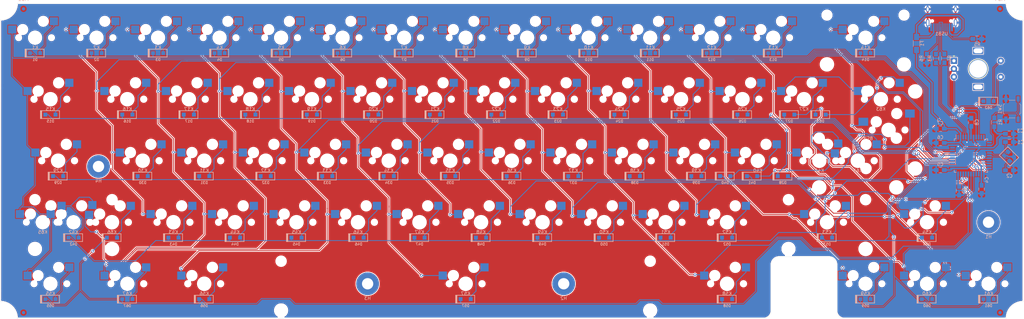
<source format=kicad_pcb>
(kicad_pcb (version 20171130) (host pcbnew "(5.1.0-0)")
  (layers (0 F.Cu signal) (31 B.Cu signal) (34 B.Paste user) (35 F.Paste user) (36 B.SilkS user) (37 F.SilkS user) (38 B.Mask user) (39 F.Mask user) (44 Edge.Cuts user))
  (net 0 "")
  (net 1 VCC)
  (net 2 "Net-(C8-Pad1)")
  (net 3 "Net-(D1-Pad2)")
  (net 4 Row0)
  (net 5 "Net-(D2-Pad2)")
  (net 6 "Net-(D3-Pad2)")
  (net 7 "Net-(D4-Pad2)")
  (net 8 "Net-(D5-Pad2)")
  (net 9 "Net-(D6-Pad2)")
  (net 10 "Net-(D7-Pad2)")
  (net 11 "Net-(D8-Pad2)")
  (net 12 "Net-(D9-Pad2)")
  (net 13 "Net-(D10-Pad2)")
  (net 14 "Net-(D11-Pad2)")
  (net 15 "Net-(D12-Pad2)")
  (net 16 "Net-(D13-Pad2)")
  (net 17 "Net-(D14-Pad2)")
  (net 18 "Net-(D15-Pad2)")
  (net 19 Row1)
  (net 20 "Net-(D16-Pad2)")
  (net 21 "Net-(D17-Pad2)")
  (net 22 "Net-(D18-Pad2)")
  (net 23 "Net-(D19-Pad2)")
  (net 24 "Net-(D20-Pad2)")
  (net 25 "Net-(D21-Pad2)")
  (net 26 "Net-(D22-Pad2)")
  (net 27 "Net-(D23-Pad2)")
  (net 28 "Net-(D24-Pad2)")
  (net 29 "Net-(D25-Pad2)")
  (net 30 "Net-(D26-Pad2)")
  (net 31 "Net-(D27-Pad2)")
  (net 32 "Net-(D28-Pad2)")
  (net 33 "Net-(D29-Pad2)")
  (net 34 Row2)
  (net 35 "Net-(D30-Pad2)")
  (net 36 "Net-(D31-Pad2)")
  (net 37 "Net-(D32-Pad2)")
  (net 38 "Net-(D33-Pad2)")
  (net 39 "Net-(D34-Pad2)")
  (net 40 "Net-(D35-Pad2)")
  (net 41 "Net-(D36-Pad2)")
  (net 42 "Net-(D37-Pad2)")
  (net 43 "Net-(D38-Pad2)")
  (net 44 "Net-(D39-Pad2)")
  (net 45 "Net-(D40-Pad2)")
  (net 46 "Net-(D41-Pad2)")
  (net 47 "Net-(D42-Pad2)")
  (net 48 Row3)
  (net 49 "Net-(D43-Pad2)")
  (net 50 "Net-(D44-Pad2)")
  (net 51 "Net-(D45-Pad2)")
  (net 52 "Net-(D46-Pad2)")
  (net 53 "Net-(D47-Pad2)")
  (net 54 "Net-(D48-Pad2)")
  (net 55 "Net-(D49-Pad2)")
  (net 56 "Net-(D50-Pad2)")
  (net 57 "Net-(D51-Pad2)")
  (net 58 "Net-(D52-Pad2)")
  (net 59 "Net-(D53-Pad2)")
  (net 60 "Net-(D54-Pad2)")
  (net 61 "Net-(D55-Pad2)")
  (net 62 Row4)
  (net 63 "Net-(D56-Pad2)")
  (net 64 "Net-(D57-Pad2)")
  (net 65 "Net-(D58-Pad2)")
  (net 66 "Net-(D59-Pad2)")
  (net 67 "Net-(D60-Pad2)")
  (net 68 "Net-(D61-Pad2)")
  (net 69 "Net-(D62-Pad2)")
  (net 70 Col0)
  (net 71 Col1)
  (net 72 Col2)
  (net 73 Col3)
  (net 74 Col4)
  (net 75 Col5)
  (net 76 Col6)
  (net 77 Col7)
  (net 78 Col8)
  (net 79 Col9)
  (net 80 Col10)
  (net 81 Col11)
  (net 82 Col12)
  (net 83 Col13)
  (net 84 "Net-(R1-Pad1)")
  (net 85 "Net-(R2-Pad2)")
  (net 86 rot1)
  (net 87 rot0)
  (net 88 "Net-(D63-Pad2)")
  (net 89 "Net-(D66-Pad2)")
  (net 90 "Net-(D67-Pad2)")
  (net 91 "Net-(R5-Pad1)")
  (net 92 "Net-(R6-Pad1)")
  (net 93 USB_GND)
  (net 94 D-)
  (net 95 D+)
  (net 96 /Data-)
  (net 97 /Data+)
  (net 98 /OSC+)
  (net 99 /OSC-)
  (net 100 "Net-(F1-Pad2)")
  (module "Kailh:2.25u 1u down" (layer F.Cu) (at 152.399872 9.524992)
    (fp_text reference K64 (at 0 0.5) (layer F.SilkS))
    (fp_text value KEYSW)
    (fp_text user %R (at 0 3.048) (layer B.SilkS) (effects (justify mirror)))
    (pad "" np_thru_hole circle (at 11.938 8.255) (size 3.9878 3.9878) (drill 3.9878) (layers *.Cu *.Mask))
    (pad "" np_thru_hole circle (at -11.938 -6.985) (size 3.048 3.048) (drill 3.048) (layers *.Cu *.Mask))
    (pad "" np_thru_hole circle (at -11.938 8.255) (size 3.9878 3.9878) (drill 3.9878) (layers *.Cu *.Mask))
    (pad "" np_thru_hole circle (at 5.08 0 48.0996) (size 1.75 1.75) (drill 1.75) (layers *.Cu *.Mask))
    (pad "" np_thru_hole circle (at 11.938 -6.985) (size 3.048 3.048) (drill 3.048) (layers *.Cu *.Mask))
    (pad 1 smd rect (at -7.085 -2.286) (size 2.55 2.5) (layers B.Cu B.Paste B.Mask) (net 83 Col13))
    (pad "" np_thru_hole circle (at -5.08 0 48.0996) (size 1.75 1.75) (drill 1.75) (layers *.Cu *.Mask))
    (pad 2 smd rect (at 5.842 -5.08) (size 2.55 2.5) (layers B.Cu B.Paste B.Mask) (net 32 "Net-(D28-Pad2)"))
    (pad "" np_thru_hole circle (at 0 0) (size 3.9878 3.9878) (drill 3.9878) (layers *.Cu *.Mask))
    (pad "" np_thru_hole circle (at 2.54 -5.08) (size 3 3) (drill 3) (layers *.Cu *.Mask))
    (pad "" np_thru_hole circle (at -3.81 -2.54) (size 3 3) (drill 3) (layers *.Cu *.Mask))
  )
  (module keyboard_parts:FA-238 (layer B.Cu) (at 199.213368 8.181297 315)
    (fp_text reference X1 hide)
    (fp_text value XTAL_GND hide)
    (pad 3 smd rect (at 1.1 -0.8 315) (size 1.4 1.2) (drill (offset 0.1 -0.05)) (layers B.Cu B.Paste B.Mask) (net 93 USB_GND) (clearance 0.2))
    (pad 1 smd rect (at -1.1 -0.8 315) (size 1.4 1.2) (drill (offset -0.1 -0.05)) (layers B.Cu B.Paste B.Mask) (net 98 /OSC+) (clearance 0.2))
    (pad 2 smd rect (at 1.1 0.8 315) (size 1.4 1.2) (drill (offset 0.1 0.05)) (layers B.Cu B.Paste B.Mask) (net 99 /OSC-) (clearance 0.2))
    (pad 3 smd rect (at -1.1 0.8 315) (size 1.4 1.2) (drill (offset -0.1 0.05)) (layers B.Cu B.Paste B.Mask) (net 93 USB_GND) (clearance 0.2))
  )
  (module MX_Alps_Hybrid:MXOnly-1U-Hotswap (layer F.Cu) (at 173.83125 28.575)
    (fp_text reference K54)
    (fp_text value KEYSW)
    (fp_text user %R (at 0 3.048) (layer B.SilkS) (effects (justify mirror)))
    (pad 2 smd rect (at 5.842 -5.08) (size 2.55 2.5) (layers B.Cu B.Paste B.Mask) (net 60 "Net-(D54-Pad2)"))
    (pad 1 smd rect (at -7.085 -2.54) (size 2.55 2.5) (layers B.Cu B.Paste B.Mask) (net 83 Col13))
    (pad "" np_thru_hole circle (at 5.08 0 48.0996) (size 1.75 1.75) (drill 1.75) (layers *.Cu *.Mask))
    (pad "" np_thru_hole circle (at -5.08 0 48.0996) (size 1.75 1.75) (drill 1.75) (layers *.Cu *.Mask))
    (pad "" np_thru_hole circle (at -3.81 -2.54) (size 3 3) (drill 3) (layers *.Cu *.Mask))
    (pad "" np_thru_hole circle (at 0 0) (size 3.9878 3.9878) (drill 3.9878) (layers *.Cu *.Mask))
    (pad "" np_thru_hole circle (at 2.54 -5.08) (size 3 3) (drill 3) (layers *.Cu *.Mask))
  )
  (module keyboard_parts:D_SOD123_handD (layer B.Cu) (at 192.8772 -8.929695)
    (fp_text reference D62 (at 0 2.032) (layer B.SilkS) (effects (font (size 0.8 0.8)) (justify mirror)))
    (fp_text value D hide)
    (pad 1 smd rect (at -1.575 0) (size 1.2 1.2) (layers B.Cu B.Paste B.Mask) (net 34 Row2))
    (pad 2 smd rect (at 1.575 0) (size 1.2 1.2) (layers B.Cu B.Paste B.Mask) (net 69 "Net-(D62-Pad2)"))
  )
  (module Rotary_Encoder:RotaryEncoder_Alps_EC11E-Switch_Vertical_H20mm (layer F.Cu) (at 182.165778 -21.431268)
    (fp_text reference ROT1 (at 7.62 1.27) (layer F.SilkS))
    (fp_text value Device_Rotary_Encoder_Switch)
    (pad A thru_hole rect (at 0 0) (size 2 2) (drill 1) (layers *.Cu *.Mask) (net 87 rot0))
    (pad C thru_hole circle (at 0 2.5) (size 2 2) (drill 1) (layers *.Cu *.Mask) (net 93 USB_GND))
    (pad B thru_hole circle (at 0 5) (size 2 2) (drill 1) (layers *.Cu *.Mask) (net 86 rot1))
    (pad MP thru_hole rect (at 7.5 -3.1) (size 3.2 2) (drill oval 2.8 1.5) (layers *.Cu *.Mask))
    (pad MP thru_hole rect (at 7.5 8.1) (size 3.2 2) (drill oval 2.8 1.5) (layers *.Cu *.Mask))
    (pad S2 thru_hole circle (at 14.5 0) (size 2 2) (drill 1) (layers *.Cu *.Mask) (net 69 "Net-(D62-Pad2)"))
    (pad S1 thru_hole circle (at 14.5 5) (size 2 2) (drill 1) (layers *.Cu *.Mask) (net 83 Col13))
    (pad MP thru_hole circle (at 7.5 2.5) (size 6 6) (drill 5.5) (layers *.Cu *.Mask))
  )
  (module Capacitors_SMD:C_0805_HandSoldering (layer B.Cu) (at 199.3661 3.75)
    (fp_text reference C1 (at 3.4184 0.02784) (layer B.SilkS) (effects (justify mirror)))
    (fp_text value 22p)
    (pad 1 smd rect (at -1.25 0) (size 1.5 1.25) (layers B.Cu B.Paste B.Mask) (net 98 /OSC+))
    (pad 2 smd rect (at 1.25 0) (size 1.5 1.25) (layers B.Cu B.Paste B.Mask) (net 93 USB_GND))
  )
  (module Capacitors_SMD:C_0805_HandSoldering (layer B.Cu) (at 177.9353 12.4 180)
    (fp_text reference C5 (at 0 1.75 180) (layer B.SilkS) (effects (justify mirror)))
    (fp_text value 0.1u)
    (pad 1 smd rect (at -1.25 0 180) (size 1.5 1.25) (layers B.Cu B.Paste B.Mask) (net 1 VCC))
    (pad 2 smd rect (at 1.25 0 180) (size 1.5 1.25) (layers B.Cu B.Paste B.Mask) (net 93 USB_GND))
  )
  (module Capacitors_SMD:C_0805_HandSoldering (layer B.Cu) (at 177.9353 4 180)
    (fp_text reference C6 (at 0 1.75) (layer B.SilkS) (effects (justify mirror)))
    (fp_text value 0.1u)
    (pad 1 smd rect (at -1.25 0 180) (size 1.5 1.25) (layers B.Cu B.Paste B.Mask) (net 1 VCC))
    (pad 2 smd rect (at 1.25 0 180) (size 1.5 1.25) (layers B.Cu B.Paste B.Mask) (net 93 USB_GND))
  )
  (module Buttons_Switches_SMD:SW_SPST_TL3342 (layer B.Cu) (at 200.152 -6.477 270)
    (fp_text reference SW1 (at 0 3.75 270) (layer B.SilkS) (effects (justify mirror)))
    (fp_text value SW_PUSH)
    (pad 1 smd rect (at -3.15 1.9 270) (size 1.7 1) (layers B.Cu B.Paste B.Mask) (net 93 USB_GND))
    (pad 1 smd rect (at 3.15 1.9 270) (size 1.7 1) (layers B.Cu B.Paste B.Mask) (net 93 USB_GND))
    (pad 2 smd rect (at -3.15 -1.9 270) (size 1.7 1) (layers B.Cu B.Paste B.Mask) (net 84 "Net-(R1-Pad1)"))
    (pad 2 smd rect (at 3.15 -1.9 270) (size 1.7 1) (layers B.Cu B.Paste B.Mask) (net 84 "Net-(R1-Pad1)"))
  )
  (module Capacitors_SMD:C_0805_HandSoldering (layer B.Cu) (at 187.5195 -2.3812 90)
    (fp_text reference C8 (at 0 1.75 90) (layer B.SilkS) (effects (justify mirror)))
    (fp_text value 1u)
    (pad 1 smd rect (at -1.25 0 90) (size 1.5 1.25) (layers B.Cu B.Paste B.Mask) (net 2 "Net-(C8-Pad1)"))
    (pad 2 smd rect (at 1.25 0 90) (size 1.5 1.25) (layers B.Cu B.Paste B.Mask) (net 93 USB_GND))
  )
  (module Resistors_SMD:R_0805_HandSoldering (layer B.Cu) (at 194.6631 -2.3812 270)
    (fp_text reference R1 (at 0 -1.9008 90) (layer B.SilkS) (effects (justify mirror)))
    (fp_text value 10k)
    (pad 1 smd rect (at -1.35 0 270) (size 1.5 1.3) (layers B.Cu B.Paste B.Mask) (net 84 "Net-(R1-Pad1)"))
    (pad 2 smd rect (at 1.35 0 270) (size 1.5 1.3) (layers B.Cu B.Paste B.Mask) (net 1 VCC))
  )
  (module Resistors_SMD:R_0805_HandSoldering (layer B.Cu) (at 183.8 18.85 90)
    (fp_text reference R2 (at 0 1.7 90) (layer B.SilkS) (effects (justify mirror)))
    (fp_text value 10k)
    (pad 1 smd rect (at -1.35 0 90) (size 1.5 1.3) (layers B.Cu B.Paste B.Mask) (net 93 USB_GND))
    (pad 2 smd rect (at 1.35 0 90) (size 1.5 1.3) (layers B.Cu B.Paste B.Mask) (net 85 "Net-(R2-Pad2)"))
  )
  (module Resistors_SMD:R_0805_HandSoldering (layer B.Cu) (at 176.6 -22.15 90)
    (fp_text reference R3 (at 0.023 -1.9102 90) (layer B.SilkS) (effects (justify mirror)))
    (fp_text value 22)
    (pad 1 smd rect (at -1.35 0 90) (size 1.5 1.3) (layers B.Cu B.Paste B.Mask) (net 96 /Data-))
    (pad 2 smd rect (at 1.35 0 90) (size 1.5 1.3) (layers B.Cu B.Paste B.Mask) (net 94 D-))
  )
  (module Resistors_SMD:R_0805_HandSoldering (layer B.Cu) (at 179.2 -22.1855 90)
    (fp_text reference R4 (at 0 1.7 90) (layer B.SilkS) (effects (justify mirror)))
    (fp_text value 22)
    (pad 1 smd rect (at -1.35 0 90) (size 1.5 1.3) (layers B.Cu B.Paste B.Mask) (net 97 /Data+))
    (pad 2 smd rect (at 1.35 0 90) (size 1.5 1.3) (layers B.Cu B.Paste B.Mask) (net 95 D+))
  )
  (module Capacitors_SMD:C_0805_HandSoldering (layer B.Cu) (at 199.3661 12.5)
    (fp_text reference C2 (at 0 1.75 -180) (layer B.SilkS) (effects (justify mirror)))
    (fp_text value 22p)
    (pad 1 smd rect (at -1.25 0) (size 1.5 1.25) (layers B.Cu B.Paste B.Mask) (net 99 /OSC-))
    (pad 2 smd rect (at 1.25 0) (size 1.5 1.25) (layers B.Cu B.Paste B.Mask) (net 93 USB_GND))
  )
  (module Capacitors_SMD:C_0805_HandSoldering (layer B.Cu) (at 199.3661 1.1906)
    (fp_text reference C3 (at 3.3274 -0.9423) (layer B.SilkS) (effects (justify mirror)))
    (fp_text value 0.1u)
    (pad 1 smd rect (at -1.25 0) (size 1.5 1.25) (layers B.Cu B.Paste B.Mask) (net 1 VCC))
    (pad 2 smd rect (at 1.25 0) (size 1.5 1.25) (layers B.Cu B.Paste B.Mask) (net 93 USB_GND))
  )
  (module Capacitors_SMD:C_0805_HandSoldering (layer B.Cu) (at 190.75 18.3949 270)
    (fp_text reference C4 (at -2.9368 -1.5833 270) (layer B.SilkS) (effects (justify mirror)))
    (fp_text value 0.1u)
    (pad 1 smd rect (at -1.25 0 270) (size 1.5 1.25) (layers B.Cu B.Paste B.Mask) (net 1 VCC))
    (pad 2 smd rect (at 1.25 0 270) (size 1.5 1.25) (layers B.Cu B.Paste B.Mask) (net 93 USB_GND))
  )
  (module Housings_QFP:TQFP-44_10x10mm_Pitch0.8mm (layer B.Cu) (at 187.44184 7.91972 270)
    (fp_text reference U1 (at 0 7.45 90) (layer B.SilkS) (effects (justify mirror)))
    (fp_text value ATMEGA32U4)
    (pad 44 smd rect (at -4 5.7 180) (size 1.5 0.55) (layers B.Cu B.Paste B.Mask) (net 1 VCC))
    (pad 43 smd rect (at -3.2 5.7 180) (size 1.5 0.55) (layers B.Cu B.Paste B.Mask) (net 93 USB_GND))
    (pad 42 smd rect (at -2.4 5.7 180) (size 1.5 0.55) (layers B.Cu B.Paste B.Mask))
    (pad 41 smd rect (at -1.6 5.7 180) (size 1.5 0.55) (layers B.Cu B.Paste B.Mask) (net 4 Row0))
    (pad 40 smd rect (at -0.8 5.7 180) (size 1.5 0.55) (layers B.Cu B.Paste B.Mask) (net 19 Row1))
    (pad 39 smd rect (at 0 5.7 180) (size 1.5 0.55) (layers B.Cu B.Paste B.Mask) (net 34 Row2))
    (pad 38 smd rect (at 0.8 5.7 180) (size 1.5 0.55) (layers B.Cu B.Paste B.Mask) (net 48 Row3))
    (pad 37 smd rect (at 1.6 5.7 180) (size 1.5 0.55) (layers B.Cu B.Paste B.Mask) (net 62 Row4))
    (pad 36 smd rect (at 2.4 5.7 180) (size 1.5 0.55) (layers B.Cu B.Paste B.Mask) (net 83 Col13))
    (pad 35 smd rect (at 3.2 5.7 180) (size 1.5 0.55) (layers B.Cu B.Paste B.Mask) (net 93 USB_GND))
    (pad 34 smd rect (at 4 5.7 180) (size 1.5 0.55) (layers B.Cu B.Paste B.Mask) (net 1 VCC))
    (pad 33 smd rect (at 5.7 4 270) (size 1.5 0.55) (layers B.Cu B.Paste B.Mask) (net 85 "Net-(R2-Pad2)"))
    (pad 32 smd rect (at 5.7 3.2 270) (size 1.5 0.55) (layers B.Cu B.Paste B.Mask) (net 82 Col12))
    (pad 31 smd rect (at 5.7 2.4 270) (size 1.5 0.55) (layers B.Cu B.Paste B.Mask) (net 81 Col11))
    (pad 30 smd rect (at 5.7 1.6 270) (size 1.5 0.55) (layers B.Cu B.Paste B.Mask) (net 80 Col10))
    (pad 29 smd rect (at 5.7 0.8 270) (size 1.5 0.55) (layers B.Cu B.Paste B.Mask) (net 79 Col9))
    (pad 28 smd rect (at 5.7 0 270) (size 1.5 0.55) (layers B.Cu B.Paste B.Mask) (net 78 Col8))
    (pad 27 smd rect (at 5.7 -0.8 270) (size 1.5 0.55) (layers B.Cu B.Paste B.Mask) (net 77 Col7))
    (pad 26 smd rect (at 5.7 -1.6 270) (size 1.5 0.55) (layers B.Cu B.Paste B.Mask) (net 76 Col6))
    (pad 25 smd rect (at 5.7 -2.4 270) (size 1.5 0.55) (layers B.Cu B.Paste B.Mask) (net 74 Col4))
    (pad 24 smd rect (at 5.7 -3.2 270) (size 1.5 0.55) (layers B.Cu B.Paste B.Mask) (net 1 VCC))
    (pad 23 smd rect (at 5.7 -4 270) (size 1.5 0.55) (layers B.Cu B.Paste B.Mask) (net 93 USB_GND))
    (pad 22 smd rect (at 4 -5.7 180) (size 1.5 0.55) (layers B.Cu B.Paste B.Mask) (net 75 Col5))
    (pad 21 smd rect (at 3.2 -5.7 180) (size 1.5 0.55) (layers B.Cu B.Paste B.Mask) (net 73 Col3))
    (pad 20 smd rect (at 2.4 -5.7 180) (size 1.5 0.55) (layers B.Cu B.Paste B.Mask) (net 72 Col2))
    (pad 19 smd rect (at 1.6 -5.7 180) (size 1.5 0.55) (layers B.Cu B.Paste B.Mask) (net 71 Col1))
    (pad 18 smd rect (at 0.8 -5.7 180) (size 1.5 0.55) (layers B.Cu B.Paste B.Mask) (net 70 Col0))
    (pad 17 smd rect (at 0 -5.7 180) (size 1.5 0.55) (layers B.Cu B.Paste B.Mask) (net 99 /OSC-))
    (pad 16 smd rect (at -0.8 -5.7 180) (size 1.5 0.55) (layers B.Cu B.Paste B.Mask) (net 98 /OSC+))
    (pad 15 smd rect (at -1.6 -5.7 180) (size 1.5 0.55) (layers B.Cu B.Paste B.Mask) (net 93 USB_GND))
    (pad 14 smd rect (at -2.4 -5.7 180) (size 1.5 0.55) (layers B.Cu B.Paste B.Mask) (net 1 VCC))
    (pad 13 smd rect (at -3.2 -5.7 180) (size 1.5 0.55) (layers B.Cu B.Paste B.Mask) (net 84 "Net-(R1-Pad1)"))
    (pad 12 smd rect (at -4 -5.7 180) (size 1.5 0.55) (layers B.Cu B.Paste B.Mask))
    (pad 11 smd rect (at -5.7 -4 270) (size 1.5 0.55) (layers B.Cu B.Paste B.Mask))
    (pad 10 smd rect (at -5.7 -3.2 270) (size 1.5 0.55) (layers B.Cu B.Paste B.Mask))
    (pad 9 smd rect (at -5.7 -2.4 270) (size 1.5 0.55) (layers B.Cu B.Paste B.Mask) (net 86 rot1))
    (pad 8 smd rect (at -5.7 -1.6 270) (size 1.5 0.55) (layers B.Cu B.Paste B.Mask) (net 87 rot0))
    (pad 7 smd rect (at -5.7 -0.8 270) (size 1.5 0.55) (layers B.Cu B.Paste B.Mask) (net 1 VCC))
    (pad 6 smd rect (at -5.7 0 270) (size 1.5 0.55) (layers B.Cu B.Paste B.Mask) (net 2 "Net-(C8-Pad1)"))
    (pad 5 smd rect (at -5.7 0.8 270) (size 1.5 0.55) (layers B.Cu B.Paste B.Mask) (net 93 USB_GND))
    (pad 4 smd rect (at -5.7 1.6 270) (size 1.5 0.55) (layers B.Cu B.Paste B.Mask) (net 97 /Data+))
    (pad 3 smd rect (at -5.7 2.4 270) (size 1.5 0.55) (layers B.Cu B.Paste B.Mask) (net 96 /Data-))
    (pad 2 smd rect (at -5.7 3.2 270) (size 1.5 0.55) (layers B.Cu B.Paste B.Mask) (net 1 VCC))
    (pad 1 smd rect (at -5.7 4 270) (size 1.5 0.55) (layers B.Cu B.Paste B.Mask))
  )
  (module Capacitors_SMD:C_0805_HandSoldering (layer B.Cu) (at 177.95 -0.4 180)
    (fp_text reference C7 (at 0 1.75) (layer B.SilkS) (effects (justify mirror)))
    (fp_text value 4.7u)
    (pad 1 smd rect (at -1.25 0 180) (size 1.5 1.25) (layers B.Cu B.Paste B.Mask) (net 1 VCC))
    (pad 2 smd rect (at 1.25 0 180) (size 1.5 1.25) (layers B.Cu B.Paste B.Mask) (net 93 USB_GND))
  )
  (module MX_Alps_Hybrid:MXOnly-1U-Hotswap (layer F.Cu) (at -11.90625 9.525)
    (fp_text reference K33)
    (fp_text value KEYSW)
    (fp_text user %R (at 0 3.048) (layer B.SilkS) (effects (justify mirror)))
    (pad 2 smd rect (at 5.842 -5.08) (size 2.55 2.5) (layers B.Cu B.Paste B.Mask) (net 38 "Net-(D33-Pad2)"))
    (pad 1 smd rect (at -7.085 -2.54) (size 2.55 2.5) (layers B.Cu B.Paste B.Mask) (net 74 Col4))
    (pad "" np_thru_hole circle (at 5.08 0 48.0996) (size 1.75 1.75) (drill 1.75) (layers *.Cu *.Mask))
    (pad "" np_thru_hole circle (at -5.08 0 48.0996) (size 1.75 1.75) (drill 1.75) (layers *.Cu *.Mask))
    (pad "" np_thru_hole circle (at -3.81 -2.54) (size 3 3) (drill 3) (layers *.Cu *.Mask))
    (pad "" np_thru_hole circle (at 0 0) (size 3.9878 3.9878) (drill 3.9878) (layers *.Cu *.Mask))
    (pad "" np_thru_hole circle (at 2.54 -5.08) (size 3 3) (drill 3) (layers *.Cu *.Mask))
  )
  (module MX_Alps_Hybrid:MXOnly-2U-Hotswap (layer F.Cu) (at 154.78125 -28.575)
    (fp_text reference K14)
    (fp_text value KEYSW)
    (fp_text user %R (at 0 3.048) (layer B.SilkS) (effects (justify mirror)))
    (pad "" np_thru_hole circle (at -11.938 8.255) (size 3.9878 3.9878) (drill 3.9878) (layers *.Cu *.Mask))
    (pad "" np_thru_hole circle (at 11.938 8.255) (size 3.9878 3.9878) (drill 3.9878) (layers *.Cu *.Mask))
    (pad "" np_thru_hole circle (at -11.938 -6.985) (size 3.048 3.048) (drill 3.048) (layers *.Cu *.Mask))
    (pad "" np_thru_hole circle (at 11.938 -6.985) (size 3.048 3.048) (drill 3.048) (layers *.Cu *.Mask))
    (pad 2 smd rect (at 5.842 -5.08) (size 2.55 2.5) (layers B.Cu B.Paste B.Mask) (net 17 "Net-(D14-Pad2)"))
    (pad 1 smd rect (at -7.085 -2.54) (size 2.55 2.5) (layers B.Cu B.Paste B.Mask) (net 83 Col13))
    (pad "" np_thru_hole circle (at 5.08 0 48.0996) (size 1.75 1.75) (drill 1.75) (layers *.Cu *.Mask))
    (pad "" np_thru_hole circle (at -5.08 0 48.0996) (size 1.75 1.75) (drill 1.75) (layers *.Cu *.Mask))
    (pad "" np_thru_hole circle (at -3.81 -2.54) (size 3 3) (drill 3) (layers *.Cu *.Mask))
    (pad "" np_thru_hole circle (at 0 0) (size 3.9878 3.9878) (drill 3.9878) (layers *.Cu *.Mask))
    (pad "" np_thru_hole circle (at 2.54 -5.08) (size 3 3) (drill 3) (layers *.Cu *.Mask))
  )
  (module MX_Alps_Hybrid:MXOnly-1.75U-Hotswap (layer F.Cu) (at -95.25 9.525)
    (fp_text reference K29)
    (fp_text value KEYSW)
    (fp_text user %R (at 0 3.048) (layer B.SilkS) (effects (justify mirror)))
    (pad 2 smd rect (at 5.842 -5.08) (size 2.55 2.5) (layers B.Cu B.Paste B.Mask) (net 33 "Net-(D29-Pad2)"))
    (pad 1 smd rect (at -7.085 -2.54) (size 2.55 2.5) (layers B.Cu B.Paste B.Mask) (net 70 Col0))
    (pad "" np_thru_hole circle (at 5.08 0 48.0996) (size 1.75 1.75) (drill 1.75) (layers *.Cu *.Mask))
    (pad "" np_thru_hole circle (at -5.08 0 48.0996) (size 1.75 1.75) (drill 1.75) (layers *.Cu *.Mask))
    (pad "" np_thru_hole circle (at -3.81 -2.54) (size 3 3) (drill 3) (layers *.Cu *.Mask))
    (pad "" np_thru_hole circle (at 0 0) (size 3.9878 3.9878) (drill 3.9878) (layers *.Cu *.Mask))
    (pad "" np_thru_hole circle (at 2.54 -5.08) (size 3 3) (drill 3) (layers *.Cu *.Mask))
  )
  (module MX_Alps_Hybrid:MXOnly-1U-Hotswap (layer F.Cu) (at -59.53125 28.575)
    (fp_text reference K43)
    (fp_text value KEYSW)
    (fp_text user %R (at 0 3.048) (layer B.SilkS) (effects (justify mirror)))
    (pad 2 smd rect (at 5.842 -5.08) (size 2.55 2.5) (layers B.Cu B.Paste B.Mask) (net 49 "Net-(D43-Pad2)"))
    (pad 1 smd rect (at -7.085 -2.54) (size 2.55 2.5) (layers B.Cu B.Paste B.Mask) (net 71 Col1))
    (pad "" np_thru_hole circle (at 5.08 0 48.0996) (size 1.75 1.75) (drill 1.75) (layers *.Cu *.Mask))
    (pad "" np_thru_hole circle (at -5.08 0 48.0996) (size 1.75 1.75) (drill 1.75) (layers *.Cu *.Mask))
    (pad "" np_thru_hole circle (at -3.81 -2.54) (size 3 3) (drill 3) (layers *.Cu *.Mask))
    (pad "" np_thru_hole circle (at 0 0) (size 3.9878 3.9878) (drill 3.9878) (layers *.Cu *.Mask))
    (pad "" np_thru_hole circle (at 2.54 -5.08) (size 3 3) (drill 3) (layers *.Cu *.Mask))
  )
  (module Kailh:ISO_Hotswap (layer F.Cu) (at 161.925 0)
    (fp_text reference K28 (at -6.3 2.6) (layer B.SilkS))
    (fp_text value KEYSW hide)
    (pad "" np_thru_hole circle (at -6.985 11.938) (size 3.048 3.048) (drill 3.048) (layers *.Cu *.Mask))
    (pad "" np_thru_hole circle (at -6.985 -11.938) (size 3.048 3.048) (drill 3.048) (layers *.Cu *.Mask))
    (pad "" np_thru_hole circle (at 8.255 -11.938) (size 3.9878 3.9878) (drill 3.9878) (layers *.Cu *.Mask))
    (pad "" np_thru_hole circle (at 8.255 11.938) (size 3.9878 3.9878) (drill 3.9878) (layers *.Cu *.Mask))
    (pad "" np_thru_hole circle (at -3.81 -2.54) (size 3 3) (drill 3) (layers *.Cu *.Mask))
    (pad "" np_thru_hole circle (at -5.08 0) (size 1.7018 1.7018) (drill 1.7018) (layers *.Cu *.Mask))
    (pad "" np_thru_hole circle (at 5.08 0) (size 1.7018 1.7018) (drill 1.7018) (layers *.Cu *.Mask))
    (pad "" np_thru_hole circle (at 2.54 -5.08) (size 3 3) (drill 3) (layers *.Cu *.Mask))
    (pad "" np_thru_hole circle (at 0 0) (size 3.9878 3.9878) (drill 3.9878) (layers *.Cu *.Mask))
    (pad 1 smd rect (at -7.8 -2.54) (size 2.999999 2.5) (layers B.Cu B.Paste B.Mask) (net 83 Col13))
    (pad 2 smd rect (at 6.6 -5.08) (size 2.999999 2.5) (layers B.Cu B.Paste B.Mask) (net 32 "Net-(D28-Pad2)"))
  )
  (module MX_Alps_Hybrid:MXOnly-2.25U-Hotswap (layer F.Cu) (at 142.875 28.575)
    (fp_text reference K53)
    (fp_text value KEYSW)
    (fp_text user %R (at 0 3.048) (layer B.SilkS) (effects (justify mirror)))
    (pad "" np_thru_hole circle (at -11.938 8.255) (size 3.9878 3.9878) (drill 3.9878) (layers *.Cu *.Mask))
    (pad "" np_thru_hole circle (at 11.938 8.255) (size 3.9878 3.9878) (drill 3.9878) (layers *.Cu *.Mask))
    (pad "" np_thru_hole circle (at -11.938 -6.985) (size 3.048 3.048) (drill 3.048) (layers *.Cu *.Mask))
    (pad "" np_thru_hole circle (at 11.938 -6.985) (size 3.048 3.048) (drill 3.048) (layers *.Cu *.Mask))
    (pad 2 smd rect (at 5.842 -5.08) (size 2.55 2.5) (layers B.Cu B.Paste B.Mask) (net 59 "Net-(D53-Pad2)"))
    (pad 1 smd rect (at -7.085 -2.54) (size 2.55 2.5) (layers B.Cu B.Paste B.Mask) (net 81 Col11))
    (pad "" np_thru_hole circle (at 5.08 0 48.0996) (size 1.75 1.75) (drill 1.75) (layers *.Cu *.Mask))
    (pad "" np_thru_hole circle (at -5.08 0 48.0996) (size 1.75 1.75) (drill 1.75) (layers *.Cu *.Mask))
    (pad "" np_thru_hole circle (at -3.81 -2.54) (size 3 3) (drill 3) (layers *.Cu *.Mask))
    (pad "" np_thru_hole circle (at 0 0) (size 3.9878 3.9878) (drill 3.9878) (layers *.Cu *.Mask))
    (pad "" np_thru_hole circle (at 2.54 -5.08) (size 3 3) (drill 3) (layers *.Cu *.Mask))
  )
  (module MX_Alps_Hybrid:MXOnly-1U-Hotswap (layer F.Cu) (at -83.34375 -28.575)
    (fp_text reference K2)
    (fp_text value KEYSW)
    (fp_text user %R (at 0 3.048) (layer B.SilkS) (effects (justify mirror)))
    (pad 2 smd rect (at 5.842 -5.08) (size 2.55 2.5) (layers B.Cu B.Paste B.Mask) (net 5 "Net-(D2-Pad2)"))
    (pad 1 smd rect (at -7.085 -2.54) (size 2.55 2.5) (layers B.Cu B.Paste B.Mask) (net 71 Col1))
    (pad "" np_thru_hole circle (at 5.08 0 48.0996) (size 1.75 1.75) (drill 1.75) (layers *.Cu *.Mask))
    (pad "" np_thru_hole circle (at -5.08 0 48.0996) (size 1.75 1.75) (drill 1.75) (layers *.Cu *.Mask))
    (pad "" np_thru_hole circle (at -3.81 -2.54) (size 3 3) (drill 3) (layers *.Cu *.Mask))
    (pad "" np_thru_hole circle (at 0 0) (size 3.9878 3.9878) (drill 3.9878) (layers *.Cu *.Mask))
    (pad "" np_thru_hole circle (at 2.54 -5.08) (size 3 3) (drill 3) (layers *.Cu *.Mask))
  )
  (module MX_Alps_Hybrid:MXOnly-7U-Hotswap (layer F.Cu) (at 30.95625 47.625)
    (fp_text reference K57)
    (fp_text value KEYSW)
    (fp_text user %R (at 0 3.048) (layer B.SilkS) (effects (justify mirror)))
    (pad "" np_thru_hole circle (at -57.15 8.255) (size 3.9878 3.9878) (drill 3.9878) (layers *.Cu *.Mask))
    (pad "" np_thru_hole circle (at 57.15 8.255) (size 3.9878 3.9878) (drill 3.9878) (layers *.Cu *.Mask))
    (pad "" np_thru_hole circle (at -57.15 -6.985) (size 3.048 3.048) (drill 3.048) (layers *.Cu *.Mask))
    (pad "" np_thru_hole circle (at 57.15 -6.985) (size 3.048 3.048) (drill 3.048) (layers *.Cu *.Mask))
    (pad 2 smd rect (at 5.842 -5.08) (size 2.55 2.5) (layers B.Cu B.Paste B.Mask) (net 64 "Net-(D57-Pad2)"))
    (pad 1 smd rect (at -7.085 -2.54) (size 2.55 2.5) (layers B.Cu B.Paste B.Mask) (net 75 Col5))
    (pad "" np_thru_hole circle (at 5.08 0 48.0996) (size 1.75 1.75) (drill 1.75) (layers *.Cu *.Mask))
    (pad "" np_thru_hole circle (at -5.08 0 48.0996) (size 1.75 1.75) (drill 1.75) (layers *.Cu *.Mask))
    (pad "" np_thru_hole circle (at -3.81 -2.54) (size 3 3) (drill 3) (layers *.Cu *.Mask))
    (pad "" np_thru_hole circle (at 0 0) (size 3.9878 3.9878) (drill 3.9878) (layers *.Cu *.Mask))
    (pad "" np_thru_hole circle (at 2.54 -5.08) (size 3 3) (drill 3) (layers *.Cu *.Mask))
  )
  (module MX_Alps_Hybrid:MXOnly-1U-Hotswap (layer F.Cu) (at -102.39375 -28.575)
    (fp_text reference K1)
    (fp_text value KEYSW)
    (fp_text user %R (at 0 3.048) (layer B.SilkS) (effects (justify mirror)))
    (pad 2 smd rect (at 5.842 -5.08) (size 2.55 2.5) (layers B.Cu B.Paste B.Mask) (net 3 "Net-(D1-Pad2)"))
    (pad 1 smd rect (at -7.085 -2.54) (size 2.55 2.5) (layers B.Cu B.Paste B.Mask) (net 70 Col0))
    (pad "" np_thru_hole circle (at 5.08 0 48.0996) (size 1.75 1.75) (drill 1.75) (layers *.Cu *.Mask))
    (pad "" np_thru_hole circle (at -5.08 0 48.0996) (size 1.75 1.75) (drill 1.75) (layers *.Cu *.Mask))
    (pad "" np_thru_hole circle (at -3.81 -2.54) (size 3 3) (drill 3) (layers *.Cu *.Mask))
    (pad "" np_thru_hole circle (at 0 0) (size 3.9878 3.9878) (drill 3.9878) (layers *.Cu *.Mask))
    (pad "" np_thru_hole circle (at 2.54 -5.08) (size 3 3) (drill 3) (layers *.Cu *.Mask))
  )
  (module MX_Alps_Hybrid:MXOnly-1U-Hotswap (layer F.Cu) (at -64.29375 -28.575)
    (fp_text reference K3)
    (fp_text value KEYSW)
    (fp_text user %R (at 0 3.048) (layer B.SilkS) (effects (justify mirror)))
    (pad 2 smd rect (at 5.842 -5.08) (size 2.55 2.5) (layers B.Cu B.Paste B.Mask) (net 6 "Net-(D3-Pad2)"))
    (pad 1 smd rect (at -7.085 -2.54) (size 2.55 2.5) (layers B.Cu B.Paste B.Mask) (net 72 Col2))
    (pad "" np_thru_hole circle (at 5.08 0 48.0996) (size 1.75 1.75) (drill 1.75) (layers *.Cu *.Mask))
    (pad "" np_thru_hole circle (at -5.08 0 48.0996) (size 1.75 1.75) (drill 1.75) (layers *.Cu *.Mask))
    (pad "" np_thru_hole circle (at -3.81 -2.54) (size 3 3) (drill 3) (layers *.Cu *.Mask))
    (pad "" np_thru_hole circle (at 0 0) (size 3.9878 3.9878) (drill 3.9878) (layers *.Cu *.Mask))
    (pad "" np_thru_hole circle (at 2.54 -5.08) (size 3 3) (drill 3) (layers *.Cu *.Mask))
  )
  (module MX_Alps_Hybrid:MXOnly-1U-Hotswap (layer F.Cu) (at -45.24375 -28.575)
    (fp_text reference K4)
    (fp_text value KEYSW)
    (fp_text user %R (at 0 3.048) (layer B.SilkS) (effects (justify mirror)))
    (pad 2 smd rect (at 5.842 -5.08) (size 2.55 2.5) (layers B.Cu B.Paste B.Mask) (net 7 "Net-(D4-Pad2)"))
    (pad 1 smd rect (at -7.085 -2.54) (size 2.55 2.5) (layers B.Cu B.Paste B.Mask) (net 73 Col3))
    (pad "" np_thru_hole circle (at 5.08 0 48.0996) (size 1.75 1.75) (drill 1.75) (layers *.Cu *.Mask))
    (pad "" np_thru_hole circle (at -5.08 0 48.0996) (size 1.75 1.75) (drill 1.75) (layers *.Cu *.Mask))
    (pad "" np_thru_hole circle (at -3.81 -2.54) (size 3 3) (drill 3) (layers *.Cu *.Mask))
    (pad "" np_thru_hole circle (at 0 0) (size 3.9878 3.9878) (drill 3.9878) (layers *.Cu *.Mask))
    (pad "" np_thru_hole circle (at 2.54 -5.08) (size 3 3) (drill 3) (layers *.Cu *.Mask))
  )
  (module MX_Alps_Hybrid:MXOnly-1U-Hotswap (layer F.Cu) (at -26.19375 -28.575)
    (fp_text reference K5)
    (fp_text value KEYSW)
    (fp_text user %R (at 0 3.048) (layer B.SilkS) (effects (justify mirror)))
    (pad 2 smd rect (at 5.842 -5.08) (size 2.55 2.5) (layers B.Cu B.Paste B.Mask) (net 8 "Net-(D5-Pad2)"))
    (pad 1 smd rect (at -7.085 -2.54) (size 2.55 2.5) (layers B.Cu B.Paste B.Mask) (net 74 Col4))
    (pad "" np_thru_hole circle (at 5.08 0 48.0996) (size 1.75 1.75) (drill 1.75) (layers *.Cu *.Mask))
    (pad "" np_thru_hole circle (at -5.08 0 48.0996) (size 1.75 1.75) (drill 1.75) (layers *.Cu *.Mask))
    (pad "" np_thru_hole circle (at -3.81 -2.54) (size 3 3) (drill 3) (layers *.Cu *.Mask))
    (pad "" np_thru_hole circle (at 0 0) (size 3.9878 3.9878) (drill 3.9878) (layers *.Cu *.Mask))
    (pad "" np_thru_hole circle (at 2.54 -5.08) (size 3 3) (drill 3) (layers *.Cu *.Mask))
  )
  (module MX_Alps_Hybrid:MXOnly-1U-Hotswap (layer F.Cu) (at -7.14375 -28.575)
    (fp_text reference K6)
    (fp_text value KEYSW)
    (fp_text user %R (at 0 3.048) (layer B.SilkS) (effects (justify mirror)))
    (pad 2 smd rect (at 5.842 -5.08) (size 2.55 2.5) (layers B.Cu B.Paste B.Mask) (net 9 "Net-(D6-Pad2)"))
    (pad 1 smd rect (at -7.085 -2.54) (size 2.55 2.5) (layers B.Cu B.Paste B.Mask) (net 75 Col5))
    (pad "" np_thru_hole circle (at 5.08 0 48.0996) (size 1.75 1.75) (drill 1.75) (layers *.Cu *.Mask))
    (pad "" np_thru_hole circle (at -5.08 0 48.0996) (size 1.75 1.75) (drill 1.75) (layers *.Cu *.Mask))
    (pad "" np_thru_hole circle (at -3.81 -2.54) (size 3 3) (drill 3) (layers *.Cu *.Mask))
    (pad "" np_thru_hole circle (at 0 0) (size 3.9878 3.9878) (drill 3.9878) (layers *.Cu *.Mask))
    (pad "" np_thru_hole circle (at 2.54 -5.08) (size 3 3) (drill 3) (layers *.Cu *.Mask))
  )
  (module MX_Alps_Hybrid:MXOnly-1U-Hotswap (layer F.Cu) (at 11.90625 -28.575)
    (fp_text reference K7)
    (fp_text value KEYSW)
    (fp_text user %R (at 0 3.048) (layer B.SilkS) (effects (justify mirror)))
    (pad 2 smd rect (at 5.842 -5.08) (size 2.55 2.5) (layers B.Cu B.Paste B.Mask) (net 10 "Net-(D7-Pad2)"))
    (pad 1 smd rect (at -7.085 -2.54) (size 2.55 2.5) (layers B.Cu B.Paste B.Mask) (net 76 Col6))
    (pad "" np_thru_hole circle (at 5.08 0 48.0996) (size 1.75 1.75) (drill 1.75) (layers *.Cu *.Mask))
    (pad "" np_thru_hole circle (at -5.08 0 48.0996) (size 1.75 1.75) (drill 1.75) (layers *.Cu *.Mask))
    (pad "" np_thru_hole circle (at -3.81 -2.54) (size 3 3) (drill 3) (layers *.Cu *.Mask))
    (pad "" np_thru_hole circle (at 0 0) (size 3.9878 3.9878) (drill 3.9878) (layers *.Cu *.Mask))
    (pad "" np_thru_hole circle (at 2.54 -5.08) (size 3 3) (drill 3) (layers *.Cu *.Mask))
  )
  (module MX_Alps_Hybrid:MXOnly-1U-Hotswap (layer F.Cu) (at 30.95625 -28.575)
    (fp_text reference K8)
    (fp_text value KEYSW)
    (fp_text user %R (at 0 3.048) (layer B.SilkS) (effects (justify mirror)))
    (pad 2 smd rect (at 5.842 -5.08) (size 2.55 2.5) (layers B.Cu B.Paste B.Mask) (net 11 "Net-(D8-Pad2)"))
    (pad 1 smd rect (at -7.085 -2.54) (size 2.55 2.5) (layers B.Cu B.Paste B.Mask) (net 77 Col7))
    (pad "" np_thru_hole circle (at 5.08 0 48.0996) (size 1.75 1.75) (drill 1.75) (layers *.Cu *.Mask))
    (pad "" np_thru_hole circle (at -5.08 0 48.0996) (size 1.75 1.75) (drill 1.75) (layers *.Cu *.Mask))
    (pad "" np_thru_hole circle (at -3.81 -2.54) (size 3 3) (drill 3) (layers *.Cu *.Mask))
    (pad "" np_thru_hole circle (at 0 0) (size 3.9878 3.9878) (drill 3.9878) (layers *.Cu *.Mask))
    (pad "" np_thru_hole circle (at 2.54 -5.08) (size 3 3) (drill 3) (layers *.Cu *.Mask))
  )
  (module MX_Alps_Hybrid:MXOnly-1U-Hotswap (layer F.Cu) (at 50.00625 -28.575)
    (fp_text reference K9)
    (fp_text value KEYSW)
    (fp_text user %R (at 0 3.048) (layer B.SilkS) (effects (justify mirror)))
    (pad 2 smd rect (at 5.842 -5.08) (size 2.55 2.5) (layers B.Cu B.Paste B.Mask) (net 12 "Net-(D9-Pad2)"))
    (pad 1 smd rect (at -7.085 -2.54) (size 2.55 2.5) (layers B.Cu B.Paste B.Mask) (net 78 Col8))
    (pad "" np_thru_hole circle (at 5.08 0 48.0996) (size 1.75 1.75) (drill 1.75) (layers *.Cu *.Mask))
    (pad "" np_thru_hole circle (at -5.08 0 48.0996) (size 1.75 1.75) (drill 1.75) (layers *.Cu *.Mask))
    (pad "" np_thru_hole circle (at -3.81 -2.54) (size 3 3) (drill 3) (layers *.Cu *.Mask))
    (pad "" np_thru_hole circle (at 0 0) (size 3.9878 3.9878) (drill 3.9878) (layers *.Cu *.Mask))
    (pad "" np_thru_hole circle (at 2.54 -5.08) (size 3 3) (drill 3) (layers *.Cu *.Mask))
  )
  (module MX_Alps_Hybrid:MXOnly-1U-Hotswap (layer F.Cu) (at 69.05625 -28.575)
    (fp_text reference K10)
    (fp_text value KEYSW)
    (fp_text user %R (at 0 3.048) (layer B.SilkS) (effects (justify mirror)))
    (pad 2 smd rect (at 5.842 -5.08) (size 2.55 2.5) (layers B.Cu B.Paste B.Mask) (net 13 "Net-(D10-Pad2)"))
    (pad 1 smd rect (at -7.085 -2.54) (size 2.55 2.5) (layers B.Cu B.Paste B.Mask) (net 79 Col9))
    (pad "" np_thru_hole circle (at 5.08 0 48.0996) (size 1.75 1.75) (drill 1.75) (layers *.Cu *.Mask))
    (pad "" np_thru_hole circle (at -5.08 0 48.0996) (size 1.75 1.75) (drill 1.75) (layers *.Cu *.Mask))
    (pad "" np_thru_hole circle (at -3.81 -2.54) (size 3 3) (drill 3) (layers *.Cu *.Mask))
    (pad "" np_thru_hole circle (at 0 0) (size 3.9878 3.9878) (drill 3.9878) (layers *.Cu *.Mask))
    (pad "" np_thru_hole circle (at 2.54 -5.08) (size 3 3) (drill 3) (layers *.Cu *.Mask))
  )
  (module MX_Alps_Hybrid:MXOnly-1U-Hotswap (layer F.Cu) (at 88.10625 -28.575)
    (fp_text reference K11)
    (fp_text value KEYSW)
    (fp_text user %R (at 0 3.048) (layer B.SilkS) (effects (justify mirror)))
    (pad 2 smd rect (at 5.842 -5.08) (size 2.55 2.5) (layers B.Cu B.Paste B.Mask) (net 14 "Net-(D11-Pad2)"))
    (pad 1 smd rect (at -7.085 -2.54) (size 2.55 2.5) (layers B.Cu B.Paste B.Mask) (net 80 Col10))
    (pad "" np_thru_hole circle (at 5.08 0 48.0996) (size 1.75 1.75) (drill 1.75) (layers *.Cu *.Mask))
    (pad "" np_thru_hole circle (at -5.08 0 48.0996) (size 1.75 1.75) (drill 1.75) (layers *.Cu *.Mask))
    (pad "" np_thru_hole circle (at -3.81 -2.54) (size 3 3) (drill 3) (layers *.Cu *.Mask))
    (pad "" np_thru_hole circle (at 0 0) (size 3.9878 3.9878) (drill 3.9878) (layers *.Cu *.Mask))
    (pad "" np_thru_hole circle (at 2.54 -5.08) (size 3 3) (drill 3) (layers *.Cu *.Mask))
  )
  (module MX_Alps_Hybrid:MXOnly-1U-Hotswap (layer F.Cu) (at 107.15625 -28.575)
    (fp_text reference K12)
    (fp_text value KEYSW)
    (fp_text user %R (at 0 3.048) (layer B.SilkS) (effects (justify mirror)))
    (pad 2 smd rect (at 5.842 -5.08) (size 2.55 2.5) (layers B.Cu B.Paste B.Mask) (net 15 "Net-(D12-Pad2)"))
    (pad 1 smd rect (at -7.085 -2.54) (size 2.55 2.5) (layers B.Cu B.Paste B.Mask) (net 81 Col11))
    (pad "" np_thru_hole circle (at 5.08 0 48.0996) (size 1.75 1.75) (drill 1.75) (layers *.Cu *.Mask))
    (pad "" np_thru_hole circle (at -5.08 0 48.0996) (size 1.75 1.75) (drill 1.75) (layers *.Cu *.Mask))
    (pad "" np_thru_hole circle (at -3.81 -2.54) (size 3 3) (drill 3) (layers *.Cu *.Mask))
    (pad "" np_thru_hole circle (at 0 0) (size 3.9878 3.9878) (drill 3.9878) (layers *.Cu *.Mask))
    (pad "" np_thru_hole circle (at 2.54 -5.08) (size 3 3) (drill 3) (layers *.Cu *.Mask))
  )
  (module MX_Alps_Hybrid:MXOnly-1U-Hotswap (layer F.Cu) (at 126.20625 -28.575)
    (fp_text reference K13)
    (fp_text value KEYSW)
    (fp_text user %R (at 0 3.048) (layer B.SilkS) (effects (justify mirror)))
    (pad 2 smd rect (at 5.842 -5.08) (size 2.55 2.5) (layers B.Cu B.Paste B.Mask) (net 16 "Net-(D13-Pad2)"))
    (pad 1 smd rect (at -7.085 -2.54) (size 2.55 2.5) (layers B.Cu B.Paste B.Mask) (net 82 Col12))
    (pad "" np_thru_hole circle (at 5.08 0 48.0996) (size 1.75 1.75) (drill 1.75) (layers *.Cu *.Mask))
    (pad "" np_thru_hole circle (at -5.08 0 48.0996) (size 1.75 1.75) (drill 1.75) (layers *.Cu *.Mask))
    (pad "" np_thru_hole circle (at -3.81 -2.54) (size 3 3) (drill 3) (layers *.Cu *.Mask))
    (pad "" np_thru_hole circle (at 0 0) (size 3.9878 3.9878) (drill 3.9878) (layers *.Cu *.Mask))
    (pad "" np_thru_hole circle (at 2.54 -5.08) (size 3 3) (drill 3) (layers *.Cu *.Mask))
  )
  (module MX_Alps_Hybrid:MXOnly-1.5U-Hotswap (layer F.Cu) (at -97.63125 -9.525)
    (fp_text reference K15)
    (fp_text value KEYSW)
    (fp_text user %R (at 0 3.048) (layer B.SilkS) (effects (justify mirror)))
    (pad 2 smd rect (at 5.842 -5.08) (size 2.55 2.5) (layers B.Cu B.Paste B.Mask) (net 18 "Net-(D15-Pad2)"))
    (pad 1 smd rect (at -7.085 -2.54) (size 2.55 2.5) (layers B.Cu B.Paste B.Mask) (net 70 Col0))
    (pad "" np_thru_hole circle (at 5.08 0 48.0996) (size 1.75 1.75) (drill 1.75) (layers *.Cu *.Mask))
    (pad "" np_thru_hole circle (at -5.08 0 48.0996) (size 1.75 1.75) (drill 1.75) (layers *.Cu *.Mask))
    (pad "" np_thru_hole circle (at -3.81 -2.54) (size 3 3) (drill 3) (layers *.Cu *.Mask))
    (pad "" np_thru_hole circle (at 0 0) (size 3.9878 3.9878) (drill 3.9878) (layers *.Cu *.Mask))
    (pad "" np_thru_hole circle (at 2.54 -5.08) (size 3 3) (drill 3) (layers *.Cu *.Mask))
  )
  (module MX_Alps_Hybrid:MXOnly-1U-Hotswap (layer F.Cu) (at -73.81875 -9.525)
    (fp_text reference K16)
    (fp_text value KEYSW)
    (fp_text user %R (at 0 3.048) (layer B.SilkS) (effects (justify mirror)))
    (pad 2 smd rect (at 5.842 -5.08) (size 2.55 2.5) (layers B.Cu B.Paste B.Mask) (net 20 "Net-(D16-Pad2)"))
    (pad 1 smd rect (at -7.085 -2.54) (size 2.55 2.5) (layers B.Cu B.Paste B.Mask) (net 71 Col1))
    (pad "" np_thru_hole circle (at 5.08 0 48.0996) (size 1.75 1.75) (drill 1.75) (layers *.Cu *.Mask))
    (pad "" np_thru_hole circle (at -5.08 0 48.0996) (size 1.75 1.75) (drill 1.75) (layers *.Cu *.Mask))
    (pad "" np_thru_hole circle (at -3.81 -2.54) (size 3 3) (drill 3) (layers *.Cu *.Mask))
    (pad "" np_thru_hole circle (at 0 0) (size 3.9878 3.9878) (drill 3.9878) (layers *.Cu *.Mask))
    (pad "" np_thru_hole circle (at 2.54 -5.08) (size 3 3) (drill 3) (layers *.Cu *.Mask))
  )
  (module MX_Alps_Hybrid:MXOnly-1U-Hotswap (layer F.Cu) (at -54.76875 -9.525)
    (fp_text reference K17)
    (fp_text value KEYSW)
    (fp_text user %R (at 0 3.048) (layer B.SilkS) (effects (justify mirror)))
    (pad 2 smd rect (at 5.842 -5.08) (size 2.55 2.5) (layers B.Cu B.Paste B.Mask) (net 21 "Net-(D17-Pad2)"))
    (pad 1 smd rect (at -7.085 -2.54) (size 2.55 2.5) (layers B.Cu B.Paste B.Mask) (net 72 Col2))
    (pad "" np_thru_hole circle (at 5.08 0 48.0996) (size 1.75 1.75) (drill 1.75) (layers *.Cu *.Mask))
    (pad "" np_thru_hole circle (at -5.08 0 48.0996) (size 1.75 1.75) (drill 1.75) (layers *.Cu *.Mask))
    (pad "" np_thru_hole circle (at -3.81 -2.54) (size 3 3) (drill 3) (layers *.Cu *.Mask))
    (pad "" np_thru_hole circle (at 0 0) (size 3.9878 3.9878) (drill 3.9878) (layers *.Cu *.Mask))
    (pad "" np_thru_hole circle (at 2.54 -5.08) (size 3 3) (drill 3) (layers *.Cu *.Mask))
  )
  (module MX_Alps_Hybrid:MXOnly-1U-Hotswap (layer F.Cu) (at -35.71875 -9.525)
    (fp_text reference K18)
    (fp_text value KEYSW)
    (fp_text user %R (at 0 3.048) (layer B.SilkS) (effects (justify mirror)))
    (pad 2 smd rect (at 5.842 -5.08) (size 2.55 2.5) (layers B.Cu B.Paste B.Mask) (net 22 "Net-(D18-Pad2)"))
    (pad 1 smd rect (at -7.085 -2.54) (size 2.55 2.5) (layers B.Cu B.Paste B.Mask) (net 73 Col3))
    (pad "" np_thru_hole circle (at 5.08 0 48.0996) (size 1.75 1.75) (drill 1.75) (layers *.Cu *.Mask))
    (pad "" np_thru_hole circle (at -5.08 0 48.0996) (size 1.75 1.75) (drill 1.75) (layers *.Cu *.Mask))
    (pad "" np_thru_hole circle (at -3.81 -2.54) (size 3 3) (drill 3) (layers *.Cu *.Mask))
    (pad "" np_thru_hole circle (at 0 0) (size 3.9878 3.9878) (drill 3.9878) (layers *.Cu *.Mask))
    (pad "" np_thru_hole circle (at 2.54 -5.08) (size 3 3) (drill 3) (layers *.Cu *.Mask))
  )
  (module MX_Alps_Hybrid:MXOnly-1U-Hotswap (layer F.Cu) (at -16.66875 -9.525)
    (fp_text reference K19)
    (fp_text value KEYSW)
    (fp_text user %R (at 0 3.048) (layer B.SilkS) (effects (justify mirror)))
    (pad 2 smd rect (at 5.842 -5.08) (size 2.55 2.5) (layers B.Cu B.Paste B.Mask) (net 23 "Net-(D19-Pad2)"))
    (pad 1 smd rect (at -7.085 -2.54) (size 2.55 2.5) (layers B.Cu B.Paste B.Mask) (net 74 Col4))
    (pad "" np_thru_hole circle (at 5.08 0 48.0996) (size 1.75 1.75) (drill 1.75) (layers *.Cu *.Mask))
    (pad "" np_thru_hole circle (at -5.08 0 48.0996) (size 1.75 1.75) (drill 1.75) (layers *.Cu *.Mask))
    (pad "" np_thru_hole circle (at -3.81 -2.54) (size 3 3) (drill 3) (layers *.Cu *.Mask))
    (pad "" np_thru_hole circle (at 0 0) (size 3.9878 3.9878) (drill 3.9878) (layers *.Cu *.Mask))
    (pad "" np_thru_hole circle (at 2.54 -5.08) (size 3 3) (drill 3) (layers *.Cu *.Mask))
  )
  (module MX_Alps_Hybrid:MXOnly-1U-Hotswap (layer F.Cu) (at 2.38125 -9.525)
    (fp_text reference K20)
    (fp_text value KEYSW)
    (fp_text user %R (at 0 3.048) (layer B.SilkS) (effects (justify mirror)))
    (pad 2 smd rect (at 5.842 -5.08) (size 2.55 2.5) (layers B.Cu B.Paste B.Mask) (net 24 "Net-(D20-Pad2)"))
    (pad 1 smd rect (at -7.085 -2.54) (size 2.55 2.5) (layers B.Cu B.Paste B.Mask) (net 75 Col5))
    (pad "" np_thru_hole circle (at 5.08 0 48.0996) (size 1.75 1.75) (drill 1.75) (layers *.Cu *.Mask))
    (pad "" np_thru_hole circle (at -5.08 0 48.0996) (size 1.75 1.75) (drill 1.75) (layers *.Cu *.Mask))
    (pad "" np_thru_hole circle (at -3.81 -2.54) (size 3 3) (drill 3) (layers *.Cu *.Mask))
    (pad "" np_thru_hole circle (at 0 0) (size 3.9878 3.9878) (drill 3.9878) (layers *.Cu *.Mask))
    (pad "" np_thru_hole circle (at 2.54 -5.08) (size 3 3) (drill 3) (layers *.Cu *.Mask))
  )
  (module MX_Alps_Hybrid:MXOnly-1U-Hotswap (layer F.Cu) (at 21.43125 -9.525)
    (fp_text reference K21)
    (fp_text value KEYSW)
    (fp_text user %R (at 0 3.048) (layer B.SilkS) (effects (justify mirror)))
    (pad 2 smd rect (at 5.842 -5.08) (size 2.55 2.5) (layers B.Cu B.Paste B.Mask) (net 25 "Net-(D21-Pad2)"))
    (pad 1 smd rect (at -7.085 -2.54) (size 2.55 2.5) (layers B.Cu B.Paste B.Mask) (net 76 Col6))
    (pad "" np_thru_hole circle (at 5.08 0 48.0996) (size 1.75 1.75) (drill 1.75) (layers *.Cu *.Mask))
    (pad "" np_thru_hole circle (at -5.08 0 48.0996) (size 1.75 1.75) (drill 1.75) (layers *.Cu *.Mask))
    (pad "" np_thru_hole circle (at -3.81 -2.54) (size 3 3) (drill 3) (layers *.Cu *.Mask))
    (pad "" np_thru_hole circle (at 0 0) (size 3.9878 3.9878) (drill 3.9878) (layers *.Cu *.Mask))
    (pad "" np_thru_hole circle (at 2.54 -5.08) (size 3 3) (drill 3) (layers *.Cu *.Mask))
  )
  (module MX_Alps_Hybrid:MXOnly-1U-Hotswap (layer F.Cu) (at 40.48125 -9.525)
    (fp_text reference K22)
    (fp_text value KEYSW)
    (fp_text user %R (at 0 3.048) (layer B.SilkS) (effects (justify mirror)))
    (pad 2 smd rect (at 5.842 -5.08) (size 2.55 2.5) (layers B.Cu B.Paste B.Mask) (net 26 "Net-(D22-Pad2)"))
    (pad 1 smd rect (at -7.085 -2.54) (size 2.55 2.5) (layers B.Cu B.Paste B.Mask) (net 77 Col7))
    (pad "" np_thru_hole circle (at 5.08 0 48.0996) (size 1.75 1.75) (drill 1.75) (layers *.Cu *.Mask))
    (pad "" np_thru_hole circle (at -5.08 0 48.0996) (size 1.75 1.75) (drill 1.75) (layers *.Cu *.Mask))
    (pad "" np_thru_hole circle (at -3.81 -2.54) (size 3 3) (drill 3) (layers *.Cu *.Mask))
    (pad "" np_thru_hole circle (at 0 0) (size 3.9878 3.9878) (drill 3.9878) (layers *.Cu *.Mask))
    (pad "" np_thru_hole circle (at 2.54 -5.08) (size 3 3) (drill 3) (layers *.Cu *.Mask))
  )
  (module MX_Alps_Hybrid:MXOnly-1U-Hotswap (layer F.Cu) (at 59.53125 -9.525)
    (fp_text reference K23)
    (fp_text value KEYSW)
    (fp_text user %R (at 0 3.048) (layer B.SilkS) (effects (justify mirror)))
    (pad 2 smd rect (at 5.842 -5.08) (size 2.55 2.5) (layers B.Cu B.Paste B.Mask) (net 27 "Net-(D23-Pad2)"))
    (pad 1 smd rect (at -7.085 -2.54) (size 2.55 2.5) (layers B.Cu B.Paste B.Mask) (net 78 Col8))
    (pad "" np_thru_hole circle (at 5.08 0 48.0996) (size 1.75 1.75) (drill 1.75) (layers *.Cu *.Mask))
    (pad "" np_thru_hole circle (at -5.08 0 48.0996) (size 1.75 1.75) (drill 1.75) (layers *.Cu *.Mask))
    (pad "" np_thru_hole circle (at -3.81 -2.54) (size 3 3) (drill 3) (layers *.Cu *.Mask))
    (pad "" np_thru_hole circle (at 0 0) (size 3.9878 3.9878) (drill 3.9878) (layers *.Cu *.Mask))
    (pad "" np_thru_hole circle (at 2.54 -5.08) (size 3 3) (drill 3) (layers *.Cu *.Mask))
  )
  (module MX_Alps_Hybrid:MXOnly-1U-Hotswap (layer F.Cu) (at 78.58125 -9.525)
    (fp_text reference K24)
    (fp_text value KEYSW)
    (fp_text user %R (at 0 3.048) (layer B.SilkS) (effects (justify mirror)))
    (pad 2 smd rect (at 5.842 -5.08) (size 2.55 2.5) (layers B.Cu B.Paste B.Mask) (net 28 "Net-(D24-Pad2)"))
    (pad 1 smd rect (at -7.085 -2.54) (size 2.55 2.5) (layers B.Cu B.Paste B.Mask) (net 79 Col9))
    (pad "" np_thru_hole circle (at 5.08 0 48.0996) (size 1.75 1.75) (drill 1.75) (layers *.Cu *.Mask))
    (pad "" np_thru_hole circle (at -5.08 0 48.0996) (size 1.75 1.75) (drill 1.75) (layers *.Cu *.Mask))
    (pad "" np_thru_hole circle (at -3.81 -2.54) (size 3 3) (drill 3) (layers *.Cu *.Mask))
    (pad "" np_thru_hole circle (at 0 0) (size 3.9878 3.9878) (drill 3.9878) (layers *.Cu *.Mask))
    (pad "" np_thru_hole circle (at 2.54 -5.08) (size 3 3) (drill 3) (layers *.Cu *.Mask))
  )
  (module MX_Alps_Hybrid:MXOnly-1U-Hotswap (layer F.Cu) (at 97.63125 -9.525)
    (fp_text reference K25)
    (fp_text value KEYSW)
    (fp_text user %R (at 0 3.048) (layer B.SilkS) (effects (justify mirror)))
    (pad 2 smd rect (at 5.842 -5.08) (size 2.55 2.5) (layers B.Cu B.Paste B.Mask) (net 29 "Net-(D25-Pad2)"))
    (pad 1 smd rect (at -7.085 -2.54) (size 2.55 2.5) (layers B.Cu B.Paste B.Mask) (net 80 Col10))
    (pad "" np_thru_hole circle (at 5.08 0 48.0996) (size 1.75 1.75) (drill 1.75) (layers *.Cu *.Mask))
    (pad "" np_thru_hole circle (at -5.08 0 48.0996) (size 1.75 1.75) (drill 1.75) (layers *.Cu *.Mask))
    (pad "" np_thru_hole circle (at -3.81 -2.54) (size 3 3) (drill 3) (layers *.Cu *.Mask))
    (pad "" np_thru_hole circle (at 0 0) (size 3.9878 3.9878) (drill 3.9878) (layers *.Cu *.Mask))
    (pad "" np_thru_hole circle (at 2.54 -5.08) (size 3 3) (drill 3) (layers *.Cu *.Mask))
  )
  (module MX_Alps_Hybrid:MXOnly-1U-Hotswap (layer F.Cu) (at 116.68125 -9.525)
    (fp_text reference K26)
    (fp_text value KEYSW)
    (fp_text user %R (at 0 3.048) (layer B.SilkS) (effects (justify mirror)))
    (pad 2 smd rect (at 5.842 -5.08) (size 2.55 2.5) (layers B.Cu B.Paste B.Mask) (net 30 "Net-(D26-Pad2)"))
    (pad 1 smd rect (at -7.085 -2.54) (size 2.55 2.5) (layers B.Cu B.Paste B.Mask) (net 81 Col11))
    (pad "" np_thru_hole circle (at 5.08 0 48.0996) (size 1.75 1.75) (drill 1.75) (layers *.Cu *.Mask))
    (pad "" np_thru_hole circle (at -5.08 0 48.0996) (size 1.75 1.75) (drill 1.75) (layers *.Cu *.Mask))
    (pad "" np_thru_hole circle (at -3.81 -2.54) (size 3 3) (drill 3) (layers *.Cu *.Mask))
    (pad "" np_thru_hole circle (at 0 0) (size 3.9878 3.9878) (drill 3.9878) (layers *.Cu *.Mask))
    (pad "" np_thru_hole circle (at 2.54 -5.08) (size 3 3) (drill 3) (layers *.Cu *.Mask))
  )
  (module MX_Alps_Hybrid:MXOnly-1U-Hotswap (layer F.Cu) (at 135.73125 -9.525)
    (fp_text reference K27)
    (fp_text value KEYSW)
    (fp_text user %R (at 0 3.048) (layer B.SilkS) (effects (justify mirror)))
    (pad 2 smd rect (at 5.842 -5.08) (size 2.55 2.5) (layers B.Cu B.Paste B.Mask) (net 31 "Net-(D27-Pad2)"))
    (pad 1 smd rect (at -7.085 -2.54) (size 2.55 2.5) (layers B.Cu B.Paste B.Mask) (net 82 Col12))
    (pad "" np_thru_hole circle (at 5.08 0 48.0996) (size 1.75 1.75) (drill 1.75) (layers *.Cu *.Mask))
    (pad "" np_thru_hole circle (at -5.08 0 48.0996) (size 1.75 1.75) (drill 1.75) (layers *.Cu *.Mask))
    (pad "" np_thru_hole circle (at -3.81 -2.54) (size 3 3) (drill 3) (layers *.Cu *.Mask))
    (pad "" np_thru_hole circle (at 0 0) (size 3.9878 3.9878) (drill 3.9878) (layers *.Cu *.Mask))
    (pad "" np_thru_hole circle (at 2.54 -5.08) (size 3 3) (drill 3) (layers *.Cu *.Mask))
  )
  (module MX_Alps_Hybrid:MXOnly-1U-Hotswap (layer F.Cu) (at -69.05625 9.525)
    (fp_text reference K30)
    (fp_text value KEYSW)
    (fp_text user %R (at 0 3.048) (layer B.SilkS) (effects (justify mirror)))
    (pad 2 smd rect (at 5.842 -5.08) (size 2.55 2.5) (layers B.Cu B.Paste B.Mask) (net 35 "Net-(D30-Pad2)"))
    (pad 1 smd rect (at -7.085 -2.54) (size 2.55 2.5) (layers B.Cu B.Paste B.Mask) (net 71 Col1))
    (pad "" np_thru_hole circle (at 5.08 0 48.0996) (size 1.75 1.75) (drill 1.75) (layers *.Cu *.Mask))
    (pad "" np_thru_hole circle (at -5.08 0 48.0996) (size 1.75 1.75) (drill 1.75) (layers *.Cu *.Mask))
    (pad "" np_thru_hole circle (at -3.81 -2.54) (size 3 3) (drill 3) (layers *.Cu *.Mask))
    (pad "" np_thru_hole circle (at 0 0) (size 3.9878 3.9878) (drill 3.9878) (layers *.Cu *.Mask))
    (pad "" np_thru_hole circle (at 2.54 -5.08) (size 3 3) (drill 3) (layers *.Cu *.Mask))
  )
  (module MX_Alps_Hybrid:MXOnly-1U-Hotswap (layer F.Cu) (at -50.00625 9.525)
    (fp_text reference K31)
    (fp_text value KEYSW)
    (fp_text user %R (at 0 3.048) (layer B.SilkS) (effects (justify mirror)))
    (pad 2 smd rect (at 5.842 -5.08) (size 2.55 2.5) (layers B.Cu B.Paste B.Mask) (net 36 "Net-(D31-Pad2)"))
    (pad 1 smd rect (at -7.085 -2.54) (size 2.55 2.5) (layers B.Cu B.Paste B.Mask) (net 72 Col2))
    (pad "" np_thru_hole circle (at 5.08 0 48.0996) (size 1.75 1.75) (drill 1.75) (layers *.Cu *.Mask))
    (pad "" np_thru_hole circle (at -5.08 0 48.0996) (size 1.75 1.75) (drill 1.75) (layers *.Cu *.Mask))
    (pad "" np_thru_hole circle (at -3.81 -2.54) (size 3 3) (drill 3) (layers *.Cu *.Mask))
    (pad "" np_thru_hole circle (at 0 0) (size 3.9878 3.9878) (drill 3.9878) (layers *.Cu *.Mask))
    (pad "" np_thru_hole circle (at 2.54 -5.08) (size 3 3) (drill 3) (layers *.Cu *.Mask))
  )
  (module MX_Alps_Hybrid:MXOnly-1U-Hotswap (layer F.Cu) (at -30.95625 9.525)
    (fp_text reference K32)
    (fp_text value KEYSW)
    (fp_text user %R (at 0 3.048) (layer B.SilkS) (effects (justify mirror)))
    (pad 2 smd rect (at 5.842 -5.08) (size 2.55 2.5) (layers B.Cu B.Paste B.Mask) (net 37 "Net-(D32-Pad2)"))
    (pad 1 smd rect (at -7.085 -2.54) (size 2.55 2.5) (layers B.Cu B.Paste B.Mask) (net 73 Col3))
    (pad "" np_thru_hole circle (at 5.08 0 48.0996) (size 1.75 1.75) (drill 1.75) (layers *.Cu *.Mask))
    (pad "" np_thru_hole circle (at -5.08 0 48.0996) (size 1.75 1.75) (drill 1.75) (layers *.Cu *.Mask))
    (pad "" np_thru_hole circle (at -3.81 -2.54) (size 3 3) (drill 3) (layers *.Cu *.Mask))
    (pad "" np_thru_hole circle (at 0 0) (size 3.9878 3.9878) (drill 3.9878) (layers *.Cu *.Mask))
    (pad "" np_thru_hole circle (at 2.54 -5.08) (size 3 3) (drill 3) (layers *.Cu *.Mask))
  )
  (module MX_Alps_Hybrid:MXOnly-1U-Hotswap (layer F.Cu) (at 7.14375 9.525)
    (fp_text reference K34)
    (fp_text value KEYSW)
    (fp_text user %R (at 0 3.048) (layer B.SilkS) (effects (justify mirror)))
    (pad 2 smd rect (at 5.842 -5.08) (size 2.55 2.5) (layers B.Cu B.Paste B.Mask) (net 39 "Net-(D34-Pad2)"))
    (pad 1 smd rect (at -7.085 -2.54) (size 2.55 2.5) (layers B.Cu B.Paste B.Mask) (net 75 Col5))
    (pad "" np_thru_hole circle (at 5.08 0 48.0996) (size 1.75 1.75) (drill 1.75) (layers *.Cu *.Mask))
    (pad "" np_thru_hole circle (at -5.08 0 48.0996) (size 1.75 1.75) (drill 1.75) (layers *.Cu *.Mask))
    (pad "" np_thru_hole circle (at -3.81 -2.54) (size 3 3) (drill 3) (layers *.Cu *.Mask))
    (pad "" np_thru_hole circle (at 0 0) (size 3.9878 3.9878) (drill 3.9878) (layers *.Cu *.Mask))
    (pad "" np_thru_hole circle (at 2.54 -5.08) (size 3 3) (drill 3) (layers *.Cu *.Mask))
  )
  (module MX_Alps_Hybrid:MXOnly-1U-Hotswap (layer F.Cu) (at 26.19375 9.525)
    (fp_text reference K35)
    (fp_text value KEYSW)
    (fp_text user %R (at 0 3.048) (layer B.SilkS) (effects (justify mirror)))
    (pad 2 smd rect (at 5.842 -5.08) (size 2.55 2.5) (layers B.Cu B.Paste B.Mask) (net 40 "Net-(D35-Pad2)"))
    (pad 1 smd rect (at -7.085 -2.54) (size 2.55 2.5) (layers B.Cu B.Paste B.Mask) (net 76 Col6))
    (pad "" np_thru_hole circle (at 5.08 0 48.0996) (size 1.75 1.75) (drill 1.75) (layers *.Cu *.Mask))
    (pad "" np_thru_hole circle (at -5.08 0 48.0996) (size 1.75 1.75) (drill 1.75) (layers *.Cu *.Mask))
    (pad "" np_thru_hole circle (at -3.81 -2.54) (size 3 3) (drill 3) (layers *.Cu *.Mask))
    (pad "" np_thru_hole circle (at 0 0) (size 3.9878 3.9878) (drill 3.9878) (layers *.Cu *.Mask))
    (pad "" np_thru_hole circle (at 2.54 -5.08) (size 3 3) (drill 3) (layers *.Cu *.Mask))
  )
  (module MX_Alps_Hybrid:MXOnly-1U-Hotswap (layer F.Cu) (at 45.24375 9.525)
    (fp_text reference K36)
    (fp_text value KEYSW)
    (fp_text user %R (at 0 3.048) (layer B.SilkS) (effects (justify mirror)))
    (pad 2 smd rect (at 5.842 -5.08) (size 2.55 2.5) (layers B.Cu B.Paste B.Mask) (net 41 "Net-(D36-Pad2)"))
    (pad 1 smd rect (at -7.085 -2.54) (size 2.55 2.5) (layers B.Cu B.Paste B.Mask) (net 77 Col7))
    (pad "" np_thru_hole circle (at 5.08 0 48.0996) (size 1.75 1.75) (drill 1.75) (layers *.Cu *.Mask))
    (pad "" np_thru_hole circle (at -5.08 0 48.0996) (size 1.75 1.75) (drill 1.75) (layers *.Cu *.Mask))
    (pad "" np_thru_hole circle (at -3.81 -2.54) (size 3 3) (drill 3) (layers *.Cu *.Mask))
    (pad "" np_thru_hole circle (at 0 0) (size 3.9878 3.9878) (drill 3.9878) (layers *.Cu *.Mask))
    (pad "" np_thru_hole circle (at 2.54 -5.08) (size 3 3) (drill 3) (layers *.Cu *.Mask))
  )
  (module MX_Alps_Hybrid:MXOnly-1U-Hotswap (layer F.Cu) (at 64.29375 9.525)
    (fp_text reference K37)
    (fp_text value KEYSW)
    (fp_text user %R (at 0 3.048) (layer B.SilkS) (effects (justify mirror)))
    (pad 2 smd rect (at 5.842 -5.08) (size 2.55 2.5) (layers B.Cu B.Paste B.Mask) (net 42 "Net-(D37-Pad2)"))
    (pad 1 smd rect (at -7.085 -2.54) (size 2.55 2.5) (layers B.Cu B.Paste B.Mask) (net 78 Col8))
    (pad "" np_thru_hole circle (at 5.08 0 48.0996) (size 1.75 1.75) (drill 1.75) (layers *.Cu *.Mask))
    (pad "" np_thru_hole circle (at -5.08 0 48.0996) (size 1.75 1.75) (drill 1.75) (layers *.Cu *.Mask))
    (pad "" np_thru_hole circle (at -3.81 -2.54) (size 3 3) (drill 3) (layers *.Cu *.Mask))
    (pad "" np_thru_hole circle (at 0 0) (size 3.9878 3.9878) (drill 3.9878) (layers *.Cu *.Mask))
    (pad "" np_thru_hole circle (at 2.54 -5.08) (size 3 3) (drill 3) (layers *.Cu *.Mask))
  )
  (module MX_Alps_Hybrid:MXOnly-1U-Hotswap (layer F.Cu) (at 83.34375 9.525)
    (fp_text reference K38)
    (fp_text value KEYSW)
    (fp_text user %R (at 0 3.048) (layer B.SilkS) (effects (justify mirror)))
    (pad 2 smd rect (at 5.842 -5.08) (size 2.55 2.5) (layers B.Cu B.Paste B.Mask) (net 43 "Net-(D38-Pad2)"))
    (pad 1 smd rect (at -7.085 -2.54) (size 2.55 2.5) (layers B.Cu B.Paste B.Mask) (net 79 Col9))
    (pad "" np_thru_hole circle (at 5.08 0 48.0996) (size 1.75 1.75) (drill 1.75) (layers *.Cu *.Mask))
    (pad "" np_thru_hole circle (at -5.08 0 48.0996) (size 1.75 1.75) (drill 1.75) (layers *.Cu *.Mask))
    (pad "" np_thru_hole circle (at -3.81 -2.54) (size 3 3) (drill 3) (layers *.Cu *.Mask))
    (pad "" np_thru_hole circle (at 0 0) (size 3.9878 3.9878) (drill 3.9878) (layers *.Cu *.Mask))
    (pad "" np_thru_hole circle (at 2.54 -5.08) (size 3 3) (drill 3) (layers *.Cu *.Mask))
  )
  (module MX_Alps_Hybrid:MXOnly-1U-Hotswap (layer F.Cu) (at 102.39375 9.525)
    (fp_text reference K39)
    (fp_text value KEYSW)
    (fp_text user %R (at 0 3.048) (layer B.SilkS) (effects (justify mirror)))
    (pad 2 smd rect (at 5.842 -5.08) (size 2.55 2.5) (layers B.Cu B.Paste B.Mask) (net 44 "Net-(D39-Pad2)"))
    (pad 1 smd rect (at -7.085 -2.54) (size 2.55 2.5) (layers B.Cu B.Paste B.Mask) (net 80 Col10))
    (pad "" np_thru_hole circle (at 5.08 0 48.0996) (size 1.75 1.75) (drill 1.75) (layers *.Cu *.Mask))
    (pad "" np_thru_hole circle (at -5.08 0 48.0996) (size 1.75 1.75) (drill 1.75) (layers *.Cu *.Mask))
    (pad "" np_thru_hole circle (at -3.81 -2.54) (size 3 3) (drill 3) (layers *.Cu *.Mask))
    (pad "" np_thru_hole circle (at 0 0) (size 3.9878 3.9878) (drill 3.9878) (layers *.Cu *.Mask))
    (pad "" np_thru_hole circle (at 2.54 -5.08) (size 3 3) (drill 3) (layers *.Cu *.Mask))
  )
  (module MX_Alps_Hybrid:MXOnly-1U-Hotswap (layer F.Cu) (at 121.44375 9.525)
    (fp_text reference K40)
    (fp_text value KEYSW)
    (fp_text user %R (at 0 3.048) (layer B.SilkS) (effects (justify mirror)))
    (pad 2 smd rect (at 5.842 -5.08) (size 2.55 2.5) (layers B.Cu B.Paste B.Mask) (net 45 "Net-(D40-Pad2)"))
    (pad 1 smd rect (at -7.085 -2.54) (size 2.55 2.5) (layers B.Cu B.Paste B.Mask) (net 81 Col11))
    (pad "" np_thru_hole circle (at 5.08 0 48.0996) (size 1.75 1.75) (drill 1.75) (layers *.Cu *.Mask))
    (pad "" np_thru_hole circle (at -5.08 0 48.0996) (size 1.75 1.75) (drill 1.75) (layers *.Cu *.Mask))
    (pad "" np_thru_hole circle (at -3.81 -2.54) (size 3 3) (drill 3) (layers *.Cu *.Mask))
    (pad "" np_thru_hole circle (at 0 0) (size 3.9878 3.9878) (drill 3.9878) (layers *.Cu *.Mask))
    (pad "" np_thru_hole circle (at 2.54 -5.08) (size 3 3) (drill 3) (layers *.Cu *.Mask))
  )
  (module MX_Alps_Hybrid:MXOnly-1U-Hotswap (layer F.Cu) (at -40.48125 28.575)
    (fp_text reference K44)
    (fp_text value KEYSW)
    (fp_text user %R (at 0 3.048) (layer B.SilkS) (effects (justify mirror)))
    (pad 2 smd rect (at 5.842 -5.08) (size 2.55 2.5) (layers B.Cu B.Paste B.Mask) (net 50 "Net-(D44-Pad2)"))
    (pad 1 smd rect (at -7.085 -2.54) (size 2.55 2.5) (layers B.Cu B.Paste B.Mask) (net 72 Col2))
    (pad "" np_thru_hole circle (at 5.08 0 48.0996) (size 1.75 1.75) (drill 1.75) (layers *.Cu *.Mask))
    (pad "" np_thru_hole circle (at -5.08 0 48.0996) (size 1.75 1.75) (drill 1.75) (layers *.Cu *.Mask))
    (pad "" np_thru_hole circle (at -3.81 -2.54) (size 3 3) (drill 3) (layers *.Cu *.Mask))
    (pad "" np_thru_hole circle (at 0 0) (size 3.9878 3.9878) (drill 3.9878) (layers *.Cu *.Mask))
    (pad "" np_thru_hole circle (at 2.54 -5.08) (size 3 3) (drill 3) (layers *.Cu *.Mask))
  )
  (module MX_Alps_Hybrid:MXOnly-1U-Hotswap (layer F.Cu) (at -21.43125 28.575)
    (fp_text reference K45)
    (fp_text value KEYSW)
    (fp_text user %R (at 0 3.048) (layer B.SilkS) (effects (justify mirror)))
    (pad 2 smd rect (at 5.842 -5.08) (size 2.55 2.5) (layers B.Cu B.Paste B.Mask) (net 51 "Net-(D45-Pad2)"))
    (pad 1 smd rect (at -7.085 -2.54) (size 2.55 2.5) (layers B.Cu B.Paste B.Mask) (net 73 Col3))
    (pad "" np_thru_hole circle (at 5.08 0 48.0996) (size 1.75 1.75) (drill 1.75) (layers *.Cu *.Mask))
    (pad "" np_thru_hole circle (at -5.08 0 48.0996) (size 1.75 1.75) (drill 1.75) (layers *.Cu *.Mask))
    (pad "" np_thru_hole circle (at -3.81 -2.54) (size 3 3) (drill 3) (layers *.Cu *.Mask))
    (pad "" np_thru_hole circle (at 0 0) (size 3.9878 3.9878) (drill 3.9878) (layers *.Cu *.Mask))
    (pad "" np_thru_hole circle (at 2.54 -5.08) (size 3 3) (drill 3) (layers *.Cu *.Mask))
  )
  (module MX_Alps_Hybrid:MXOnly-1U-Hotswap (layer F.Cu) (at -2.38125 28.575)
    (fp_text reference K46)
    (fp_text value KEYSW)
    (fp_text user %R (at 0 3.048) (layer B.SilkS) (effects (justify mirror)))
    (pad 2 smd rect (at 5.842 -5.08) (size 2.55 2.5) (layers B.Cu B.Paste B.Mask) (net 52 "Net-(D46-Pad2)"))
    (pad 1 smd rect (at -7.085 -2.54) (size 2.55 2.5) (layers B.Cu B.Paste B.Mask) (net 74 Col4))
    (pad "" np_thru_hole circle (at 5.08 0 48.0996) (size 1.75 1.75) (drill 1.75) (layers *.Cu *.Mask))
    (pad "" np_thru_hole circle (at -5.08 0 48.0996) (size 1.75 1.75) (drill 1.75) (layers *.Cu *.Mask))
    (pad "" np_thru_hole circle (at -3.81 -2.54) (size 3 3) (drill 3) (layers *.Cu *.Mask))
    (pad "" np_thru_hole circle (at 0 0) (size 3.9878 3.9878) (drill 3.9878) (layers *.Cu *.Mask))
    (pad "" np_thru_hole circle (at 2.54 -5.08) (size 3 3) (drill 3) (layers *.Cu *.Mask))
  )
  (module MX_Alps_Hybrid:MXOnly-1U-Hotswap (layer F.Cu) (at 16.66875 28.575)
    (fp_text reference K47)
    (fp_text value KEYSW)
    (fp_text user %R (at 0 3.048) (layer B.SilkS) (effects (justify mirror)))
    (pad 2 smd rect (at 5.842 -5.08) (size 2.55 2.5) (layers B.Cu B.Paste B.Mask) (net 53 "Net-(D47-Pad2)"))
    (pad 1 smd rect (at -7.085 -2.54) (size 2.55 2.5) (layers B.Cu B.Paste B.Mask) (net 75 Col5))
    (pad "" np_thru_hole circle (at 5.08 0 48.0996) (size 1.75 1.75) (drill 1.75) (layers *.Cu *.Mask))
    (pad "" np_thru_hole circle (at -5.08 0 48.0996) (size 1.75 1.75) (drill 1.75) (layers *.Cu *.Mask))
    (pad "" np_thru_hole circle (at -3.81 -2.54) (size 3 3) (drill 3) (layers *.Cu *.Mask))
    (pad "" np_thru_hole circle (at 0 0) (size 3.9878 3.9878) (drill 3.9878) (layers *.Cu *.Mask))
    (pad "" np_thru_hole circle (at 2.54 -5.08) (size 3 3) (drill 3) (layers *.Cu *.Mask))
  )
  (module MX_Alps_Hybrid:MXOnly-1U-Hotswap (layer F.Cu) (at 35.71875 28.575)
    (fp_text reference K48)
    (fp_text value KEYSW)
    (fp_text user %R (at 0 3.048) (layer B.SilkS) (effects (justify mirror)))
    (pad 2 smd rect (at 5.842 -5.08) (size 2.55 2.5) (layers B.Cu B.Paste B.Mask) (net 54 "Net-(D48-Pad2)"))
    (pad 1 smd rect (at -7.085 -2.54) (size 2.55 2.5) (layers B.Cu B.Paste B.Mask) (net 76 Col6))
    (pad "" np_thru_hole circle (at 5.08 0 48.0996) (size 1.75 1.75) (drill 1.75) (layers *.Cu *.Mask))
    (pad "" np_thru_hole circle (at -5.08 0 48.0996) (size 1.75 1.75) (drill 1.75) (layers *.Cu *.Mask))
    (pad "" np_thru_hole circle (at -3.81 -2.54) (size 3 3) (drill 3) (layers *.Cu *.Mask))
    (pad "" np_thru_hole circle (at 0 0) (size 3.9878 3.9878) (drill 3.9878) (layers *.Cu *.Mask))
    (pad "" np_thru_hole circle (at 2.54 -5.08) (size 3 3) (drill 3) (layers *.Cu *.Mask))
  )
  (module MX_Alps_Hybrid:MXOnly-1U-Hotswap (layer F.Cu) (at 54.76875 28.575)
    (fp_text reference K49)
    (fp_text value KEYSW)
    (fp_text user %R (at 0 3.048) (layer B.SilkS) (effects (justify mirror)))
    (pad 2 smd rect (at 5.842 -5.08) (size 2.55 2.5) (layers B.Cu B.Paste B.Mask) (net 55 "Net-(D49-Pad2)"))
    (pad 1 smd rect (at -7.085 -2.54) (size 2.55 2.5) (layers B.Cu B.Paste B.Mask) (net 77 Col7))
    (pad "" np_thru_hole circle (at 5.08 0 48.0996) (size 1.75 1.75) (drill 1.75) (layers *.Cu *.Mask))
    (pad "" np_thru_hole circle (at -5.08 0 48.0996) (size 1.75 1.75) (drill 1.75) (layers *.Cu *.Mask))
    (pad "" np_thru_hole circle (at -3.81 -2.54) (size 3 3) (drill 3) (layers *.Cu *.Mask))
    (pad "" np_thru_hole circle (at 0 0) (size 3.9878 3.9878) (drill 3.9878) (layers *.Cu *.Mask))
    (pad "" np_thru_hole circle (at 2.54 -5.08) (size 3 3) (drill 3) (layers *.Cu *.Mask))
  )
  (module MX_Alps_Hybrid:MXOnly-1U-Hotswap (layer F.Cu) (at 73.81875 28.575)
    (fp_text reference K50)
    (fp_text value KEYSW)
    (fp_text user %R (at 0 3.048) (layer B.SilkS) (effects (justify mirror)))
    (pad 2 smd rect (at 5.842 -5.08) (size 2.55 2.5) (layers B.Cu B.Paste B.Mask) (net 56 "Net-(D50-Pad2)"))
    (pad 1 smd rect (at -7.085 -2.54) (size 2.55 2.5) (layers B.Cu B.Paste B.Mask) (net 78 Col8))
    (pad "" np_thru_hole circle (at 5.08 0 48.0996) (size 1.75 1.75) (drill 1.75) (layers *.Cu *.Mask))
    (pad "" np_thru_hole circle (at -5.08 0 48.0996) (size 1.75 1.75) (drill 1.75) (layers *.Cu *.Mask))
    (pad "" np_thru_hole circle (at -3.81 -2.54) (size 3 3) (drill 3) (layers *.Cu *.Mask))
    (pad "" np_thru_hole circle (at 0 0) (size 3.9878 3.9878) (drill 3.9878) (layers *.Cu *.Mask))
    (pad "" np_thru_hole circle (at 2.54 -5.08) (size 3 3) (drill 3) (layers *.Cu *.Mask))
  )
  (module MX_Alps_Hybrid:MXOnly-1U-Hotswap (layer F.Cu) (at 92.86875 28.575)
    (fp_text reference K51)
    (fp_text value KEYSW)
    (fp_text user %R (at 0 3.048) (layer B.SilkS) (effects (justify mirror)))
    (pad 2 smd rect (at 5.842 -5.08) (size 2.55 2.5) (layers B.Cu B.Paste B.Mask) (net 57 "Net-(D51-Pad2)"))
    (pad 1 smd rect (at -7.085 -2.54) (size 2.55 2.5) (layers B.Cu B.Paste B.Mask) (net 79 Col9))
    (pad "" np_thru_hole circle (at 5.08 0 48.0996) (size 1.75 1.75) (drill 1.75) (layers *.Cu *.Mask))
    (pad "" np_thru_hole circle (at -5.08 0 48.0996) (size 1.75 1.75) (drill 1.75) (layers *.Cu *.Mask))
    (pad "" np_thru_hole circle (at -3.81 -2.54) (size 3 3) (drill 3) (layers *.Cu *.Mask))
    (pad "" np_thru_hole circle (at 0 0) (size 3.9878 3.9878) (drill 3.9878) (layers *.Cu *.Mask))
    (pad "" np_thru_hole circle (at 2.54 -5.08) (size 3 3) (drill 3) (layers *.Cu *.Mask))
  )
  (module MX_Alps_Hybrid:MXOnly-1U-Hotswap (layer F.Cu) (at 111.91875 28.575)
    (fp_text reference K52)
    (fp_text value KEYSW)
    (fp_text user %R (at 0 3.048) (layer B.SilkS) (effects (justify mirror)))
    (pad 2 smd rect (at 5.842 -5.08) (size 2.55 2.5) (layers B.Cu B.Paste B.Mask) (net 58 "Net-(D52-Pad2)"))
    (pad 1 smd rect (at -7.085 -2.54) (size 2.55 2.5) (layers B.Cu B.Paste B.Mask) (net 80 Col10))
    (pad "" np_thru_hole circle (at 5.08 0 48.0996) (size 1.75 1.75) (drill 1.75) (layers *.Cu *.Mask))
    (pad "" np_thru_hole circle (at -5.08 0 48.0996) (size 1.75 1.75) (drill 1.75) (layers *.Cu *.Mask))
    (pad "" np_thru_hole circle (at -3.81 -2.54) (size 3 3) (drill 3) (layers *.Cu *.Mask))
    (pad "" np_thru_hole circle (at 0 0) (size 3.9878 3.9878) (drill 3.9878) (layers *.Cu *.Mask))
    (pad "" np_thru_hole circle (at 2.54 -5.08) (size 3 3) (drill 3) (layers *.Cu *.Mask))
  )
  (module MX_Alps_Hybrid:MXOnly-1.5U-Hotswap (layer F.Cu) (at -97.63125 47.625)
    (fp_text reference K55)
    (fp_text value KEYSW)
    (fp_text user %R (at 0 3.048) (layer B.SilkS) (effects (justify mirror)))
    (pad 2 smd rect (at 5.842 -5.08) (size 2.55 2.5) (layers B.Cu B.Paste B.Mask) (net 61 "Net-(D55-Pad2)"))
    (pad 1 smd rect (at -7.085 -2.54) (size 2.55 2.5) (layers B.Cu B.Paste B.Mask) (net 70 Col0))
    (pad "" np_thru_hole circle (at 5.08 0 48.0996) (size 1.75 1.75) (drill 1.75) (layers *.Cu *.Mask))
    (pad "" np_thru_hole circle (at -5.08 0 48.0996) (size 1.75 1.75) (drill 1.75) (layers *.Cu *.Mask))
    (pad "" np_thru_hole circle (at -3.81 -2.54) (size 3 3) (drill 3) (layers *.Cu *.Mask))
    (pad "" np_thru_hole circle (at 0 0) (size 3.9878 3.9878) (drill 3.9878) (layers *.Cu *.Mask))
    (pad "" np_thru_hole circle (at 2.54 -5.08) (size 3 3) (drill 3) (layers *.Cu *.Mask))
  )
  (module MX_Alps_Hybrid:MXOnly-1.5U-Hotswap (layer F.Cu) (at -50.00625 47.625)
    (fp_text reference K56)
    (fp_text value KEYSW)
    (fp_text user %R (at 0 3.048) (layer B.SilkS) (effects (justify mirror)))
    (pad "" np_thru_hole circle (at 2.54 -5.08) (size 3 3) (drill 3) (layers *.Cu *.Mask))
    (pad "" np_thru_hole circle (at 0 0) (size 3.9878 3.9878) (drill 3.9878) (layers *.Cu *.Mask))
    (pad "" np_thru_hole circle (at -3.81 -2.54) (size 3 3) (drill 3) (layers *.Cu *.Mask))
    (pad "" np_thru_hole circle (at -5.08 0 48.0996) (size 1.75 1.75) (drill 1.75) (layers *.Cu *.Mask))
    (pad "" np_thru_hole circle (at 5.08 0 48.0996) (size 1.75 1.75) (drill 1.75) (layers *.Cu *.Mask))
    (pad 1 smd rect (at -7.085 -2.54) (size 2.55 2.5) (layers B.Cu B.Paste B.Mask) (net 74 Col4))
    (pad 2 smd rect (at 5.842 -5.08) (size 2.55 2.5) (layers B.Cu B.Paste B.Mask) (net 63 "Net-(D56-Pad2)"))
  )
  (module MX_Alps_Hybrid:MXOnly-1.5U-Hotswap (layer F.Cu) (at 111.91875 47.625)
    (fp_text reference K58)
    (fp_text value KEYSW)
    (fp_text user %R (at 0 3.048) (layer B.SilkS) (effects (justify mirror)))
    (pad 2 smd rect (at 5.842 -5.08) (size 2.55 2.5) (layers B.Cu B.Paste B.Mask) (net 65 "Net-(D58-Pad2)"))
    (pad 1 smd rect (at -7.085 -2.54) (size 2.55 2.5) (layers B.Cu B.Paste B.Mask) (net 79 Col9))
    (pad "" np_thru_hole circle (at 5.08 0 48.0996) (size 1.75 1.75) (drill 1.75) (layers *.Cu *.Mask))
    (pad "" np_thru_hole circle (at -5.08 0 48.0996) (size 1.75 1.75) (drill 1.75) (layers *.Cu *.Mask))
    (pad "" np_thru_hole circle (at -3.81 -2.54) (size 3 3) (drill 3) (layers *.Cu *.Mask))
    (pad "" np_thru_hole circle (at 0 0) (size 3.9878 3.9878) (drill 3.9878) (layers *.Cu *.Mask))
    (pad "" np_thru_hole circle (at 2.54 -5.08) (size 3 3) (drill 3) (layers *.Cu *.Mask))
  )
  (module MX_Alps_Hybrid:MXOnly-1U-Hotswap (layer F.Cu) (at 154.78125 47.625)
    (fp_text reference K59)
    (fp_text value KEYSW)
    (fp_text user %R (at 0 3.048) (layer B.SilkS) (effects (justify mirror)))
    (pad 2 smd rect (at 5.842 -5.08) (size 2.55 2.5) (layers B.Cu B.Paste B.Mask) (net 66 "Net-(D59-Pad2)"))
    (pad 1 smd rect (at -7.085 -2.54) (size 2.55 2.5) (layers B.Cu B.Paste B.Mask) (net 81 Col11))
    (pad "" np_thru_hole circle (at 5.08 0 48.0996) (size 1.75 1.75) (drill 1.75) (layers *.Cu *.Mask))
    (pad "" np_thru_hole circle (at -5.08 0 48.0996) (size 1.75 1.75) (drill 1.75) (layers *.Cu *.Mask))
    (pad "" np_thru_hole circle (at -3.81 -2.54) (size 3 3) (drill 3) (layers *.Cu *.Mask))
    (pad "" np_thru_hole circle (at 0 0) (size 3.9878 3.9878) (drill 3.9878) (layers *.Cu *.Mask))
    (pad "" np_thru_hole circle (at 2.54 -5.08) (size 3 3) (drill 3) (layers *.Cu *.Mask))
  )
  (module MX_Alps_Hybrid:MXOnly-1U-Hotswap (layer F.Cu) (at 173.83125 47.625)
    (fp_text reference K60)
    (fp_text value KEYSW)
    (fp_text user %R (at 0 3.048) (layer B.SilkS) (effects (justify mirror)))
    (pad 2 smd rect (at 5.842 -5.08) (size 2.55 2.5) (layers B.Cu B.Paste B.Mask) (net 67 "Net-(D60-Pad2)"))
    (pad 1 smd rect (at -7.085 -2.54) (size 2.55 2.5) (layers B.Cu B.Paste B.Mask) (net 82 Col12))
    (pad "" np_thru_hole circle (at 5.08 0 48.0996) (size 1.75 1.75) (drill 1.75) (layers *.Cu *.Mask))
    (pad "" np_thru_hole circle (at -5.08 0 48.0996) (size 1.75 1.75) (drill 1.75) (layers *.Cu *.Mask))
    (pad "" np_thru_hole circle (at -3.81 -2.54) (size 3 3) (drill 3) (layers *.Cu *.Mask))
    (pad "" np_thru_hole circle (at 0 0) (size 3.9878 3.9878) (drill 3.9878) (layers *.Cu *.Mask))
    (pad "" np_thru_hole circle (at 2.54 -5.08) (size 3 3) (drill 3) (layers *.Cu *.Mask))
  )
  (module MX_Alps_Hybrid:MXOnly-1U-Hotswap (layer F.Cu) (at 192.88125 47.625)
    (fp_text reference K61)
    (fp_text value KEYSW)
    (fp_text user %R (at 0 3.048) (layer B.SilkS) (effects (justify mirror)))
    (pad 2 smd rect (at 5.842 -5.08) (size 2.55 2.5) (layers B.Cu B.Paste B.Mask) (net 68 "Net-(D61-Pad2)"))
    (pad 1 smd rect (at -7.085 -2.54) (size 2.55 2.5) (layers B.Cu B.Paste B.Mask) (net 83 Col13))
    (pad "" np_thru_hole circle (at 5.08 0 48.0996) (size 1.75 1.75) (drill 1.75) (layers *.Cu *.Mask))
    (pad "" np_thru_hole circle (at -5.08 0 48.0996) (size 1.75 1.75) (drill 1.75) (layers *.Cu *.Mask))
    (pad "" np_thru_hole circle (at -3.81 -2.54) (size 3 3) (drill 3) (layers *.Cu *.Mask))
    (pad "" np_thru_hole circle (at 0 0) (size 3.9878 3.9878) (drill 3.9878) (layers *.Cu *.Mask))
    (pad "" np_thru_hole circle (at 2.54 -5.08) (size 3 3) (drill 3) (layers *.Cu *.Mask))
  )
  (module keyboard_parts:D_SOD123_handD (layer B.Cu) (at -102.39375 -23.8125)
    (fp_text reference D1 (at 0 2.032) (layer B.SilkS) (effects (font (size 0.8 0.8)) (justify mirror)))
    (fp_text value D hide)
    (pad 1 smd rect (at -1.575 0) (size 1.2 1.2) (layers B.Cu B.Paste B.Mask) (net 4 Row0))
    (pad 2 smd rect (at 1.575 0) (size 1.2 1.2) (layers B.Cu B.Paste B.Mask) (net 3 "Net-(D1-Pad2)"))
  )
  (module keyboard_parts:D_SOD123_handD (layer B.Cu) (at -83.34375 -23.8125)
    (fp_text reference D2 (at 0 2.032) (layer B.SilkS) (effects (font (size 0.8 0.8)) (justify mirror)))
    (fp_text value D hide)
    (pad 1 smd rect (at -1.575 0) (size 1.2 1.2) (layers B.Cu B.Paste B.Mask) (net 4 Row0))
    (pad 2 smd rect (at 1.575 0) (size 1.2 1.2) (layers B.Cu B.Paste B.Mask) (net 5 "Net-(D2-Pad2)"))
  )
  (module keyboard_parts:D_SOD123_handD (layer B.Cu) (at -64.29375 -23.8125)
    (fp_text reference D3 (at 0 2.032) (layer B.SilkS) (effects (font (size 0.8 0.8)) (justify mirror)))
    (fp_text value D hide)
    (pad 1 smd rect (at -1.575 0) (size 1.2 1.2) (layers B.Cu B.Paste B.Mask) (net 4 Row0))
    (pad 2 smd rect (at 1.575 0) (size 1.2 1.2) (layers B.Cu B.Paste B.Mask) (net 6 "Net-(D3-Pad2)"))
  )
  (module keyboard_parts:D_SOD123_handD (layer B.Cu) (at -45.24375 -23.8125)
    (fp_text reference D4 (at 0 2.032) (layer B.SilkS) (effects (font (size 0.8 0.8)) (justify mirror)))
    (fp_text value D hide)
    (pad 1 smd rect (at -1.575 0) (size 1.2 1.2) (layers B.Cu B.Paste B.Mask) (net 4 Row0))
    (pad 2 smd rect (at 1.575 0) (size 1.2 1.2) (layers B.Cu B.Paste B.Mask) (net 7 "Net-(D4-Pad2)"))
  )
  (module keyboard_parts:D_SOD123_handD (layer B.Cu) (at -26.19375 -23.8125)
    (fp_text reference D5 (at 0 2.032) (layer B.SilkS) (effects (font (size 0.8 0.8)) (justify mirror)))
    (fp_text value D hide)
    (pad 1 smd rect (at -1.575 0) (size 1.2 1.2) (layers B.Cu B.Paste B.Mask) (net 4 Row0))
    (pad 2 smd rect (at 1.575 0) (size 1.2 1.2) (layers B.Cu B.Paste B.Mask) (net 8 "Net-(D5-Pad2)"))
  )
  (module keyboard_parts:D_SOD123_handD (layer B.Cu) (at -7.14375 -23.8125)
    (fp_text reference D6 (at 0 2.032) (layer B.SilkS) (effects (font (size 0.8 0.8)) (justify mirror)))
    (fp_text value D hide)
    (pad 1 smd rect (at -1.575 0) (size 1.2 1.2) (layers B.Cu B.Paste B.Mask) (net 4 Row0))
    (pad 2 smd rect (at 1.575 0) (size 1.2 1.2) (layers B.Cu B.Paste B.Mask) (net 9 "Net-(D6-Pad2)"))
  )
  (module keyboard_parts:D_SOD123_handD (layer B.Cu) (at 11.90625 -23.8125)
    (fp_text reference D7 (at 0 2.032) (layer B.SilkS) (effects (font (size 0.8 0.8)) (justify mirror)))
    (fp_text value D hide)
    (pad 1 smd rect (at -1.575 0) (size 1.2 1.2) (layers B.Cu B.Paste B.Mask) (net 4 Row0))
    (pad 2 smd rect (at 1.575 0) (size 1.2 1.2) (layers B.Cu B.Paste B.Mask) (net 10 "Net-(D7-Pad2)"))
  )
  (module keyboard_parts:D_SOD123_handD (layer B.Cu) (at 30.95625 -23.8125)
    (fp_text reference D8 (at 0 2.032) (layer B.SilkS) (effects (font (size 0.8 0.8)) (justify mirror)))
    (fp_text value D hide)
    (pad 1 smd rect (at -1.575 0) (size 1.2 1.2) (layers B.Cu B.Paste B.Mask) (net 4 Row0))
    (pad 2 smd rect (at 1.575 0) (size 1.2 1.2) (layers B.Cu B.Paste B.Mask) (net 11 "Net-(D8-Pad2)"))
  )
  (module keyboard_parts:D_SOD123_handD (layer B.Cu) (at 50.00625 -23.8125)
    (fp_text reference D9 (at 0 2.032) (layer B.SilkS) (effects (font (size 0.8 0.8)) (justify mirror)))
    (fp_text value D hide)
    (pad 1 smd rect (at -1.575 0) (size 1.2 1.2) (layers B.Cu B.Paste B.Mask) (net 4 Row0))
    (pad 2 smd rect (at 1.575 0) (size 1.2 1.2) (layers B.Cu B.Paste B.Mask) (net 12 "Net-(D9-Pad2)"))
  )
  (module keyboard_parts:D_SOD123_handD (layer B.Cu) (at 69.05625 -23.8125)
    (fp_text reference D10 (at 0 2.032) (layer B.SilkS) (effects (font (size 0.8 0.8)) (justify mirror)))
    (fp_text value D hide)
    (pad 1 smd rect (at -1.575 0) (size 1.2 1.2) (layers B.Cu B.Paste B.Mask) (net 4 Row0))
    (pad 2 smd rect (at 1.575 0) (size 1.2 1.2) (layers B.Cu B.Paste B.Mask) (net 13 "Net-(D10-Pad2)"))
  )
  (module keyboard_parts:D_SOD123_handD (layer B.Cu) (at 88.10625 -23.8125)
    (fp_text reference D11 (at 0 2.032) (layer B.SilkS) (effects (font (size 0.8 0.8)) (justify mirror)))
    (fp_text value D hide)
    (pad 1 smd rect (at -1.575 0) (size 1.2 1.2) (layers B.Cu B.Paste B.Mask) (net 4 Row0))
    (pad 2 smd rect (at 1.575 0) (size 1.2 1.2) (layers B.Cu B.Paste B.Mask) (net 14 "Net-(D11-Pad2)"))
  )
  (module keyboard_parts:D_SOD123_handD (layer B.Cu) (at 107.15625 -23.8125)
    (fp_text reference D12 (at 0 2.032) (layer B.SilkS) (effects (font (size 0.8 0.8)) (justify mirror)))
    (fp_text value D hide)
    (pad 1 smd rect (at -1.575 0) (size 1.2 1.2) (layers B.Cu B.Paste B.Mask) (net 4 Row0))
    (pad 2 smd rect (at 1.575 0) (size 1.2 1.2) (layers B.Cu B.Paste B.Mask) (net 15 "Net-(D12-Pad2)"))
  )
  (module keyboard_parts:D_SOD123_handD (layer B.Cu) (at 126.20625 -23.8125)
    (fp_text reference D13 (at 0 2.032) (layer B.SilkS) (effects (font (size 0.8 0.8)) (justify mirror)))
    (fp_text value D hide)
    (pad 1 smd rect (at -1.575 0) (size 1.2 1.2) (layers B.Cu B.Paste B.Mask) (net 4 Row0))
    (pad 2 smd rect (at 1.575 0) (size 1.2 1.2) (layers B.Cu B.Paste B.Mask) (net 16 "Net-(D13-Pad2)"))
  )
  (module keyboard_parts:D_SOD123_handD (layer B.Cu) (at 154.78125 -23.8125)
    (fp_text reference D14 (at 0 2.032) (layer B.SilkS) (effects (font (size 0.8 0.8)) (justify mirror)))
    (fp_text value D hide)
    (pad 1 smd rect (at -1.575 0) (size 1.2 1.2) (layers B.Cu B.Paste B.Mask) (net 4 Row0))
    (pad 2 smd rect (at 1.575 0) (size 1.2 1.2) (layers B.Cu B.Paste B.Mask) (net 17 "Net-(D14-Pad2)"))
  )
  (module keyboard_parts:D_SOD123_handD (layer B.Cu) (at -97.63125 -4.7625)
    (fp_text reference D15 (at 0 2.032) (layer B.SilkS) (effects (font (size 0.8 0.8)) (justify mirror)))
    (fp_text value D hide)
    (pad 1 smd rect (at -1.575 0) (size 1.2 1.2) (layers B.Cu B.Paste B.Mask) (net 19 Row1))
    (pad 2 smd rect (at 1.575 0) (size 1.2 1.2) (layers B.Cu B.Paste B.Mask) (net 18 "Net-(D15-Pad2)"))
  )
  (module keyboard_parts:D_SOD123_handD (layer B.Cu) (at -73.81875 -4.7625)
    (fp_text reference D16 (at 0 2.032) (layer B.SilkS) (effects (font (size 0.8 0.8)) (justify mirror)))
    (fp_text value D hide)
    (pad 1 smd rect (at -1.575 0) (size 1.2 1.2) (layers B.Cu B.Paste B.Mask) (net 19 Row1))
    (pad 2 smd rect (at 1.575 0) (size 1.2 1.2) (layers B.Cu B.Paste B.Mask) (net 20 "Net-(D16-Pad2)"))
  )
  (module keyboard_parts:D_SOD123_handD (layer B.Cu) (at -54.76875 -4.7625)
    (fp_text reference D17 (at 0 2.032) (layer B.SilkS) (effects (font (size 0.8 0.8)) (justify mirror)))
    (fp_text value D hide)
    (pad 1 smd rect (at -1.575 0) (size 1.2 1.2) (layers B.Cu B.Paste B.Mask) (net 19 Row1))
    (pad 2 smd rect (at 1.575 0) (size 1.2 1.2) (layers B.Cu B.Paste B.Mask) (net 21 "Net-(D17-Pad2)"))
  )
  (module keyboard_parts:D_SOD123_handD (layer B.Cu) (at -35.71875 -4.7625)
    (fp_text reference D18 (at 0 2.032) (layer B.SilkS) (effects (font (size 0.8 0.8)) (justify mirror)))
    (fp_text value D hide)
    (pad 1 smd rect (at -1.575 0) (size 1.2 1.2) (layers B.Cu B.Paste B.Mask) (net 19 Row1))
    (pad 2 smd rect (at 1.575 0) (size 1.2 1.2) (layers B.Cu B.Paste B.Mask) (net 22 "Net-(D18-Pad2)"))
  )
  (module keyboard_parts:D_SOD123_handD (layer B.Cu) (at -16.66875 -4.7625)
    (fp_text reference D19 (at 0 2.032) (layer B.SilkS) (effects (font (size 0.8 0.8)) (justify mirror)))
    (fp_text value D hide)
    (pad 1 smd rect (at -1.575 0) (size 1.2 1.2) (layers B.Cu B.Paste B.Mask) (net 19 Row1))
    (pad 2 smd rect (at 1.575 0) (size 1.2 1.2) (layers B.Cu B.Paste B.Mask) (net 23 "Net-(D19-Pad2)"))
  )
  (module keyboard_parts:D_SOD123_handD (layer B.Cu) (at 2.38125 -4.7625)
    (fp_text reference D20 (at 0 2.032) (layer B.SilkS) (effects (font (size 0.8 0.8)) (justify mirror)))
    (fp_text value D hide)
    (pad 1 smd rect (at -1.575 0) (size 1.2 1.2) (layers B.Cu B.Paste B.Mask) (net 19 Row1))
    (pad 2 smd rect (at 1.575 0) (size 1.2 1.2) (layers B.Cu B.Paste B.Mask) (net 24 "Net-(D20-Pad2)"))
  )
  (module keyboard_parts:D_SOD123_handD (layer B.Cu) (at 21.43125 -4.7625)
    (fp_text reference D21 (at 0 2.032) (layer B.SilkS) (effects (font (size 0.8 0.8)) (justify mirror)))
    (fp_text value D hide)
    (pad 1 smd rect (at -1.575 0) (size 1.2 1.2) (layers B.Cu B.Paste B.Mask) (net 19 Row1))
    (pad 2 smd rect (at 1.575 0) (size 1.2 1.2) (layers B.Cu B.Paste B.Mask) (net 25 "Net-(D21-Pad2)"))
  )
  (module keyboard_parts:D_SOD123_handD (layer B.Cu) (at 40.48125 -4.7625)
    (fp_text reference D22 (at 0 2.032) (layer B.SilkS) (effects (font (size 0.8 0.8)) (justify mirror)))
    (fp_text value D hide)
    (pad 1 smd rect (at -1.575 0) (size 1.2 1.2) (layers B.Cu B.Paste B.Mask) (net 19 Row1))
    (pad 2 smd rect (at 1.575 0) (size 1.2 1.2) (layers B.Cu B.Paste B.Mask) (net 26 "Net-(D22-Pad2)"))
  )
  (module keyboard_parts:D_SOD123_handD (layer B.Cu) (at 59.53125 -4.7625)
    (fp_text reference D23 (at 0 2.032) (layer B.SilkS) (effects (font (size 0.8 0.8)) (justify mirror)))
    (fp_text value D hide)
    (pad 1 smd rect (at -1.575 0) (size 1.2 1.2) (layers B.Cu B.Paste B.Mask) (net 19 Row1))
    (pad 2 smd rect (at 1.575 0) (size 1.2 1.2) (layers B.Cu B.Paste B.Mask) (net 27 "Net-(D23-Pad2)"))
  )
  (module keyboard_parts:D_SOD123_handD (layer B.Cu) (at 78.58125 -4.7625)
    (fp_text reference D24 (at 0 2.032) (layer B.SilkS) (effects (font (size 0.8 0.8)) (justify mirror)))
    (fp_text value D hide)
    (pad 1 smd rect (at -1.575 0) (size 1.2 1.2) (layers B.Cu B.Paste B.Mask) (net 19 Row1))
    (pad 2 smd rect (at 1.575 0) (size 1.2 1.2) (layers B.Cu B.Paste B.Mask) (net 28 "Net-(D24-Pad2)"))
  )
  (module keyboard_parts:D_SOD123_handD (layer B.Cu) (at 97.63125 -4.7625)
    (fp_text reference D25 (at 0 2.032) (layer B.SilkS) (effects (font (size 0.8 0.8)) (justify mirror)))
    (fp_text value D hide)
    (pad 1 smd rect (at -1.575 0) (size 1.2 1.2) (layers B.Cu B.Paste B.Mask) (net 19 Row1))
    (pad 2 smd rect (at 1.575 0) (size 1.2 1.2) (layers B.Cu B.Paste B.Mask) (net 29 "Net-(D25-Pad2)"))
  )
  (module keyboard_parts:D_SOD123_handD (layer B.Cu) (at 116.68125 -4.7625)
    (fp_text reference D26 (at 0 2.032) (layer B.SilkS) (effects (font (size 0.8 0.8)) (justify mirror)))
    (fp_text value D hide)
    (pad 1 smd rect (at -1.575 0) (size 1.2 1.2) (layers B.Cu B.Paste B.Mask) (net 19 Row1))
    (pad 2 smd rect (at 1.575 0) (size 1.2 1.2) (layers B.Cu B.Paste B.Mask) (net 30 "Net-(D26-Pad2)"))
  )
  (module keyboard_parts:D_SOD123_handD (layer B.Cu) (at 131.179576 -4.762496)
    (fp_text reference D27 (at 0 2.032) (layer B.SilkS) (effects (font (size 0.8 0.8)) (justify mirror)))
    (fp_text value D hide)
    (pad 1 smd rect (at -1.575 0) (size 1.2 1.2) (layers B.Cu B.Paste B.Mask) (net 19 Row1))
    (pad 2 smd rect (at 1.575 0) (size 1.2 1.2) (layers B.Cu B.Paste B.Mask) (net 31 "Net-(D27-Pad2)"))
  )
  (module keyboard_parts:D_SOD123_handD (layer B.Cu) (at 129.182704 14.287488)
    (fp_text reference D28 (at 0 2.032) (layer B.SilkS) (effects (font (size 0.8 0.8)) (justify mirror)))
    (fp_text value D hide)
    (pad 1 smd rect (at -1.575 0) (size 1.2 1.2) (layers B.Cu B.Paste B.Mask) (net 19 Row1))
    (pad 2 smd rect (at 1.575 0) (size 1.2 1.2) (layers B.Cu B.Paste B.Mask) (net 32 "Net-(D28-Pad2)"))
  )
  (module keyboard_parts:D_SOD123_handD (layer B.Cu) (at -95.25 14.2875)
    (fp_text reference D29 (at 0 2.032) (layer B.SilkS) (effects (font (size 0.8 0.8)) (justify mirror)))
    (fp_text value D hide)
    (pad 1 smd rect (at -1.575 0) (size 1.2 1.2) (layers B.Cu B.Paste B.Mask) (net 34 Row2))
    (pad 2 smd rect (at 1.575 0) (size 1.2 1.2) (layers B.Cu B.Paste B.Mask) (net 33 "Net-(D29-Pad2)"))
  )
  (module keyboard_parts:D_SOD123_handD (layer B.Cu) (at -69.05625 14.2875)
    (fp_text reference D30 (at 0 2.032) (layer B.SilkS) (effects (font (size 0.8 0.8)) (justify mirror)))
    (fp_text value D hide)
    (pad 1 smd rect (at -1.575 0) (size 1.2 1.2) (layers B.Cu B.Paste B.Mask) (net 34 Row2))
    (pad 2 smd rect (at 1.575 0) (size 1.2 1.2) (layers B.Cu B.Paste B.Mask) (net 35 "Net-(D30-Pad2)"))
  )
  (module keyboard_parts:D_SOD123_handD (layer B.Cu) (at -50.00625 14.2875)
    (fp_text reference D31 (at 0 2.032) (layer B.SilkS) (effects (font (size 0.8 0.8)) (justify mirror)))
    (fp_text value D hide)
    (pad 1 smd rect (at -1.575 0) (size 1.2 1.2) (layers B.Cu B.Paste B.Mask) (net 34 Row2))
    (pad 2 smd rect (at 1.575 0) (size 1.2 1.2) (layers B.Cu B.Paste B.Mask) (net 36 "Net-(D31-Pad2)"))
  )
  (module keyboard_parts:D_SOD123_handD (layer B.Cu) (at -30.95625 14.2875)
    (fp_text reference D32 (at 0 2.032) (layer B.SilkS) (effects (font (size 0.8 0.8)) (justify mirror)))
    (fp_text value D hide)
    (pad 1 smd rect (at -1.575 0) (size 1.2 1.2) (layers B.Cu B.Paste B.Mask) (net 34 Row2))
    (pad 2 smd rect (at 1.575 0) (size 1.2 1.2) (layers B.Cu B.Paste B.Mask) (net 37 "Net-(D32-Pad2)"))
  )
  (module keyboard_parts:D_SOD123_handD (layer B.Cu) (at -11.90625 14.2875)
    (fp_text reference D33 (at 0 2.032) (layer B.SilkS) (effects (font (size 0.8 0.8)) (justify mirror)))
    (fp_text value D hide)
    (pad 1 smd rect (at -1.575 0) (size 1.2 1.2) (layers B.Cu B.Paste B.Mask) (net 34 Row2))
    (pad 2 smd rect (at 1.575 0) (size 1.2 1.2) (layers B.Cu B.Paste B.Mask) (net 38 "Net-(D33-Pad2)"))
  )
  (module keyboard_parts:D_SOD123_handD (layer B.Cu) (at 7.14375 14.2875)
    (fp_text reference D34 (at 0 2.032) (layer B.SilkS) (effects (font (size 0.8 0.8)) (justify mirror)))
    (fp_text value D hide)
    (pad 1 smd rect (at -1.575 0) (size 1.2 1.2) (layers B.Cu B.Paste B.Mask) (net 34 Row2))
    (pad 2 smd rect (at 1.575 0) (size 1.2 1.2) (layers B.Cu B.Paste B.Mask) (net 39 "Net-(D34-Pad2)"))
  )
  (module keyboard_parts:D_SOD123_handD (layer B.Cu) (at 26.19375 14.2875)
    (fp_text reference D35 (at 0 2.032) (layer B.SilkS) (effects (font (size 0.8 0.8)) (justify mirror)))
    (fp_text value D hide)
    (pad 1 smd rect (at -1.575 0) (size 1.2 1.2) (layers B.Cu B.Paste B.Mask) (net 34 Row2))
    (pad 2 smd rect (at 1.575 0) (size 1.2 1.2) (layers B.Cu B.Paste B.Mask) (net 40 "Net-(D35-Pad2)"))
  )
  (module keyboard_parts:D_SOD123_handD (layer B.Cu) (at 45.24375 14.2875)
    (fp_text reference D36 (at 0 2.032) (layer B.SilkS) (effects (font (size 0.8 0.8)) (justify mirror)))
    (fp_text value D hide)
    (pad 1 smd rect (at -1.575 0) (size 1.2 1.2) (layers B.Cu B.Paste B.Mask) (net 34 Row2))
    (pad 2 smd rect (at 1.575 0) (size 1.2 1.2) (layers B.Cu B.Paste B.Mask) (net 41 "Net-(D36-Pad2)"))
  )
  (module keyboard_parts:D_SOD123_handD (layer B.Cu) (at 64.29375 14.2875)
    (fp_text reference D37 (at 0 2.032) (layer B.SilkS) (effects (font (size 0.8 0.8)) (justify mirror)))
    (fp_text value D hide)
    (pad 1 smd rect (at -1.575 0) (size 1.2 1.2) (layers B.Cu B.Paste B.Mask) (net 34 Row2))
    (pad 2 smd rect (at 1.575 0) (size 1.2 1.2) (layers B.Cu B.Paste B.Mask) (net 42 "Net-(D37-Pad2)"))
  )
  (module keyboard_parts:D_SOD123_handD (layer B.Cu) (at 83.34375 14.2875)
    (fp_text reference D38 (at 0 2.032) (layer B.SilkS) (effects (font (size 0.8 0.8)) (justify mirror)))
    (fp_text value D hide)
    (pad 1 smd rect (at -1.575 0) (size 1.2 1.2) (layers B.Cu B.Paste B.Mask) (net 34 Row2))
    (pad 2 smd rect (at 1.575 0) (size 1.2 1.2) (layers B.Cu B.Paste B.Mask) (net 43 "Net-(D38-Pad2)"))
  )
  (module keyboard_parts:D_SOD123_handD (layer B.Cu) (at 102.39375 14.2875)
    (fp_text reference D39 (at 0 2.032) (layer B.SilkS) (effects (font (size 0.8 0.8)) (justify mirror)))
    (fp_text value D hide)
    (pad 1 smd rect (at -1.575 0) (size 1.2 1.2) (layers B.Cu B.Paste B.Mask) (net 34 Row2))
    (pad 2 smd rect (at 1.575 0) (size 1.2 1.2) (layers B.Cu B.Paste B.Mask) (net 44 "Net-(D39-Pad2)"))
  )
  (module keyboard_parts:D_SOD123_handD (layer B.Cu) (at 111.323344 14.287488)
    (fp_text reference D40 (at 0 2.032) (layer B.SilkS) (effects (font (size 0.8 0.8)) (justify mirror)))
    (fp_text value D hide)
    (pad 1 smd rect (at -1.575 0) (size 1.2 1.2) (layers B.Cu B.Paste B.Mask) (net 34 Row2))
    (pad 2 smd rect (at 1.575 0) (size 1.2 1.2) (layers B.Cu B.Paste B.Mask) (net 45 "Net-(D40-Pad2)"))
  )
  (module keyboard_parts:D_SOD123_handD (layer B.Cu) (at 119.657712 14.2875)
    (fp_text reference D41 (at 0 2.032) (layer B.SilkS) (effects (font (size 0.8 0.8)) (justify mirror)))
    (fp_text value D hide)
    (pad 1 smd rect (at -1.575 0) (size 1.2 1.2) (layers B.Cu B.Paste B.Mask) (net 34 Row2))
    (pad 2 smd rect (at 1.575 0) (size 1.2 1.2) (layers B.Cu B.Paste B.Mask) (net 46 "Net-(D41-Pad2)"))
  )
  (module keyboard_parts:D_SOD123_handD (layer B.Cu) (at -90.4875 33.3375)
    (fp_text reference D42 (at 0 2.032) (layer B.SilkS) (effects (font (size 0.8 0.8)) (justify mirror)))
    (fp_text value D hide)
    (pad 1 smd rect (at -1.575 0) (size 1.2 1.2) (layers B.Cu B.Paste B.Mask) (net 48 Row3))
    (pad 2 smd rect (at 1.575 0) (size 1.2 1.2) (layers B.Cu B.Paste B.Mask) (net 47 "Net-(D42-Pad2)"))
  )
  (module keyboard_parts:D_SOD123_handD (layer B.Cu) (at -59.53125 33.3375)
    (fp_text reference D43 (at 0 2.032) (layer B.SilkS) (effects (font (size 0.8 0.8)) (justify mirror)))
    (fp_text value D hide)
    (pad 1 smd rect (at -1.575 0) (size 1.2 1.2) (layers B.Cu B.Paste B.Mask) (net 48 Row3))
    (pad 2 smd rect (at 1.575 0) (size 1.2 1.2) (layers B.Cu B.Paste B.Mask) (net 49 "Net-(D43-Pad2)"))
  )
  (module keyboard_parts:D_SOD123_handD (layer B.Cu) (at -40.48125 33.3375)
    (fp_text reference D44 (at 0 2.032) (layer B.SilkS) (effects (font (size 0.8 0.8)) (justify mirror)))
    (fp_text value D hide)
    (pad 1 smd rect (at -1.575 0) (size 1.2 1.2) (layers B.Cu B.Paste B.Mask) (net 48 Row3))
    (pad 2 smd rect (at 1.575 0) (size 1.2 1.2) (layers B.Cu B.Paste B.Mask) (net 50 "Net-(D44-Pad2)"))
  )
  (module keyboard_parts:D_SOD123_handD (layer B.Cu) (at -21.43125 33.3375)
    (fp_text reference D45 (at 0 2.032) (layer B.SilkS) (effects (font (size 0.8 0.8)) (justify mirror)))
    (fp_text value D hide)
    (pad 1 smd rect (at -1.575 0) (size 1.2 1.2) (layers B.Cu B.Paste B.Mask) (net 48 Row3))
    (pad 2 smd rect (at 1.575 0) (size 1.2 1.2) (layers B.Cu B.Paste B.Mask) (net 51 "Net-(D45-Pad2)"))
  )
  (module keyboard_parts:D_SOD123_handD (layer B.Cu) (at -2.1975 33.3375)
    (fp_text reference D46 (at 0 2.032) (layer B.SilkS) (effects (font (size 0.8 0.8)) (justify mirror)))
    (fp_text value D hide)
    (pad 1 smd rect (at -1.575 0) (size 1.2 1.2) (layers B.Cu B.Paste B.Mask) (net 48 Row3))
    (pad 2 smd rect (at 1.575 0) (size 1.2 1.2) (layers B.Cu B.Paste B.Mask) (net 52 "Net-(D46-Pad2)"))
  )
  (module keyboard_parts:D_SOD123_handD (layer B.Cu) (at 16.66875 33.3375)
    (fp_text reference D47 (at 0 2.032) (layer B.SilkS) (effects (font (size 0.8 0.8)) (justify mirror)))
    (fp_text value D hide)
    (pad 1 smd rect (at -1.575 0) (size 1.2 1.2) (layers B.Cu B.Paste B.Mask) (net 48 Row3))
    (pad 2 smd rect (at 1.575 0) (size 1.2 1.2) (layers B.Cu B.Paste B.Mask) (net 53 "Net-(D47-Pad2)"))
  )
  (module keyboard_parts:D_SOD123_handD (layer B.Cu) (at 35.71875 33.3375)
    (fp_text reference D48 (at 0 2.032) (layer B.SilkS) (effects (font (size 0.8 0.8)) (justify mirror)))
    (fp_text value D hide)
    (pad 1 smd rect (at -1.575 0) (size 1.2 1.2) (layers B.Cu B.Paste B.Mask) (net 48 Row3))
    (pad 2 smd rect (at 1.575 0) (size 1.2 1.2) (layers B.Cu B.Paste B.Mask) (net 54 "Net-(D48-Pad2)"))
  )
  (module keyboard_parts:D_SOD123_handD (layer B.Cu) (at 54.76875 33.3375)
    (fp_text reference D49 (at 0 2.032) (layer B.SilkS) (effects (font (size 0.8 0.8)) (justify mirror)))
    (fp_text value D hide)
    (pad 1 smd rect (at -1.575 0) (size 1.2 1.2) (layers B.Cu B.Paste B.Mask) (net 48 Row3))
    (pad 2 smd rect (at 1.575 0) (size 1.2 1.2) (layers B.Cu B.Paste B.Mask) (net 55 "Net-(D49-Pad2)"))
  )
  (module keyboard_parts:D_SOD123_handD (layer B.Cu) (at 73.81875 33.3375)
    (fp_text reference D50 (at 0 2.032) (layer B.SilkS) (effects (font (size 0.8 0.8)) (justify mirror)))
    (fp_text value D hide)
    (pad 1 smd rect (at -1.575 0) (size 1.2 1.2) (layers B.Cu B.Paste B.Mask) (net 48 Row3))
    (pad 2 smd rect (at 1.575 0) (size 1.2 1.2) (layers B.Cu B.Paste B.Mask) (net 56 "Net-(D50-Pad2)"))
  )
  (module keyboard_parts:D_SOD123_handD (layer B.Cu) (at 92.86875 33.3375)
    (fp_text reference D51 (at 0 2.032) (layer B.SilkS) (effects (font (size 0.8 0.8)) (justify mirror)))
    (fp_text value D hide)
    (pad 1 smd rect (at -1.575 0) (size 1.2 1.2) (layers B.Cu B.Paste B.Mask) (net 48 Row3))
    (pad 2 smd rect (at 1.575 0) (size 1.2 1.2) (layers B.Cu B.Paste B.Mask) (net 57 "Net-(D51-Pad2)"))
  )
  (module keyboard_parts:D_SOD123_handD (layer B.Cu) (at 111.91875 33.3375)
    (fp_text reference D52 (at 0 2.032) (layer B.SilkS) (effects (font (size 0.8 0.8)) (justify mirror)))
    (fp_text value D hide)
    (pad 1 smd rect (at -1.575 0) (size 1.2 1.2) (layers B.Cu B.Paste B.Mask) (net 48 Row3))
    (pad 2 smd rect (at 1.575 0) (size 1.2 1.2) (layers B.Cu B.Paste B.Mask) (net 58 "Net-(D52-Pad2)"))
  )
  (module keyboard_parts:D_SOD123_handD (layer B.Cu) (at 142.875 33.3375)
    (fp_text reference D53 (at 0 2.032) (layer B.SilkS) (effects (font (size 0.8 0.8)) (justify mirror)))
    (fp_text value D hide)
    (pad 1 smd rect (at -1.575 0) (size 1.2 1.2) (layers B.Cu B.Paste B.Mask) (net 48 Row3))
    (pad 2 smd rect (at 1.575 0) (size 1.2 1.2) (layers B.Cu B.Paste B.Mask) (net 59 "Net-(D53-Pad2)"))
  )
  (module keyboard_parts:D_SOD123_handD (layer B.Cu) (at 173.83125 33.3375)
    (fp_text reference D54 (at 0 2.032) (layer B.SilkS) (effects (font (size 0.8 0.8)) (justify mirror)))
    (fp_text value D hide)
    (pad 1 smd rect (at -1.575 0) (size 1.2 1.2) (layers B.Cu B.Paste B.Mask) (net 48 Row3))
    (pad 2 smd rect (at 1.575 0) (size 1.2 1.2) (layers B.Cu B.Paste B.Mask) (net 60 "Net-(D54-Pad2)"))
  )
  (module keyboard_parts:D_SOD123_handD (layer B.Cu) (at -97.63125 52.3875)
    (fp_text reference D55 (at 0 2.032) (layer B.SilkS) (effects (font (size 0.8 0.8)) (justify mirror)))
    (fp_text value D hide)
    (pad 1 smd rect (at -1.575 0) (size 1.2 1.2) (layers B.Cu B.Paste B.Mask) (net 62 Row4))
    (pad 2 smd rect (at 1.575 0) (size 1.2 1.2) (layers B.Cu B.Paste B.Mask) (net 61 "Net-(D55-Pad2)"))
  )
  (module keyboard_parts:D_SOD123_handD (layer B.Cu) (at -50.00625 52.3875)
    (fp_text reference D56 (at 0 2.032) (layer B.SilkS) (effects (font (size 0.8 0.8)) (justify mirror)))
    (fp_text value D hide)
    (pad 1 smd rect (at -1.575 0) (size 1.2 1.2) (layers B.Cu B.Paste B.Mask) (net 62 Row4))
    (pad 2 smd rect (at 1.575 0) (size 1.2 1.2) (layers B.Cu B.Paste B.Mask) (net 63 "Net-(D56-Pad2)"))
  )
  (module keyboard_parts:D_SOD123_handD (layer B.Cu) (at 30.95625 52.3875)
    (fp_text reference D57 (at 0 2.032) (layer B.SilkS) (effects (font (size 0.8 0.8)) (justify mirror)))
    (fp_text value D hide)
    (pad 1 smd rect (at -1.575 0) (size 1.2 1.2) (layers B.Cu B.Paste B.Mask) (net 62 Row4))
    (pad 2 smd rect (at 1.575 0) (size 1.2 1.2) (layers B.Cu B.Paste B.Mask) (net 64 "Net-(D57-Pad2)"))
  )
  (module keyboard_parts:D_SOD123_handD (layer B.Cu) (at 111.91875 52.3875)
    (fp_text reference D58 (at 0 2.032) (layer B.SilkS) (effects (font (size 0.8 0.8)) (justify mirror)))
    (fp_text value D hide)
    (pad 1 smd rect (at -1.575 0) (size 1.2 1.2) (layers B.Cu B.Paste B.Mask) (net 62 Row4))
    (pad 2 smd rect (at 1.575 0) (size 1.2 1.2) (layers B.Cu B.Paste B.Mask) (net 65 "Net-(D58-Pad2)"))
  )
  (module keyboard_parts:D_SOD123_handD (layer B.Cu) (at 154.78125 52.3875)
    (fp_text reference D59 (at 0 2.032) (layer B.SilkS) (effects (font (size 0.8 0.8)) (justify mirror)))
    (fp_text value D hide)
    (pad 1 smd rect (at -1.575 0) (size 1.2 1.2) (layers B.Cu B.Paste B.Mask) (net 62 Row4))
    (pad 2 smd rect (at 1.575 0) (size 1.2 1.2) (layers B.Cu B.Paste B.Mask) (net 66 "Net-(D59-Pad2)"))
  )
  (module keyboard_parts:D_SOD123_handD (layer B.Cu) (at 173.83125 52.3875)
    (fp_text reference D60 (at 0 2.032) (layer B.SilkS) (effects (font (size 0.8 0.8)) (justify mirror)))
    (fp_text value D hide)
    (pad 1 smd rect (at -1.575 0) (size 1.2 1.2) (layers B.Cu B.Paste B.Mask) (net 62 Row4))
    (pad 2 smd rect (at 1.575 0) (size 1.2 1.2) (layers B.Cu B.Paste B.Mask) (net 67 "Net-(D60-Pad2)"))
  )
  (module keyboard_parts:D_SOD123_handD (layer B.Cu) (at 192.88125 52.3875)
    (fp_text reference D61 (at 0 2.032) (layer B.SilkS) (effects (font (size 0.8 0.8)) (justify mirror)))
    (fp_text value D hide)
    (pad 1 smd rect (at -1.575 0) (size 1.2 1.2) (layers B.Cu B.Paste B.Mask) (net 62 Row4))
    (pad 2 smd rect (at 1.575 0) (size 1.2 1.2) (layers B.Cu B.Paste B.Mask) (net 68 "Net-(D61-Pad2)"))
  )
  (module keyboard_parts:D_SOD123_handD (layer B.Cu) (at 140.878008 -4.762496)
    (fp_text reference D63 (at 0 2.032) (layer B.SilkS) (effects (font (size 0.8 0.8)) (justify mirror)))
    (fp_text value D hide)
    (pad 1 smd rect (at -1.575 0) (size 1.2 1.2) (layers B.Cu B.Paste B.Mask) (net 48 Row3))
    (pad 2 smd rect (at 1.575 0) (size 1.2 1.2) (layers B.Cu B.Paste B.Mask) (net 88 "Net-(D63-Pad2)"))
  )
  (module keyboard_parts:D_SOD123_handD (layer B.Cu) (at -78.581184 33.337472)
    (fp_text reference D66 (at 0 2.032) (layer B.SilkS) (effects (font (size 0.8 0.8)) (justify mirror)))
    (fp_text value D hide)
    (pad 1 smd rect (at -1.575 0) (size 1.2 1.2) (layers B.Cu B.Paste B.Mask) (net 62 Row4))
    (pad 2 smd rect (at 1.575 0) (size 1.2 1.2) (layers B.Cu B.Paste B.Mask) (net 89 "Net-(D66-Pad2)"))
  )
  (module keyboard_parts:D_SOD123_handD (layer B.Cu) (at -73.818688 52.387456)
    (fp_text reference D67 (at 0 2.032) (layer B.SilkS) (effects (font (size 0.8 0.8)) (justify mirror)))
    (fp_text value D hide)
    (pad 2 smd rect (at 1.575 0) (size 1.2 1.2) (layers B.Cu B.Paste B.Mask) (net 90 "Net-(D67-Pad2)"))
    (pad 1 smd rect (at -1.575 0) (size 1.2 1.2) (layers B.Cu B.Paste B.Mask) (net 62 Row4))
  )
  (module MX_Alps_Hybrid:MXOnly-1.5U-Hotswap (layer F.Cu) (at 159.543616 -9.524992)
    (fp_text reference K63)
    (fp_text value KEYSW)
    (fp_text user %R (at 0 3.048) (layer B.SilkS) (effects (justify mirror)))
    (pad "" np_thru_hole circle (at 2.54 -5.08) (size 3 3) (drill 3) (layers *.Cu *.Mask))
    (pad "" np_thru_hole circle (at 0 0) (size 3.9878 3.9878) (drill 3.9878) (layers *.Cu *.Mask))
    (pad "" np_thru_hole circle (at -3.81 -2.54) (size 3 3) (drill 3) (layers *.Cu *.Mask))
    (pad "" np_thru_hole circle (at -5.08 0 48.0996) (size 1.75 1.75) (drill 1.75) (layers *.Cu *.Mask))
    (pad "" np_thru_hole circle (at 5.08 0 48.0996) (size 1.75 1.75) (drill 1.75) (layers *.Cu *.Mask))
    (pad 1 smd rect (at -7.085 -2.54) (size 2.55 2.5) (layers B.Cu B.Paste B.Mask) (net 82 Col12))
    (pad 2 smd rect (at 5.842 -5.08) (size 2.55 2.5) (layers B.Cu B.Paste B.Mask) (net 88 "Net-(D63-Pad2)"))
  )
  (module MX_Alps_Hybrid:MXOnly-1.25U-Hotswap (layer F.Cu) (at -100.012416 28.574976)
    (fp_text reference K65)
    (fp_text value KEYSW)
    (fp_text user %R (at 0 3.048) (layer B.SilkS) (effects (justify mirror)))
    (pad "" np_thru_hole circle (at 2.54 -5.08) (size 3 3) (drill 3) (layers *.Cu *.Mask))
    (pad "" np_thru_hole circle (at 0 0) (size 3.9878 3.9878) (drill 3.9878) (layers *.Cu *.Mask))
    (pad "" np_thru_hole circle (at -3.81 -2.54) (size 3 3) (drill 3) (layers *.Cu *.Mask))
    (pad "" np_thru_hole circle (at -5.08 0 48.0996) (size 1.75 1.75) (drill 1.75) (layers *.Cu *.Mask))
    (pad "" np_thru_hole circle (at 5.08 0 48.0996) (size 1.75 1.75) (drill 1.75) (layers *.Cu *.Mask))
    (pad 1 smd rect (at -7.085 -2.54) (size 2.55 2.5) (layers B.Cu B.Paste B.Mask) (net 70 Col0))
    (pad 2 smd rect (at 5.842 -5.08) (size 2.55 2.5) (layers B.Cu B.Paste B.Mask) (net 47 "Net-(D42-Pad2)"))
  )
  (module MX_Alps_Hybrid:MXOnly-1U-Hotswap (layer F.Cu) (at -73.818688 47.62496)
    (fp_text reference K67)
    (fp_text value KEYSW)
    (fp_text user %R (at 0 3.048) (layer B.SilkS) (effects (justify mirror)))
    (pad 2 smd rect (at 5.842 -5.08) (size 2.55 2.5) (layers B.Cu B.Paste B.Mask) (net 90 "Net-(D67-Pad2)"))
    (pad 1 smd rect (at -7.085 -2.54) (size 2.55 2.5) (layers B.Cu B.Paste B.Mask) (net 73 Col3))
    (pad "" np_thru_hole circle (at 5.08 0 48.0996) (size 1.75 1.75) (drill 1.75) (layers *.Cu *.Mask))
    (pad "" np_thru_hole circle (at -5.08 0 48.0996) (size 1.75 1.75) (drill 1.75) (layers *.Cu *.Mask))
    (pad "" np_thru_hole circle (at -3.81 -2.54) (size 3 3) (drill 3) (layers *.Cu *.Mask))
    (pad "" np_thru_hole circle (at 0 0) (size 3.9878 3.9878) (drill 3.9878) (layers *.Cu *.Mask))
    (pad "" np_thru_hole circle (at 2.54 -5.08) (size 3 3) (drill 3) (layers *.Cu *.Mask))
  )
  (module "Kailh:1U 2 up" (layer F.Cu) (at 140.49375 9.525)
    (fp_text reference K41 (at 0 0.5) (layer F.SilkS))
    (fp_text value KEYSW)
    (fp_text user %R (at 0 3.048) (layer B.SilkS) (effects (justify mirror)))
    (pad 2 smd rect (at 5.842 -5.334) (size 2.55 2.5) (layers B.Cu B.Paste B.Mask) (net 46 "Net-(D41-Pad2)"))
    (pad 1 smd rect (at -7.085 -2.54) (size 2.55 2.5) (layers B.Cu B.Paste B.Mask) (net 82 Col12))
    (pad "" np_thru_hole circle (at 0 0) (size 3.9878 3.9878) (drill 3.9878) (layers *.Cu *.Mask))
    (pad "" np_thru_hole circle (at 5.08 0 48.0996) (size 1.75 1.75) (drill 1.75) (layers *.Cu *.Mask))
    (pad "" np_thru_hole circle (at -3.81 -2.54) (size 3 3) (drill 3) (layers *.Cu *.Mask))
    (pad "" np_thru_hole circle (at 2.54 -5.08) (size 3 3) (drill 3) (layers *.Cu *.Mask))
    (pad "" np_thru_hole circle (at -5.08 0 48.0996) (size 1.75 1.75) (drill 1.75) (layers *.Cu *.Mask))
  )
  (module "Kailh:2.25U 2 up" (layer F.Cu) (at -90.4875 28.575)
    (fp_text reference K42 (at 0 0.5) (layer F.SilkS))
    (fp_text value KEYSW)
    (fp_text user %R (at 0 3.048) (layer B.SilkS) (effects (justify mirror)))
    (pad "" np_thru_hole circle (at -11.938 8.255) (size 3.9878 3.9878) (drill 3.9878) (layers *.Cu *.Mask))
    (pad "" np_thru_hole circle (at 11.938 8.255) (size 3.9878 3.9878) (drill 3.9878) (layers *.Cu *.Mask))
    (pad "" np_thru_hole circle (at -11.938 -6.985) (size 3.048 3.048) (drill 3.048) (layers *.Cu *.Mask))
    (pad "" np_thru_hole circle (at 11.938 -6.985) (size 3.048 3.048) (drill 3.048) (layers *.Cu *.Mask))
    (pad 2 smd rect (at 5.842 -5.334) (size 2.55 2.5) (layers B.Cu B.Paste B.Mask) (net 47 "Net-(D42-Pad2)"))
    (pad 1 smd rect (at -7.085 -2.54) (size 2.55 2.5) (layers B.Cu B.Paste B.Mask) (net 70 Col0))
    (pad "" np_thru_hole circle (at 5.08 0 48.0996) (size 1.75 1.75) (drill 1.75) (layers *.Cu *.Mask))
    (pad "" np_thru_hole circle (at -5.08 0 48.0996) (size 1.75 1.75) (drill 1.75) (layers *.Cu *.Mask))
    (pad "" np_thru_hole circle (at 0 0) (size 3.9878 3.9878) (drill 3.9878) (layers *.Cu *.Mask))
    (pad "" np_thru_hole circle (at 2.54 -5.08) (size 3 3) (drill 3) (layers *.Cu *.Mask))
    (pad "" np_thru_hole circle (at -3.81 -2.54) (size 3 3) (drill 3) (layers *.Cu *.Mask))
  )
  (module "Kailh:1U 1 down" (layer F.Cu) (at -78.581184 28.574976)
    (fp_text reference K66 (at 0 0.5) (layer F.SilkS))
    (fp_text value KEYSW)
    (fp_text user %R (at 0 3.048) (layer B.SilkS) (effects (justify mirror)))
    (pad "" np_thru_hole circle (at -3.81 -2.54) (size 3 3) (drill 3) (layers *.Cu *.Mask))
    (pad "" np_thru_hole circle (at 0 0) (size 3.9878 3.9878) (drill 3.9878) (layers *.Cu *.Mask))
    (pad 2 smd rect (at 5.842 -5.08) (size 2.55 2.5) (layers B.Cu B.Paste B.Mask) (net 89 "Net-(D66-Pad2)"))
    (pad 1 smd rect (at -7.085 -2.286) (size 2.55 2.5) (layers B.Cu B.Paste B.Mask) (net 72 Col2))
    (pad "" np_thru_hole circle (at 5.08 0 48.0996) (size 1.75 1.75) (drill 1.75) (layers *.Cu *.Mask))
    (pad "" np_thru_hole circle (at -5.08 0 48.0996) (size 1.75 1.75) (drill 1.75) (layers *.Cu *.Mask))
    (pad "" np_thru_hole circle (at 2.54 -5.08) (size 3 3) (drill 3) (layers *.Cu *.Mask))
  )
  (module Mounting_Holes:MountingHole_3.5mm_Pad (layer B.Cu) (at 61.3159 47.624)
    (fp_text reference H2 (at 0 4.5) (layer B.SilkS) (effects (justify mirror)))
    (fp_text value MountingHole)
    (pad 1 thru_hole circle (at 0 0) (size 7 7) (drill 3.5) (layers *.Cu *.Mask))
  )
  (module Mounting_Holes:MountingHole_3.5mm_Pad (layer B.Cu) (at 0.5953 47.624)
    (fp_text reference H3 (at 0 4.5) (layer B.SilkS) (effects (justify mirror)))
    (fp_text value MountingHole)
    (pad 1 thru_hole circle (at 0 0) (size 7 7) (drill 3.5) (layers *.Cu *.Mask))
  )
  (module Mounting_Holes:MountingHole_3.5mm_Pad (layer B.Cu) (at 192.8772 28.5744)
    (fp_text reference H1 (at 0 4.5) (layer B.SilkS) (effects (justify mirror)))
    (fp_text value MountingHole)
    (pad 1 thru_hole circle (at 0 0) (size 7 7) (drill 3.5) (layers *.Cu *.Mask))
  )
  (module Mounting_Holes:MountingHole_3.5mm_Pad (layer B.Cu) (at -82.7467 11.3107)
    (fp_text reference H4 (at 0 4.5) (layer B.SilkS) (effects (justify mirror)))
    (fp_text value MountingHole)
    (pad 1 thru_hole circle (at 0 0) (size 7 7) (drill 3.5) (layers *.Cu *.Mask))
  )
  (module Fiducials:Fiducial_1mm_Dia_2mm_Outer (layer B.Cu) (at -105.9634 -37.5039)
    (fp_text reference FID1 (at 0 -2.9765) (layer B.SilkS) (effects (justify mirror)))
    (fp_text value Fiducial)
    (pad ~ smd circle (at 0 0) (size 1 1) (layers B.Cu B.Mask) (clearance 0.5))
  )
  (module Fiducials:Fiducial_1mm_Dia_2mm_Outer (layer B.Cu) (at -105.9634 56.5535)
    (fp_text reference FID2 (at 0 4.7624) (layer B.SilkS) (effects (justify mirror)))
    (fp_text value Fiducial)
    (pad ~ smd circle (at 0 0) (size 1 1) (layers B.Cu B.Mask) (clearance 0.5))
  )
  (module Fiducials:Fiducial_1mm_Dia_2mm_Outer (layer B.Cu) (at 196.449 56.5535)
    (fp_text reference FID3 (at 0.5953 8.9295) (layer B.SilkS) (effects (justify mirror)))
    (fp_text value Fiducial)
    (pad ~ smd circle (at 0 0) (size 1 1) (layers B.Cu B.Mask) (clearance 0.5))
  )
  (module Fiducials:Fiducial_1mm_Dia_2mm_Outer (layer B.Cu) (at 196.449 -37.5039)
    (fp_text reference FID4 (at 0 -2.9765) (layer B.SilkS) (effects (justify mirror)))
    (fp_text value Fiducial)
    (pad ~ smd circle (at 0 0) (size 1 1) (layers B.Cu B.Mask) (clearance 0.5))
  )
  (module Resistors_SMD:R_0805_HandSoldering (layer B.Cu) (at 189.4 -28.2)
    (fp_text reference R5 (at 0 1.7) (layer B.SilkS) (effects (justify mirror)))
    (fp_text value 5.1k)
    (pad 2 smd rect (at 1.35 0) (size 1.5 1.3) (layers B.Cu B.Paste B.Mask) (net 93 USB_GND))
    (pad 1 smd rect (at -1.35 0) (size 1.5 1.3) (layers B.Cu B.Paste B.Mask) (net 91 "Net-(R5-Pad1)"))
  )
  (module Resistors_SMD:R_0805_HandSoldering (layer B.Cu) (at 173.8 -22.15 270)
    (fp_text reference R6 (at 0 1.7 270) (layer B.SilkS) (effects (justify mirror)))
    (fp_text value 5.1k)
    (pad 1 smd rect (at -1.35 0 270) (size 1.5 1.3) (layers B.Cu B.Paste B.Mask) (net 92 "Net-(R6-Pad1)"))
    (pad 2 smd rect (at 1.35 0 270) (size 1.5 1.3) (layers B.Cu B.Paste B.Mask) (net 93 USB_GND))
  )
  (module USB-C:HRO-TYPE-C-31-M-12-HandSoldering (layer B.Cu) (at 178.35 -40)
    (fp_text reference USB1 (at 0 10.2) (layer B.SilkS) (effects (justify mirror)))
    (fp_text value HRO-TYPE-C-31-M-12)
    (pad 13 thru_hole oval (at 4.32 2.6) (size 1 1.6) (drill oval 0.6 1.2) (layers *.Cu F.Mask) (net 93 USB_GND))
    (pad 13 thru_hole oval (at -4.32 2.6) (size 1 1.6) (drill oval 0.6 1.2) (layers *.Cu F.Mask) (net 93 USB_GND))
    (pad 13 thru_hole oval (at 4.32 6.78) (size 1 2.1) (drill oval 0.6 1.7) (layers *.Cu F.Mask) (net 93 USB_GND))
    (pad 13 thru_hole oval (at -4.32 6.78) (size 1 2.1) (drill oval 0.6 1.7) (layers *.Cu F.Mask) (net 93 USB_GND))
    (pad "" np_thru_hole circle (at -2.89 6.25) (size 0.65 0.65) (drill 0.65) (layers *.Cu *.Mask))
    (pad "" np_thru_hole circle (at 2.89 6.25) (size 0.65 0.65) (drill 0.65) (layers *.Cu *.Mask))
    (pad 6 smd rect (at -0.25 8.195) (size 0.3 2.45) (layers B.Cu B.Paste B.Mask) (net 95 D+))
    (pad 7 smd rect (at 0.25 8.195) (size 0.3 2.45) (layers B.Cu B.Paste B.Mask) (net 94 D-))
    (pad 8 smd rect (at 0.75 8.195) (size 0.3 2.45) (layers B.Cu B.Paste B.Mask) (net 95 D+))
    (pad 5 smd rect (at -0.75 8.195) (size 0.3 2.45) (layers B.Cu B.Paste B.Mask) (net 94 D-))
    (pad 9 smd rect (at 1.25 8.195) (size 0.3 2.45) (layers B.Cu B.Paste B.Mask))
    (pad 4 smd rect (at -1.25 8.195) (size 0.3 2.45) (layers B.Cu B.Paste B.Mask) (net 92 "Net-(R6-Pad1)"))
    (pad 10 smd rect (at 1.75 8.195) (size 0.3 2.45) (layers B.Cu B.Paste B.Mask) (net 91 "Net-(R5-Pad1)"))
    (pad 3 smd rect (at -1.75 8.195) (size 0.3 2.45) (layers B.Cu B.Paste B.Mask))
    (pad 2 smd rect (at -2.45 8.195) (size 0.6 2.45) (layers B.Cu B.Paste B.Mask) (net 100 "Net-(F1-Pad2)"))
    (pad 11 smd rect (at 2.45 8.195) (size 0.6 2.45) (layers B.Cu B.Paste B.Mask) (net 100 "Net-(F1-Pad2)"))
    (pad 1 smd rect (at -3.225 8.195) (size 0.6 2.45) (layers B.Cu B.Paste B.Mask) (net 93 USB_GND))
    (pad 12 smd rect (at 3.225 8.195) (size 0.6 2.45) (layers B.Cu B.Paste B.Mask) (net 93 USB_GND))
  )
  (module Capacitors_SMD:C_1206_HandSoldering (layer B.Cu) (at 170.6 -26.8 90)
    (fp_text reference F1 (at 0 1.75 90) (layer B.SilkS) (effects (justify mirror)))
    (fp_text value 500mA)
    (pad 2 smd rect (at 2 0 90) (size 2 1.6) (layers B.Cu B.Paste B.Mask) (net 100 "Net-(F1-Pad2)"))
    (pad 1 smd rect (at -2 0 90) (size 2 1.6) (layers B.Cu B.Paste B.Mask) (net 1 VCC))
  )
  (gr_line (start 203.6 -34.09051) (end 203.6 53.136531) (layer Edge.Cuts) (width 0.05))
  (gr_line (start 123.229791 58.340674) (end -107.909385 58.34) (layer Edge.Cuts) (width 0.05))
  (gr_line (start -113.10947 53.139915) (end -113.1 -34.090146) (layer Edge.Cuts) (width 0.05))
  (gr_line (start 198.399852 -39.290658) (end -107.899488 -39.290658) (layer Edge.Cuts) (width 0.05))
  (gr_arc (start -113.10947 58.34) (end -107.909385 58.34) (angle -90) (layer Edge.Cuts) (width 0.05))
  (gr_arc (start 203.6 58.340674) (end 203.6 53.136531) (angle -90) (layer Edge.Cuts) (width 0.05))
  (gr_arc (start 203.6 -39.290658) (end 198.399852 -39.290658) (angle -90) (layer Edge.Cuts) (width 0.05))
  (gr_arc (start -113.1 -39.290658) (end -113.1 -34.090146) (angle -90) (layer Edge.Cuts) (width 0.05))
  (gr_line (start 125.611043 41.67191) (end 125.611043 55.959422) (layer Edge.Cuts) (width 0.05))
  (gr_line (start 143.470433 39.290658) (end 127.992295 39.290658) (layer Edge.Cuts) (width 0.05))
  (gr_line (start 145.851685 55.959422) (end 145.851685 41.67191) (layer Edge.Cuts) (width 0.05))
  (gr_line (start 198.395857 58.340674) (end 148.232937 58.340674) (layer Edge.Cuts) (width 0.05))
  (gr_arc (start 148.232937 55.959422) (end 145.851685 55.959422) (angle -90) (layer Edge.Cuts) (width 0.05))
  (gr_arc (start 143.470433 41.67191) (end 145.851685 41.67191) (angle -90) (layer Edge.Cuts) (width 0.05))
  (gr_arc (start 127.992295 41.67191) (end 127.992295 39.290658) (angle -90) (layer Edge.Cuts) (width 0.05))
  (gr_arc (start 123.229791 55.959422) (end 123.229791 58.340674) (angle -90) (layer Edge.Cuts) (width 0.05))
  (segment (start 197.9911 1.1906) (end 198.1161 1.1906) (width 0.25) (layer B.Cu) (net 1))
  (segment (start 190.64184 17.03674) (end 190.75 17.1449) (width 0.5) (layer B.Cu) (net 1))
  (segment (start 190.64184 13.61972) (end 190.64184 17.03674) (width 0.5) (layer B.Cu) (net 1))
  (segment (start 196.8661 1.1906) (end 195.5 2.5567) (width 0.5) (layer B.Cu) (net 1))
  (segment (start 194.39184 5.51972) (end 193.14184 5.51972) (width 0.5) (layer B.Cu) (net 1))
  (segment (start 195.5 4.41156) (end 194.39184 5.51972) (width 0.5) (layer B.Cu) (net 1))
  (segment (start 195.5 2.5567) (end 195.5 4.41156) (width 0.5) (layer B.Cu) (net 1))
  (segment (start 196.8661 1.1906) (end 198.1161 1.1906) (width 0.5) (layer B.Cu) (net 1))
  (segment (start 195.6349 1.1906) (end 196.8661 1.1906) (width 0.5) (layer B.Cu) (net 1))
  (segment (start 194.6631 0.2188) (end 195.6349 1.1906) (width 0.5) (layer B.Cu) (net 1))
  (segment (start 194.6631 -1.0312) (end 194.6631 0.2188) (width 0.5) (layer B.Cu) (net 1))
  (segment (start 184.25 2.21156) (end 184.24184 2.21972) (width 0.5) (layer B.Cu) (net 1))
  (segment (start 181.72812 11.906) (end 181.74184 11.91972) (width 0.5) (layer B.Cu) (net 1))
  (segment (start 179.26558 3.91972) (end 179.1853 4) (width 0.5) (layer B.Cu) (net 1))
  (segment (start 181.74184 3.91972) (end 179.26558 3.91972) (width 0.5) (layer B.Cu) (net 1))
  (segment (start 184.24184 3.46972) (end 184.24184 2.21972) (width 0.5) (layer B.Cu) (net 1))
  (segment (start 183.79184 3.91972) (end 184.24184 3.46972) (width 0.5) (layer B.Cu) (net 1))
  (segment (start 181.74184 3.91972) (end 183.79184 3.91972) (width 0.5) (layer B.Cu) (net 1))
  (segment (start 190.29184 5.51972) (end 193.14184 5.51972) (width 0.5) (layer B.Cu) (net 1))
  (segment (start 188.24184 2.21972) (end 188.24184 3.46972) (width 0.5) (layer B.Cu) (net 1))
  (segment (start 188.88606 4.11394) (end 190.29184 5.51972) (width 0.5) (layer B.Cu) (net 1))
  (segment (start 190.64184 13.61972) (end 190.64184 11.14184) (width 0.5) (layer B.Cu) (net 1))
  (segment (start 188.69184 3.91972) (end 188.88606 4.11394) (width 0.5) (layer B.Cu) (net 1))
  (segment (start 188.24184 3.46972) (end 188.88606 4.11394) (width 0.5) (layer B.Cu) (net 1))
  (segment (start 184.24184 0.96972) (end 184.24184 2.21972) (width 0.5) (layer B.Cu) (net 1))
  (segment (start 182.87212 -0.4) (end 184.24184 0.96972) (width 0.5) (layer B.Cu) (net 1))
  (segment (start 179.2 -0.4) (end 182.87212 -0.4) (width 0.5) (layer B.Cu) (net 1))
  (segment (start 179.2 -1.525) (end 175.4 -5.325) (width 0.5) (layer B.Cu) (net 1))
  (segment (start 179.2 -0.4) (end 179.2 -1.525) (width 0.5) (layer B.Cu) (net 1))
  (segment (start 175.4 -5.325) (end 175.4 -14.6) (width 0.5) (layer B.Cu) (net 1))
  (segment (start 170.6 -19.4) (end 170.6 -24.8) (width 0.5) (layer B.Cu) (net 1))
  (segment (start 175.4 -14.6) (end 170.6 -19.4) (width 0.5) (layer B.Cu) (net 1))
  (segment (start 181.26156 12.4) (end 181.74184 11.91972) (width 0.5) (layer B.Cu) (net 1))
  (segment (start 179.1853 12.4) (end 181.26156 12.4) (width 0.5) (layer B.Cu) (net 1))
  (segment (start 181.74184 11.91972) (end 186.304726 11.91972) (width 0.5) (layer B.Cu) (net 1))
  (segment (start 188.75 9.474446) (end 188.75 9.25) (width 0.5) (layer B.Cu) (net 1))
  (segment (start 186.304726 11.91972) (end 188.75 9.474446) (width 0.5) (layer B.Cu) (net 1))
  (segment (start 190.64184 11.14184) (end 188.75 9.25) (width 0.5) (layer B.Cu) (net 1))
  (segment (start 188.75 9.25) (end 188.75 7.06156) (width 0.5) (layer B.Cu) (net 1))
  (segment (start 188.75 7.06156) (end 190.29184 5.51972) (width 0.5) (layer B.Cu) (net 1))
  (segment (start 183.961718 3.91972) (end 185.561718 5.51972) (width 0.5) (layer B.Cu) (net 1))
  (segment (start 185.561718 5.51972) (end 190.29184 5.51972) (width 0.5) (layer B.Cu) (net 1))
  (segment (start 183.79184 3.91972) (end 183.961718 3.91972) (width 0.5) (layer B.Cu) (net 1))
  (segment (start 187.44184 -1.05354) (end 187.5195 -1.1312) (width 0.5) (layer B.Cu) (net 2))
  (segment (start 187.44184 2.21972) (end 187.44184 -1.05354) (width 0.5) (layer B.Cu) (net 2))
  (segment (start -99.314 -26.16725) (end -99.314 -29.39275) (width 0.25) (layer B.Cu) (net 3))
  (segment (start -99.314 -29.39275) (end -96.55175 -32.155) (width 0.25) (layer B.Cu) (net 3))
  (segment (start -96.55175 -32.155) (end -96.55175 -33.655) (width 0.25) (layer B.Cu) (net 3))
  (segment (start -100.81875 -23.8125) (end -100.81875 -24.6625) (width 0.25) (layer B.Cu) (net 3))
  (segment (start -100.81875 -24.6625) (end -99.314 -26.16725) (width 0.25) (layer B.Cu) (net 3))
  (segment (start 153.220849 -22.675009) (end 153.20772 -22.66188) (width 0.25) (layer B.Cu) (net 4))
  (segment (start 136.83488 -22.66188) (end 138.938 -24.765) (width 0.25) (layer B.Cu) (net 4))
  (segment (start 124.62764 -22.66188) (end 136.83488 -22.66188) (width 0.25) (layer B.Cu) (net 4))
  (segment (start 138.938 -24.765) (end 148.336 -24.765) (width 0.25) (layer B.Cu) (net 4))
  (segment (start 148.336 -24.765) (end 150.43912 -22.66188) (width 0.25) (layer B.Cu) (net 4))
  (segment (start 150.43912 -22.66188) (end 153.20772 -22.66188) (width 0.25) (layer B.Cu) (net 4))
  (segment (start -84.89188 -22.66188) (end -65.84188 -22.66188) (width 0.25) (layer B.Cu) (net 4))
  (segment (start -101.96813 -22.66188) (end -84.89188 -22.66188) (width 0.25) (layer B.Cu) (net 4))
  (segment (start -84.91875 -23.8125) (end -84.91875 -22.9625) (width 0.25) (layer B.Cu) (net 4))
  (segment (start -84.91875 -22.9625) (end -84.89188 -22.93563) (width 0.25) (layer B.Cu) (net 4))
  (segment (start -84.89188 -22.93563) (end -84.89188 -22.66188) (width 0.25) (layer B.Cu) (net 4))
  (segment (start -65.84188 -22.66188) (end -46.79188 -22.66188) (width 0.25) (layer B.Cu) (net 4))
  (segment (start -65.86875 -23.8125) (end -65.86875 -22.9625) (width 0.25) (layer B.Cu) (net 4))
  (segment (start -65.86875 -22.9625) (end -65.84188 -22.93563) (width 0.25) (layer B.Cu) (net 4))
  (segment (start -65.84188 -22.93563) (end -65.84188 -22.66188) (width 0.25) (layer B.Cu) (net 4))
  (segment (start -46.79188 -22.66188) (end -27.74188 -22.66188) (width 0.25) (layer B.Cu) (net 4))
  (segment (start -46.81875 -23.8125) (end -46.81875 -22.9625) (width 0.25) (layer B.Cu) (net 4))
  (segment (start -46.81875 -22.9625) (end -46.79188 -22.93563) (width 0.25) (layer B.Cu) (net 4))
  (segment (start -46.79188 -22.93563) (end -46.79188 -22.66188) (width 0.25) (layer B.Cu) (net 4))
  (segment (start -27.74188 -22.66188) (end -8.69188 -22.66188) (width 0.25) (layer B.Cu) (net 4))
  (segment (start -27.76875 -23.8125) (end -27.76875 -22.68875) (width 0.25) (layer B.Cu) (net 4))
  (segment (start -27.76875 -22.68875) (end -27.74188 -22.66188) (width 0.25) (layer B.Cu) (net 4))
  (segment (start -8.69188 -22.66188) (end 10.35812 -22.66188) (width 0.25) (layer B.Cu) (net 4))
  (segment (start -8.71875 -23.8125) (end -8.71875 -22.9625) (width 0.25) (layer B.Cu) (net 4))
  (segment (start -8.71875 -22.9625) (end -8.69188 -22.93563) (width 0.25) (layer B.Cu) (net 4))
  (segment (start -8.69188 -22.93563) (end -8.69188 -22.66188) (width 0.25) (layer B.Cu) (net 4))
  (segment (start 10.35812 -22.66188) (end 29.40812 -22.66188) (width 0.25) (layer B.Cu) (net 4))
  (segment (start 10.33125 -23.8125) (end 10.33125 -22.9625) (width 0.25) (layer B.Cu) (net 4))
  (segment (start 10.33125 -22.9625) (end 10.35812 -22.93563) (width 0.25) (layer B.Cu) (net 4))
  (segment (start 10.35812 -22.93563) (end 10.35812 -22.66188) (width 0.25) (layer B.Cu) (net 4))
  (segment (start 29.40812 -22.66188) (end 48.31588 -22.66188) (width 0.25) (layer B.Cu) (net 4))
  (segment (start 29.38125 -23.8125) (end 29.38125 -22.68875) (width 0.25) (layer B.Cu) (net 4))
  (segment (start 29.38125 -22.68875) (end 29.40812 -22.66188) (width 0.25) (layer B.Cu) (net 4))
  (segment (start 48.31588 -22.66188) (end 67.50812 -22.66188) (width 0.25) (layer B.Cu) (net 4))
  (segment (start 48.43125 -23.8125) (end 48.43125 -22.77725) (width 0.25) (layer B.Cu) (net 4))
  (segment (start 48.43125 -22.77725) (end 48.31588 -22.66188) (width 0.25) (layer B.Cu) (net 4))
  (segment (start 67.50812 -22.66188) (end 86.55812 -22.66188) (width 0.25) (layer B.Cu) (net 4))
  (segment (start 67.48125 -23.8125) (end 67.48125 -22.68875) (width 0.25) (layer B.Cu) (net 4))
  (segment (start 67.48125 -22.68875) (end 67.50812 -22.66188) (width 0.25) (layer B.Cu) (net 4))
  (segment (start 86.55812 -22.66188) (end 105.60812 -22.66188) (width 0.25) (layer B.Cu) (net 4))
  (segment (start 86.53125 -23.8125) (end 86.53125 -22.9625) (width 0.25) (layer B.Cu) (net 4))
  (segment (start 86.53125 -22.9625) (end 86.55812 -22.93563) (width 0.25) (layer B.Cu) (net 4))
  (segment (start 86.55812 -22.93563) (end 86.55812 -22.66188) (width 0.25) (layer B.Cu) (net 4))
  (segment (start 105.60812 -22.66188) (end 124.62764 -22.66188) (width 0.25) (layer B.Cu) (net 4))
  (segment (start 105.58125 -23.8125) (end 105.58125 -22.9625) (width 0.25) (layer B.Cu) (net 4))
  (segment (start 105.58125 -22.9625) (end 105.60812 -22.93563) (width 0.25) (layer B.Cu) (net 4))
  (segment (start 105.60812 -22.93563) (end 105.60812 -22.66188) (width 0.25) (layer B.Cu) (net 4))
  (segment (start 124.63125 -23.8125) (end 124.63125 -22.9625) (width 0.25) (layer B.Cu) (net 4))
  (segment (start 124.63125 -22.9625) (end 124.62764 -22.95889) (width 0.25) (layer B.Cu) (net 4))
  (segment (start 124.62764 -22.95889) (end 124.62764 -22.66188) (width 0.25) (layer B.Cu) (net 4))
  (segment (start 153.20625 -23.8125) (end 153.20625 -22.9625) (width 0.25) (layer B.Cu) (net 4))
  (segment (start 153.20625 -22.9625) (end 153.20772 -22.96103) (width 0.25) (layer B.Cu) (net 4))
  (segment (start 153.20772 -22.96103) (end 153.20772 -22.66188) (width 0.25) (layer B.Cu) (net 4))
  (segment (start -103.96875 -23.8125) (end -103.11875 -23.8125) (width 0.25) (layer B.Cu) (net 4))
  (segment (start -103.11875 -23.8125) (end -101.96813 -22.66188) (width 0.25) (layer B.Cu) (net 4))
  (segment (start 160.945396 -22.66188) (end 153.20772 -22.66188) (width 0.25) (layer B.Cu) (net 4))
  (segment (start 165.747916 -17.85936) (end 160.945396 -22.66188) (width 0.25) (layer B.Cu) (net 4))
  (segment (start 181.74184 6.31972) (end 177.130019 6.31972) (width 0.25) (layer B.Cu) (net 4))
  (segment (start 173.863 4.064) (end 173.863 -12.827) (width 0.25) (layer B.Cu) (net 4))
  (segment (start 173.863 -12.827) (end 168.83064 -17.85936) (width 0.25) (layer B.Cu) (net 4))
  (segment (start 177.130019 6.31972) (end 176.810299 6) (width 0.25) (layer B.Cu) (net 4))
  (segment (start 175.798999 6) (end 173.863 4.064) (width 0.25) (layer B.Cu) (net 4))
  (segment (start 168.83064 -17.85936) (end 165.747916 -17.85936) (width 0.25) (layer B.Cu) (net 4))
  (segment (start 176.810299 6) (end 175.798999 6) (width 0.25) (layer B.Cu) (net 4))
  (segment (start -80.01 -26.42125) (end -80.01 -29.64675) (width 0.25) (layer B.Cu) (net 5))
  (segment (start -80.01 -29.64675) (end -77.50175 -32.155) (width 0.25) (layer B.Cu) (net 5))
  (segment (start -77.50175 -32.155) (end -77.50175 -33.655) (width 0.25) (layer B.Cu) (net 5))
  (segment (start -81.76875 -23.8125) (end -81.76875 -24.6625) (width 0.25) (layer B.Cu) (net 5))
  (segment (start -81.76875 -24.6625) (end -80.01 -26.42125) (width 0.25) (layer B.Cu) (net 5))
  (segment (start -60.96 -26.42125) (end -60.96 -29.64675) (width 0.25) (layer B.Cu) (net 6))
  (segment (start -60.96 -29.64675) (end -58.45175 -32.155) (width 0.25) (layer B.Cu) (net 6))
  (segment (start -58.45175 -32.155) (end -58.45175 -33.655) (width 0.25) (layer B.Cu) (net 6))
  (segment (start -62.71875 -23.8125) (end -62.71875 -24.6625) (width 0.25) (layer B.Cu) (net 6))
  (segment (start -62.71875 -24.6625) (end -60.96 -26.42125) (width 0.25) (layer B.Cu) (net 6))
  (segment (start -41.91 -26.42125) (end -41.91 -29.64675) (width 0.25) (layer B.Cu) (net 7))
  (segment (start -41.91 -29.64675) (end -39.40175 -32.155) (width 0.25) (layer B.Cu) (net 7))
  (segment (start -39.40175 -32.155) (end -39.40175 -33.655) (width 0.25) (layer B.Cu) (net 7))
  (segment (start -43.66875 -23.8125) (end -43.66875 -24.6625) (width 0.25) (layer B.Cu) (net 7))
  (segment (start -43.66875 -24.6625) (end -41.91 -26.42125) (width 0.25) (layer B.Cu) (net 7))
  (segment (start -22.86 -26.42125) (end -22.86 -29.64675) (width 0.25) (layer B.Cu) (net 8))
  (segment (start -22.86 -29.64675) (end -20.35175 -32.155) (width 0.25) (layer B.Cu) (net 8))
  (segment (start -20.35175 -32.155) (end -20.35175 -33.655) (width 0.25) (layer B.Cu) (net 8))
  (segment (start -24.61875 -23.8125) (end -24.61875 -24.6625) (width 0.25) (layer B.Cu) (net 8))
  (segment (start -24.61875 -24.6625) (end -22.86 -26.42125) (width 0.25) (layer B.Cu) (net 8))
  (segment (start -3.556 -26.67525) (end -3.556 -29.90075) (width 0.25) (layer B.Cu) (net 9))
  (segment (start -3.556 -29.90075) (end -1.30175 -32.155) (width 0.25) (layer B.Cu) (net 9))
  (segment (start -1.30175 -32.155) (end -1.30175 -33.655) (width 0.25) (layer B.Cu) (net 9))
  (segment (start -5.56875 -23.8125) (end -5.56875 -24.6625) (width 0.25) (layer B.Cu) (net 9))
  (segment (start -5.56875 -24.6625) (end -3.556 -26.67525) (width 0.25) (layer B.Cu) (net 9))
  (segment (start 15.24 -26.42125) (end 15.24 -29.64675) (width 0.25) (layer B.Cu) (net 10))
  (segment (start 15.24 -29.64675) (end 17.74825 -32.155) (width 0.25) (layer B.Cu) (net 10))
  (segment (start 17.74825 -32.155) (end 17.74825 -33.655) (width 0.25) (layer B.Cu) (net 10))
  (segment (start 13.48125 -23.8125) (end 13.48125 -24.6625) (width 0.25) (layer B.Cu) (net 10))
  (segment (start 13.48125 -24.6625) (end 15.24 -26.42125) (width 0.25) (layer B.Cu) (net 10))
  (segment (start 34.036 -26.16725) (end 34.036 -29.39275) (width 0.25) (layer B.Cu) (net 11))
  (segment (start 34.036 -29.39275) (end 36.79825 -32.155) (width 0.25) (layer B.Cu) (net 11))
  (segment (start 36.79825 -32.155) (end 36.79825 -33.655) (width 0.25) (layer B.Cu) (net 11))
  (segment (start 32.53125 -23.8125) (end 32.53125 -24.6625) (width 0.25) (layer B.Cu) (net 11))
  (segment (start 32.53125 -24.6625) (end 34.036 -26.16725) (width 0.25) (layer B.Cu) (net 11))
  (segment (start 53.086 -26.16725) (end 53.086 -29.39275) (width 0.25) (layer B.Cu) (net 12))
  (segment (start 53.086 -29.39275) (end 55.84825 -32.155) (width 0.25) (layer B.Cu) (net 12))
  (segment (start 55.84825 -32.155) (end 55.84825 -33.655) (width 0.25) (layer B.Cu) (net 12))
  (segment (start 51.58125 -23.8125) (end 51.58125 -24.6625) (width 0.25) (layer B.Cu) (net 12))
  (segment (start 51.58125 -24.6625) (end 53.086 -26.16725) (width 0.25) (layer B.Cu) (net 12))
  (segment (start 72.39 -26.42125) (end 72.39 -29.64675) (width 0.25) (layer B.Cu) (net 13))
  (segment (start 72.39 -29.64675) (end 74.89825 -32.155) (width 0.25) (layer B.Cu) (net 13))
  (segment (start 74.89825 -32.155) (end 74.89825 -33.655) (width 0.25) (layer B.Cu) (net 13))
  (segment (start 70.63125 -23.8125) (end 70.63125 -24.6625) (width 0.25) (layer B.Cu) (net 13))
  (segment (start 70.63125 -24.6625) (end 72.39 -26.42125) (width 0.25) (layer B.Cu) (net 13))
  (segment (start 91.694 -26.67525) (end 91.694 -29.90075) (width 0.25) (layer B.Cu) (net 14))
  (segment (start 91.694 -29.90075) (end 93.94825 -32.155) (width 0.25) (layer B.Cu) (net 14))
  (segment (start 93.94825 -32.155) (end 93.94825 -33.655) (width 0.25) (layer B.Cu) (net 14))
  (segment (start 89.68125 -23.8125) (end 89.68125 -24.6625) (width 0.25) (layer B.Cu) (net 14))
  (segment (start 89.68125 -24.6625) (end 91.694 -26.67525) (width 0.25) (layer B.Cu) (net 14))
  (segment (start 110.49 -26.42125) (end 110.49 -29.64675) (width 0.25) (layer B.Cu) (net 15))
  (segment (start 110.49 -29.64675) (end 112.99825 -32.155) (width 0.25) (layer B.Cu) (net 15))
  (segment (start 112.99825 -32.155) (end 112.99825 -33.655) (width 0.25) (layer B.Cu) (net 15))
  (segment (start 108.73125 -23.8125) (end 108.73125 -24.6625) (width 0.25) (layer B.Cu) (net 15))
  (segment (start 108.73125 -24.6625) (end 110.49 -26.42125) (width 0.25) (layer B.Cu) (net 15))
  (segment (start 129.54 -26.42125) (end 129.54 -29.64675) (width 0.25) (layer B.Cu) (net 16))
  (segment (start 129.54 -29.64675) (end 132.04825 -32.155) (width 0.25) (layer B.Cu) (net 16))
  (segment (start 132.04825 -32.155) (end 132.04825 -33.655) (width 0.25) (layer B.Cu) (net 16))
  (segment (start 127.78125 -23.8125) (end 127.78125 -24.6625) (width 0.25) (layer B.Cu) (net 16))
  (segment (start 127.78125 -24.6625) (end 129.54 -26.42125) (width 0.25) (layer B.Cu) (net 16))
  (segment (start 157.988 -26.29425) (end 157.988 -29.51975) (width 0.25) (layer B.Cu) (net 17))
  (segment (start 157.988 -29.51975) (end 160.62325 -32.155) (width 0.25) (layer B.Cu) (net 17))
  (segment (start 160.62325 -32.155) (end 160.62325 -33.655) (width 0.25) (layer B.Cu) (net 17))
  (segment (start 156.35625 -23.8125) (end 156.35625 -24.6625) (width 0.25) (layer B.Cu) (net 17))
  (segment (start 156.35625 -24.6625) (end 157.988 -26.29425) (width 0.25) (layer B.Cu) (net 17))
  (segment (start -94.488 -10.40625) (end -94.488 -7.18075) (width 0.25) (layer B.Cu) (net 18))
  (segment (start -94.488 -7.18075) (end -96.05625 -5.6125) (width 0.25) (layer B.Cu) (net 18))
  (segment (start -96.05625 -5.6125) (end -96.05625 -4.7625) (width 0.25) (layer B.Cu) (net 18))
  (segment (start -91.78925 -14.605) (end -91.78925 -13.105) (width 0.25) (layer B.Cu) (net 18))
  (segment (start -91.78925 -13.105) (end -94.488 -10.40625) (width 0.25) (layer B.Cu) (net 18))
  (segment (start 130.3892 -3.556) (end 145.272 -3.556) (width 0.25) (layer B.Cu) (net 19))
  (segment (start 149.888935 1.060935) (end 155.246743 1.060935) (width 0.25) (layer B.Cu) (net 19))
  (segment (start 145.272 -3.556) (end 149.888935 1.060935) (width 0.25) (layer B.Cu) (net 19))
  (segment (start 155.521734 1.335926) (end 159.688918 1.335926) (width 0.25) (layer B.Cu) (net 19))
  (segment (start 155.246743 1.060935) (end 155.521734 1.335926) (width 0.25) (layer B.Cu) (net 19))
  (segment (start 160.73424 2.381248) (end 160.73424 2.97656) (width 0.25) (layer B.Cu) (net 19))
  (via (at 160.73424 2.97656) (size 0.8) (drill 0.4) (layers F.Cu B.Cu) (net 19))
  (segment (start 159.688918 1.335926) (end 160.73424 2.381248) (width 0.25) (layer B.Cu) (net 19))
  (via (at 160.703628 5.430076) (size 0.8) (drill 0.4) (layers F.Cu B.Cu) (net 19))
  (segment (start 160.73424 5.399464) (end 160.703628 5.430076) (width 0.25) (layer F.Cu) (net 19))
  (segment (start 160.73424 2.97656) (end 160.73424 5.399464) (width 0.25) (layer F.Cu) (net 19))
  (segment (start 115.189 -3.556) (end 125.031392 -3.556) (width 0.25) (layer B.Cu) (net 19))
  (segment (start 125.031392 -3.556) (end 130.3892 -3.556) (width 0.25) (layer B.Cu) (net 19))
  (segment (start 125.570515 -4.722179) (end 125.031392 -4.183056) (width 0.25) (layer B.Cu) (net 19))
  (segment (start 125.031392 -4.183056) (end 125.031392 -3.556) (width 0.25) (layer B.Cu) (net 19))
  (segment (start 130.333011 0.040317) (end 125.570515 -4.722179) (width 0.25) (layer F.Cu) (net 19))
  (via (at 125.570515 -4.722179) (size 0.8) (drill 0.4) (layers F.Cu B.Cu) (net 19))
  (segment (start 127.607704 14.287488) (end 127.607704 13.437488) (width 0.25) (layer B.Cu) (net 19))
  (segment (start 127.607704 13.437488) (end 130.333011 10.712181) (width 0.25) (layer B.Cu) (net 19))
  (via (at 130.333011 0.040317) (size 0.8) (drill 0.4) (layers F.Cu B.Cu) (net 19))
  (segment (start 130.333011 10.712181) (end 130.333011 0.040317) (width 0.25) (layer B.Cu) (net 19))
  (segment (start 129.604576 -3.912496) (end 129.961072 -3.556) (width 0.25) (layer B.Cu) (net 19))
  (segment (start 129.604576 -4.762496) (end 129.604576 -3.912496) (width 0.25) (layer B.Cu) (net 19))
  (segment (start 129.961072 -3.556) (end 130.3892 -3.556) (width 0.25) (layer B.Cu) (net 19))
  (segment (start 96.012 -3.556) (end 115.189 -3.556) (width 0.25) (layer B.Cu) (net 19))
  (segment (start 115.10625 -4.7625) (end 115.10625 -3.63875) (width 0.25) (layer B.Cu) (net 19))
  (segment (start 115.10625 -3.63875) (end 115.189 -3.556) (width 0.25) (layer B.Cu) (net 19))
  (segment (start 76.962 -3.556) (end 96.012 -3.556) (width 0.25) (layer B.Cu) (net 19))
  (segment (start 96.05625 -4.7625) (end 96.05625 -3.60025) (width 0.25) (layer B.Cu) (net 19))
  (segment (start 96.05625 -3.60025) (end 96.012 -3.556) (width 0.25) (layer B.Cu) (net 19))
  (segment (start 57.912 -3.556) (end 76.962 -3.556) (width 0.25) (layer B.Cu) (net 19))
  (segment (start 77.00625 -4.7625) (end 77.00625 -3.60025) (width 0.25) (layer B.Cu) (net 19))
  (segment (start 77.00625 -3.60025) (end 76.962 -3.556) (width 0.25) (layer B.Cu) (net 19))
  (segment (start 38.862 -3.556) (end 57.912 -3.556) (width 0.25) (layer B.Cu) (net 19))
  (segment (start 57.95625 -4.7625) (end 57.95625 -3.60025) (width 0.25) (layer B.Cu) (net 19))
  (segment (start 57.95625 -3.60025) (end 57.912 -3.556) (width 0.25) (layer B.Cu) (net 19))
  (segment (start 19.812 -3.556) (end 38.862 -3.556) (width 0.25) (layer B.Cu) (net 19))
  (segment (start 38.90625 -4.7625) (end 38.90625 -3.60025) (width 0.25) (layer B.Cu) (net 19))
  (segment (start 38.90625 -3.60025) (end 38.862 -3.556) (width 0.25) (layer B.Cu) (net 19))
  (segment (start 0.889 -3.556) (end 19.812 -3.556) (width 0.25) (layer B.Cu) (net 19))
  (segment (start 19.85625 -3.9125) (end 19.85625 -3.60025) (width 0.25) (layer B.Cu) (net 19))
  (segment (start 19.85625 -3.60025) (end 19.812 -3.556) (width 0.25) (layer B.Cu) (net 19))
  (segment (start 19.85625 -4.7625) (end 19.85625 -3.9125) (width 0.25) (layer B.Cu) (net 19))
  (segment (start 19.85625 -3.9125) (end 19.939 -3.82975) (width 0.25) (layer B.Cu) (net 19))
  (segment (start -18.161 -3.556) (end 0.889 -3.556) (width 0.25) (layer B.Cu) (net 19))
  (segment (start 0.80625 -4.7625) (end 0.80625 -3.9125) (width 0.25) (layer B.Cu) (net 19))
  (segment (start 0.80625 -3.9125) (end 0.889 -3.82975) (width 0.25) (layer B.Cu) (net 19))
  (segment (start 0.889 -3.82975) (end 0.889 -3.556) (width 0.25) (layer B.Cu) (net 19))
  (segment (start -37.211 -3.556) (end -18.161 -3.556) (width 0.25) (layer B.Cu) (net 19))
  (segment (start -18.161 -3.82975) (end -18.161 -3.556) (width 0.25) (layer B.Cu) (net 19))
  (segment (start -18.24375 -4.7625) (end -18.24375 -3.9125) (width 0.25) (layer B.Cu) (net 19))
  (segment (start -18.24375 -3.9125) (end -18.161 -3.82975) (width 0.25) (layer B.Cu) (net 19))
  (segment (start -56.261 -3.556) (end -37.211 -3.556) (width 0.25) (layer B.Cu) (net 19))
  (segment (start -37.29375 -4.7625) (end -37.29375 -3.9125) (width 0.25) (layer B.Cu) (net 19))
  (segment (start -37.29375 -3.9125) (end -37.211 -3.82975) (width 0.25) (layer B.Cu) (net 19))
  (segment (start -37.211 -3.82975) (end -37.211 -3.556) (width 0.25) (layer B.Cu) (net 19))
  (segment (start -75.311 -3.556) (end -56.261 -3.556) (width 0.25) (layer B.Cu) (net 19))
  (segment (start -56.34375 -4.7625) (end -56.34375 -3.9125) (width 0.25) (layer B.Cu) (net 19))
  (segment (start -56.34375 -3.9125) (end -56.261 -3.82975) (width 0.25) (layer B.Cu) (net 19))
  (segment (start -56.261 -3.82975) (end -56.261 -3.556) (width 0.25) (layer B.Cu) (net 19))
  (segment (start -97.14975 -3.556) (end -75.311 -3.556) (width 0.25) (layer B.Cu) (net 19))
  (segment (start -75.39375 -4.7625) (end -75.39375 -3.9125) (width 0.25) (layer B.Cu) (net 19))
  (segment (start -75.39375 -3.9125) (end -75.311 -3.82975) (width 0.25) (layer B.Cu) (net 19))
  (segment (start -75.311 -3.82975) (end -75.311 -3.556) (width 0.25) (layer B.Cu) (net 19))
  (segment (start -99.20625 -4.7625) (end -98.35625 -4.7625) (width 0.25) (layer B.Cu) (net 19))
  (segment (start -98.35625 -4.7625) (end -97.14975 -3.556) (width 0.25) (layer B.Cu) (net 19))
  (segment (start 179.376159 7.11972) (end 181.74184 7.11972) (width 0.25) (layer B.Cu) (net 19))
  (segment (start 174.489768 6.6) (end 176.334489 8.444721) (width 0.25) (layer B.Cu) (net 19))
  (segment (start 172.568991 6.6) (end 174.489768 6.6) (width 0.25) (layer B.Cu) (net 19))
  (segment (start 176.334489 8.444721) (end 178.051158 8.444721) (width 0.25) (layer B.Cu) (net 19))
  (segment (start 178.051158 8.444721) (end 179.376159 7.11972) (width 0.25) (layer B.Cu) (net 19))
  (segment (start 171.399067 5.430076) (end 172.568991 6.6) (width 0.25) (layer B.Cu) (net 19))
  (segment (start 160.703628 5.430076) (end 171.399067 5.430076) (width 0.25) (layer B.Cu) (net 19))
  (segment (start -70.485 -10.59675) (end -70.485 -7.37125) (width 0.25) (layer B.Cu) (net 20))
  (segment (start -70.485 -7.37125) (end -72.24375 -5.6125) (width 0.25) (layer B.Cu) (net 20))
  (segment (start -72.24375 -5.6125) (end -72.24375 -4.7625) (width 0.25) (layer B.Cu) (net 20))
  (segment (start -67.97675 -14.605) (end -67.97675 -13.105) (width 0.25) (layer B.Cu) (net 20))
  (segment (start -67.97675 -13.105) (end -70.485 -10.59675) (width 0.25) (layer B.Cu) (net 20))
  (segment (start -51.943 -10.08875) (end -51.943 -6.86325) (width 0.25) (layer B.Cu) (net 21))
  (segment (start -51.943 -6.86325) (end -53.19375 -5.6125) (width 0.25) (layer B.Cu) (net 21))
  (segment (start -53.19375 -5.6125) (end -53.19375 -4.7625) (width 0.25) (layer B.Cu) (net 21))
  (segment (start -48.92675 -14.605) (end -48.92675 -13.105) (width 0.25) (layer B.Cu) (net 21))
  (segment (start -48.92675 -13.105) (end -51.943 -10.08875) (width 0.25) (layer B.Cu) (net 21))
  (segment (start -32.05975 -10.922) (end -32.05975 -7.6965) (width 0.25) (layer B.Cu) (net 22))
  (segment (start -32.05975 -7.6965) (end -34.14375 -5.6125) (width 0.25) (layer B.Cu) (net 22))
  (segment (start -34.14375 -5.6125) (end -34.14375 -4.7625) (width 0.25) (layer B.Cu) (net 22))
  (segment (start -29.87675 -14.605) (end -29.87675 -13.105) (width 0.25) (layer B.Cu) (net 22))
  (segment (start -29.87675 -13.105) (end -32.05975 -10.922) (width 0.25) (layer B.Cu) (net 22))
  (segment (start -13.462 -10.46975) (end -13.462 -7.24425) (width 0.25) (layer B.Cu) (net 23))
  (segment (start -13.462 -7.24425) (end -15.09375 -5.6125) (width 0.25) (layer B.Cu) (net 23))
  (segment (start -15.09375 -5.6125) (end -15.09375 -4.7625) (width 0.25) (layer B.Cu) (net 23))
  (segment (start -10.82675 -14.605) (end -10.82675 -13.105) (width 0.25) (layer B.Cu) (net 23))
  (segment (start -10.82675 -13.105) (end -13.462 -10.46975) (width 0.25) (layer B.Cu) (net 23))
  (segment (start 5.588 -10.46975) (end 5.588 -7.24425) (width 0.25) (layer B.Cu) (net 24))
  (segment (start 5.588 -7.24425) (end 3.95625 -5.6125) (width 0.25) (layer B.Cu) (net 24))
  (segment (start 3.95625 -5.6125) (end 3.95625 -4.7625) (width 0.25) (layer B.Cu) (net 24))
  (segment (start 8.22325 -14.605) (end 8.22325 -13.105) (width 0.25) (layer B.Cu) (net 24))
  (segment (start 8.22325 -13.105) (end 5.588 -10.46975) (width 0.25) (layer B.Cu) (net 24))
  (segment (start 24.511 -10.34275) (end 24.511 -7.11725) (width 0.25) (layer B.Cu) (net 25))
  (segment (start 24.511 -7.11725) (end 23.00625 -5.6125) (width 0.25) (layer B.Cu) (net 25))
  (segment (start 23.00625 -5.6125) (end 23.00625 -4.7625) (width 0.25) (layer B.Cu) (net 25))
  (segment (start 27.27325 -14.605) (end 27.27325 -13.105) (width 0.25) (layer B.Cu) (net 25))
  (segment (start 27.27325 -13.105) (end 24.511 -10.34275) (width 0.25) (layer B.Cu) (net 25))
  (segment (start 43.307 -10.08875) (end 43.307 -6.86325) (width 0.25) (layer B.Cu) (net 26))
  (segment (start 43.307 -6.86325) (end 42.05625 -5.6125) (width 0.25) (layer B.Cu) (net 26))
  (segment (start 42.05625 -5.6125) (end 42.05625 -4.7625) (width 0.25) (layer B.Cu) (net 26))
  (segment (start 46.32325 -14.605) (end 46.32325 -13.105) (width 0.25) (layer B.Cu) (net 26))
  (segment (start 46.32325 -13.105) (end 43.307 -10.08875) (width 0.25) (layer B.Cu) (net 26))
  (segment (start 62.611 -7.112) (end 62.60575 -7.112) (width 0.25) (layer B.Cu) (net 27))
  (segment (start 62.60575 -7.112) (end 61.10625 -5.6125) (width 0.25) (layer B.Cu) (net 27))
  (segment (start 61.10625 -5.6125) (end 61.10625 -4.7625) (width 0.25) (layer B.Cu) (net 27))
  (segment (start 62.611 -10.34275) (end 62.611 -7.112) (width 0.25) (layer B.Cu) (net 27))
  (segment (start 65.37325 -14.605) (end 65.37325 -13.105) (width 0.25) (layer B.Cu) (net 27))
  (segment (start 65.37325 -13.105) (end 62.611 -10.34275) (width 0.25) (layer B.Cu) (net 27))
  (segment (start 81.661 -7.366) (end 80.15625 -5.86125) (width 0.25) (layer B.Cu) (net 28))
  (segment (start 80.15625 -5.86125) (end 80.15625 -4.7625) (width 0.25) (layer B.Cu) (net 28))
  (segment (start 81.661 -10.34275) (end 81.661 -7.366) (width 0.25) (layer B.Cu) (net 28))
  (segment (start 84.42325 -14.605) (end 84.42325 -13.105) (width 0.25) (layer B.Cu) (net 28))
  (segment (start 84.42325 -13.105) (end 81.661 -10.34275) (width 0.25) (layer B.Cu) (net 28))
  (segment (start 101.41725 -11.049) (end 101.41725 -7.8235) (width 0.25) (layer B.Cu) (net 29))
  (segment (start 101.41725 -7.8235) (end 99.20625 -5.6125) (width 0.25) (layer B.Cu) (net 29))
  (segment (start 99.20625 -5.6125) (end 99.20625 -4.7625) (width 0.25) (layer B.Cu) (net 29))
  (segment (start 103.47325 -14.605) (end 103.47325 -13.105) (width 0.25) (layer B.Cu) (net 29))
  (segment (start 103.47325 -13.105) (end 101.41725 -11.049) (width 0.25) (layer B.Cu) (net 29))
  (segment (start 120.21325 -7.43725) (end 120.081 -7.43725) (width 0.25) (layer B.Cu) (net 30))
  (segment (start 120.081 -7.43725) (end 118.25625 -5.6125) (width 0.25) (layer B.Cu) (net 30))
  (segment (start 118.25625 -5.6125) (end 118.25625 -4.7625) (width 0.25) (layer B.Cu) (net 30))
  (segment (start 120.21325 -10.795) (end 120.21325 -7.43725) (width 0.25) (layer B.Cu) (net 30))
  (segment (start 122.52325 -14.605) (end 122.52325 -13.105) (width 0.25) (layer B.Cu) (net 30))
  (segment (start 122.52325 -13.105) (end 120.21325 -10.795) (width 0.25) (layer B.Cu) (net 30))
  (segment (start 132.754576 -4.762496) (end 136.456246 -4.762496) (width 0.25) (layer B.Cu) (net 31))
  (segment (start 139.39025 -10.922) (end 141.57325 -13.105) (width 0.25) (layer B.Cu) (net 31))
  (segment (start 138.557 -10.287) (end 139.192 -10.922) (width 0.25) (layer B.Cu) (net 31))
  (segment (start 136.456246 -4.762496) (end 138.557 -6.86325) (width 0.25) (layer B.Cu) (net 31))
  (segment (start 138.557 -6.86325) (end 138.557 -10.287) (width 0.25) (layer B.Cu) (net 31))
  (segment (start 139.192 -10.922) (end 139.39025 -10.922) (width 0.25) (layer B.Cu) (net 31))
  (segment (start 141.57325 -13.105) (end 141.57325 -14.605) (width 0.25) (layer B.Cu) (net 31))
  (segment (start 161.280066 4.980066) (end 167.065102 4.980066) (width 0.25) (layer B.Cu) (net 32))
  (segment (start 167.065102 4.980066) (end 168.525 3.520168) (width 0.25) (layer B.Cu) (net 32))
  (segment (start 158.241872 4.444992) (end 160.744992 4.444992) (width 0.25) (layer B.Cu) (net 32))
  (segment (start 160.744992 4.444992) (end 161.280066 4.980066) (width 0.25) (layer B.Cu) (net 32))
  (segment (start 152.995184 1.785936) (end 157.082816 1.785936) (width 0.25) (layer B.Cu) (net 32))
  (segment (start 158.241872 2.944992) (end 158.241872 4.444992) (width 0.25) (layer B.Cu) (net 32))
  (segment (start 157.082816 1.785936) (end 158.241872 2.944992) (width 0.25) (layer B.Cu) (net 32))
  (segment (start 158.216872 4.444992) (end 158.241872 4.444992) (width 0.25) (layer B.Cu) (net 32))
  (segment (start 151.209248 3.571872) (end 152.995184 1.785936) (width 0.25) (layer F.Cu) (net 32))
  (via (at 152.995184 1.785936) (size 0.8) (drill 0.4) (layers F.Cu B.Cu) (net 32))
  (segment (start 151.209248 5.844995) (end 151.209248 3.571872) (width 0.25) (layer F.Cu) (net 32))
  (segment (start 151.347 6.548432) (end 151.347 5.982747) (width 0.25) (layer F.Cu) (net 32))
  (segment (start 151.347 5.982747) (end 151.209248 5.844995) (width 0.25) (layer F.Cu) (net 32))
  (segment (start 151.347 7.005992) (end 151.347 6.548432) (width 0.25) (layer B.Cu) (net 32))
  (via (at 151.347 6.548432) (size 0.8) (drill 0.4) (layers F.Cu B.Cu) (net 32))
  (segment (start 149.423312 8.92968) (end 151.347 7.005992) (width 0.25) (layer B.Cu) (net 32))
  (segment (start 149.423312 10.120304) (end 149.423312 8.92968) (width 0.25) (layer B.Cu) (net 32))
  (segment (start 144.660816 14.8828) (end 149.423312 10.120304) (width 0.25) (layer B.Cu) (net 32))
  (segment (start 131.563952 14.8828) (end 144.660816 14.8828) (width 0.25) (layer B.Cu) (net 32))
  (segment (start 130.96864 14.287488) (end 131.563952 14.8828) (width 0.25) (layer B.Cu) (net 32))
  (segment (start 130.757704 14.287488) (end 130.96864 14.287488) (width 0.25) (layer B.Cu) (net 32))
  (segment (start 168.525 -5.08) (end 168.525 3.520168) (width 0.25) (layer B.Cu) (net 32))
  (segment (start 168.525 -5.08) (end 168.275001 -5.08) (width 0.25) (layer B.Cu) (net 32))
  (segment (start -89.408 6.731) (end -92.931099 10.254099) (width 0.25) (layer B.Cu) (net 33))
  (segment (start -92.931099 10.254099) (end -92.931099 12.693599) (width 0.25) (layer B.Cu) (net 33))
  (segment (start -92.931099 12.693599) (end -93.675 13.4375) (width 0.25) (layer B.Cu) (net 33))
  (segment (start -93.675 13.4375) (end -93.675 14.2875) (width 0.25) (layer B.Cu) (net 33))
  (segment (start -89.408 4.445) (end -89.408 6.731) (width 0.25) (layer B.Cu) (net 33))
  (segment (start -70.612 15.367) (end -94.8955 15.367) (width 0.25) (layer B.Cu) (net 34))
  (segment (start 119.5466 15.367) (end 111.212232 15.367) (width 0.25) (layer B.Cu) (net 34))
  (segment (start 118.082712 14.2875) (end 118.932712 14.2875) (width 0.25) (layer B.Cu) (net 34))
  (segment (start 118.932712 14.2875) (end 119.5466 14.901388) (width 0.25) (layer B.Cu) (net 34))
  (segment (start 119.5466 14.901388) (end 119.5466 15.367) (width 0.25) (layer B.Cu) (net 34))
  (segment (start 109.748344 14.287488) (end 110.598344 14.287488) (width 0.25) (layer B.Cu) (net 34))
  (segment (start 110.598344 14.287488) (end 111.212232 14.901376) (width 0.25) (layer B.Cu) (net 34))
  (segment (start 111.212232 14.901376) (end 111.212232 15.367) (width 0.25) (layer B.Cu) (net 34))
  (segment (start 111.212232 15.367) (end 100.838 15.367) (width 0.25) (layer B.Cu) (net 34))
  (segment (start 138.938 15.367) (end 119.5466 15.367) (width 0.25) (layer B.Cu) (net 34))
  (segment (start 138.91875 15.34775) (end 138.938 15.367) (width 0.25) (layer B.Cu) (net 34))
  (segment (start 100.838 15.367) (end 81.534 15.367) (width 0.25) (layer B.Cu) (net 34))
  (segment (start 100.81875 14.2875) (end 100.81875 15.1375) (width 0.25) (layer B.Cu) (net 34))
  (segment (start 100.81875 15.1375) (end 100.838 15.15675) (width 0.25) (layer B.Cu) (net 34))
  (segment (start 100.838 15.15675) (end 100.838 15.367) (width 0.25) (layer B.Cu) (net 34))
  (segment (start 81.534 15.367) (end 62.738 15.367) (width 0.25) (layer B.Cu) (net 34))
  (segment (start 81.76875 14.2875) (end 81.76875 15.1375) (width 0.25) (layer B.Cu) (net 34))
  (segment (start 81.76875 15.1375) (end 81.53925 15.367) (width 0.25) (layer B.Cu) (net 34))
  (segment (start 81.53925 15.367) (end 81.534 15.367) (width 0.25) (layer B.Cu) (net 34))
  (segment (start 62.738 15.367) (end 43.688 15.367) (width 0.25) (layer B.Cu) (net 34))
  (segment (start 62.71875 14.2875) (end 62.71875 15.1375) (width 0.25) (layer B.Cu) (net 34))
  (segment (start 62.71875 15.1375) (end 62.738 15.15675) (width 0.25) (layer B.Cu) (net 34))
  (segment (start 62.738 15.15675) (end 62.738 15.367) (width 0.25) (layer B.Cu) (net 34))
  (segment (start 43.688 15.367) (end 24.765 15.367) (width 0.25) (layer B.Cu) (net 34))
  (segment (start 43.66875 14.2875) (end 43.66875 15.1375) (width 0.25) (layer B.Cu) (net 34))
  (segment (start 43.66875 15.1375) (end 43.688 15.15675) (width 0.25) (layer B.Cu) (net 34))
  (segment (start 43.688 15.15675) (end 43.688 15.367) (width 0.25) (layer B.Cu) (net 34))
  (segment (start 24.765 15.367) (end 5.588 15.367) (width 0.25) (layer B.Cu) (net 34))
  (segment (start 24.61875 14.2875) (end 24.61875 15.22075) (width 0.25) (layer B.Cu) (net 34))
  (segment (start 24.61875 15.22075) (end 24.765 15.367) (width 0.25) (layer B.Cu) (net 34))
  (segment (start 5.588 15.367) (end -13.462 15.367) (width 0.25) (layer B.Cu) (net 34))
  (segment (start 5.56875 14.2875) (end 5.56875 15.34775) (width 0.25) (layer B.Cu) (net 34))
  (segment (start 5.56875 15.34775) (end 5.588 15.367) (width 0.25) (layer B.Cu) (net 34))
  (segment (start -13.462 15.367) (end -32.385 15.367) (width 0.25) (layer B.Cu) (net 34))
  (segment (start -13.48125 14.2875) (end -13.48125 15.1375) (width 0.25) (layer B.Cu) (net 34))
  (segment (start -13.48125 15.1375) (end -13.462 15.15675) (width 0.25) (layer B.Cu) (net 34))
  (segment (start -13.462 15.15675) (end -13.462 15.367) (width 0.25) (layer B.Cu) (net 34))
  (segment (start -32.385 15.367) (end -51.562 15.367) (width 0.25) (layer B.Cu) (net 34))
  (segment (start -32.53125 14.2875) (end -32.53125 15.22075) (width 0.25) (layer B.Cu) (net 34))
  (segment (start -32.53125 15.22075) (end -32.385 15.367) (width 0.25) (layer B.Cu) (net 34))
  (segment (start -51.562 15.367) (end -70.612 15.367) (width 0.25) (layer B.Cu) (net 34))
  (segment (start -51.58125 14.2875) (end -51.58125 15.1375) (width 0.25) (layer B.Cu) (net 34))
  (segment (start -51.58125 15.1375) (end -51.562 15.15675) (width 0.25) (layer B.Cu) (net 34))
  (segment (start -51.562 15.15675) (end -51.562 15.367) (width 0.25) (layer B.Cu) (net 34))
  (segment (start -70.63125 14.2875) (end -70.63125 15.1375) (width 0.25) (layer B.Cu) (net 34))
  (segment (start -70.63125 15.1375) (end -70.556249 15.212501) (width 0.25) (layer B.Cu) (net 34))
  (segment (start -70.556249 15.212501) (end -70.556249 15.311249) (width 0.25) (layer B.Cu) (net 34))
  (segment (start -70.556249 15.311249) (end -70.612 15.367) (width 0.25) (layer B.Cu) (net 34))
  (segment (start -94.8955 15.367) (end -95.975 14.2875) (width 0.25) (layer B.Cu) (net 34))
  (segment (start -95.975 14.2875) (end -96.825 14.2875) (width 0.25) (layer B.Cu) (net 34))
  (via (at 189.2 -7.925) (size 0.8) (drill 0.4) (layers F.Cu B.Cu) (net 34))
  (segment (start 190.204695 -8.929695) (end 189.2 -7.925) (width 0.25) (layer B.Cu) (net 34))
  (segment (start 191.3022 -8.929695) (end 190.204695 -8.929695) (width 0.25) (layer B.Cu) (net 34))
  (segment (start 178.237559 8.89473) (end 179.212569 7.91972) (width 0.25) (layer B.Cu) (net 34))
  (segment (start 176.148089 8.894731) (end 178.237559 8.89473) (width 0.25) (layer B.Cu) (net 34))
  (segment (start 179.212569 7.91972) (end 181.74184 7.91972) (width 0.25) (layer B.Cu) (net 34))
  (segment (start 138.938 15.367) (end 162.035976 15.367) (width 0.25) (layer B.Cu) (net 34))
  (segment (start 168.508245 8.894731) (end 162.035976 15.367) (width 0.25) (layer B.Cu) (net 34))
  (segment (start 176.148089 8.894731) (end 168.508245 8.894731) (width 0.25) (layer B.Cu) (net 34))
  (via (at 184.5 6.54471) (size 0.8) (drill 0.4) (layers F.Cu B.Cu) (net 34))
  (segment (start 183.12499 7.91972) (end 184.5 6.54471) (width 0.25) (layer B.Cu) (net 34))
  (segment (start 181.74184 7.91972) (end 183.12499 7.91972) (width 0.25) (layer B.Cu) (net 34))
  (segment (start 192.6 2.6) (end 192.6 -4.525) (width 0.25) (layer F.Cu) (net 34))
  (segment (start 190.6 4.6) (end 192.6 2.6) (width 0.25) (layer F.Cu) (net 34))
  (segment (start 186.44471 4.6) (end 190.6 4.6) (width 0.25) (layer F.Cu) (net 34))
  (segment (start 192.6 -4.525) (end 189.2 -7.925) (width 0.25) (layer F.Cu) (net 34))
  (segment (start 184.5 6.54471) (end 186.44471 4.6) (width 0.25) (layer F.Cu) (net 34))
  (segment (start -65.786 8.51675) (end -65.786 11.74225) (width 0.25) (layer B.Cu) (net 35))
  (segment (start -65.786 11.74225) (end -67.48125 13.4375) (width 0.25) (layer B.Cu) (net 35))
  (segment (start -67.48125 13.4375) (end -67.48125 14.2875) (width 0.25) (layer B.Cu) (net 35))
  (segment (start -63.21425 4.445) (end -63.21425 5.945) (width 0.25) (layer B.Cu) (net 35))
  (segment (start -63.21425 5.945) (end -65.786 8.51675) (width 0.25) (layer B.Cu) (net 35))
  (segment (start -46.99 8.77075) (end -46.99 11.99625) (width 0.25) (layer B.Cu) (net 36))
  (segment (start -46.99 11.99625) (end -48.43125 13.4375) (width 0.25) (layer B.Cu) (net 36))
  (segment (start -48.43125 13.4375) (end -48.43125 14.2875) (width 0.25) (layer B.Cu) (net 36))
  (segment (start -44.16425 4.445) (end -44.16425 5.945) (width 0.25) (layer B.Cu) (net 36))
  (segment (start -44.16425 5.945) (end -46.99 8.77075) (width 0.25) (layer B.Cu) (net 36))
  (segment (start -27.686 8.51675) (end -27.686 11.74225) (width 0.25) (layer B.Cu) (net 37))
  (segment (start -27.686 11.74225) (end -29.38125 13.4375) (width 0.25) (layer B.Cu) (net 37))
  (segment (start -29.38125 13.4375) (end -29.38125 14.2875) (width 0.25) (layer B.Cu) (net 37))
  (segment (start -25.11425 4.445) (end -25.11425 5.945) (width 0.25) (layer B.Cu) (net 37))
  (segment (start -25.11425 5.945) (end -27.686 8.51675) (width 0.25) (layer B.Cu) (net 37))
  (segment (start -8.50125 8.382) (end -8.50125 11.6075) (width 0.25) (layer B.Cu) (net 38))
  (segment (start -8.50125 11.6075) (end -10.33125 13.4375) (width 0.25) (layer B.Cu) (net 38))
  (segment (start -10.33125 13.4375) (end -10.33125 14.2875) (width 0.25) (layer B.Cu) (net 38))
  (segment (start -6.06425 4.445) (end -6.06425 5.945) (width 0.25) (layer B.Cu) (net 38))
  (segment (start -6.06425 5.945) (end -8.50125 8.382) (width 0.25) (layer B.Cu) (net 38))
  (segment (start 10.67575 8.255) (end 10.67575 11.4805) (width 0.25) (layer B.Cu) (net 39))
  (segment (start 10.67575 11.4805) (end 8.71875 13.4375) (width 0.25) (layer B.Cu) (net 39))
  (segment (start 8.71875 13.4375) (end 8.71875 14.2875) (width 0.25) (layer B.Cu) (net 39))
  (segment (start 12.98575 4.445) (end 12.98575 5.945) (width 0.25) (layer B.Cu) (net 39))
  (segment (start 12.98575 5.945) (end 10.67575 8.255) (width 0.25) (layer B.Cu) (net 39))
  (segment (start 32.03575 4.445) (end 32.03575 5.945) (width 0.25) (layer B.Cu) (net 40))
  (segment (start 32.03575 5.945) (end 30.073749 7.907001) (width 0.25) (layer B.Cu) (net 40))
  (segment (start 30.073749 7.907001) (end 30.073749 11.132501) (width 0.25) (layer B.Cu) (net 40))
  (segment (start 30.073749 11.132501) (end 27.76875 13.4375) (width 0.25) (layer B.Cu) (net 40))
  (segment (start 27.76875 13.4375) (end 27.76875 14.2875) (width 0.25) (layer B.Cu) (net 40))
  (segment (start 48.64875 8.382) (end 48.64875 11.6075) (width 0.25) (layer B.Cu) (net 41))
  (segment (start 48.64875 11.6075) (end 46.81875 13.4375) (width 0.25) (layer B.Cu) (net 41))
  (segment (start 46.81875 13.4375) (end 46.81875 14.2875) (width 0.25) (layer B.Cu) (net 41))
  (segment (start 51.08575 4.445) (end 51.08575 5.945) (width 0.25) (layer B.Cu) (net 41))
  (segment (start 51.08575 5.945) (end 48.64875 8.382) (width 0.25) (layer B.Cu) (net 41))
  (segment (start 67.31 7.24575) (end 67.31 11.99625) (width 0.25) (layer B.Cu) (net 42))
  (segment (start 67.31 11.99625) (end 65.86875 13.4375) (width 0.25) (layer B.Cu) (net 42))
  (segment (start 65.86875 13.4375) (end 65.86875 14.2875) (width 0.25) (layer B.Cu) (net 42))
  (segment (start 70.13575 4.445) (end 70.11075 4.445) (width 0.25) (layer B.Cu) (net 42))
  (segment (start 70.11075 4.445) (end 67.31 7.24575) (width 0.25) (layer B.Cu) (net 42))
  (segment (start 86.487 8.64375) (end 86.487 11.86925) (width 0.25) (layer B.Cu) (net 43))
  (segment (start 86.487 11.86925) (end 84.91875 13.4375) (width 0.25) (layer B.Cu) (net 43))
  (segment (start 84.91875 13.4375) (end 84.91875 14.2875) (width 0.25) (layer B.Cu) (net 43))
  (segment (start 89.18575 4.445) (end 89.18575 5.945) (width 0.25) (layer B.Cu) (net 43))
  (segment (start 89.18575 5.945) (end 86.487 8.64375) (width 0.25) (layer B.Cu) (net 43))
  (segment (start 105.537 8.64375) (end 105.537 11.86925) (width 0.25) (layer B.Cu) (net 44))
  (segment (start 105.537 11.86925) (end 103.96875 13.4375) (width 0.25) (layer B.Cu) (net 44))
  (segment (start 103.96875 13.4375) (end 103.96875 14.2875) (width 0.25) (layer B.Cu) (net 44))
  (segment (start 108.23575 4.445) (end 108.23575 5.945) (width 0.25) (layer B.Cu) (net 44))
  (segment (start 108.23575 5.945) (end 105.537 8.64375) (width 0.25) (layer B.Cu) (net 44))
  (segment (start 123.182016 12.453984) (end 124.97575 10.66025) (width 0.25) (layer B.Cu) (net 45))
  (segment (start 112.898344 14.287488) (end 113.748344 14.287488) (width 0.25) (layer B.Cu) (net 45))
  (segment (start 113.748344 14.287488) (end 115.581848 12.453984) (width 0.25) (layer B.Cu) (net 45))
  (segment (start 115.581848 12.453984) (end 123.182016 12.453984) (width 0.25) (layer B.Cu) (net 45))
  (segment (start 124.97575 10.66025) (end 124.97575 8.255) (width 0.25) (layer B.Cu) (net 45))
  (segment (start 127.28575 4.445) (end 127.28575 5.945) (width 0.25) (layer B.Cu) (net 45))
  (segment (start 127.28575 5.945) (end 124.97575 8.255) (width 0.25) (layer B.Cu) (net 45))
  (segment (start 130.373328 12.501552) (end 142.279568 12.501552) (width 0.25) (layer B.Cu) (net 46))
  (segment (start 146.33575 2.31575) (end 146.33575 4.191) (width 0.25) (layer B.Cu) (net 46))
  (segment (start 138.112384 3.71166) (end 138.112384 1.785936) (width 0.25) (layer B.Cu) (net 46))
  (segment (start 143.470192 11.310928) (end 143.470192 9.069468) (width 0.25) (layer B.Cu) (net 46))
  (segment (start 142.279568 12.501552) (end 143.470192 11.310928) (width 0.25) (layer B.Cu) (net 46))
  (segment (start 138.112384 1.785936) (end 139.303008 0.595312) (width 0.25) (layer B.Cu) (net 46))
  (segment (start 143.470192 9.069468) (end 138.112384 3.71166) (width 0.25) (layer B.Cu) (net 46))
  (segment (start 139.303008 0.595312) (end 144.615312 0.595312) (width 0.25) (layer B.Cu) (net 46))
  (segment (start 144.615312 0.595312) (end 146.33575 2.31575) (width 0.25) (layer B.Cu) (net 46))
  (segment (start 126.801456 12.501552) (end 130.373328 12.501552) (width 0.25) (layer F.Cu) (net 46))
  (via (at 130.373328 12.501552) (size 0.8) (drill 0.4) (layers F.Cu B.Cu) (net 46))
  (segment (start 121.232712 14.2875) (end 125.015508 14.2875) (width 0.25) (layer B.Cu) (net 46))
  (segment (start 125.015508 14.2875) (end 126.801456 12.501552) (width 0.25) (layer B.Cu) (net 46))
  (via (at 126.801456 12.501552) (size 0.8) (drill 0.4) (layers F.Cu B.Cu) (net 46))
  (segment (start -91.40024 23.494976) (end -91.360544 23.494976) (width 0.25) (layer B.Cu) (net 47))
  (segment (start -91.360544 23.494976) (end -88.701488 20.83592) (width 0.25) (layer B.Cu) (net 47))
  (segment (start -85.55058 20.83592) (end -84.6455 21.741) (width 0.25) (layer B.Cu) (net 47))
  (segment (start -88.701488 20.83592) (end -85.55058 20.83592) (width 0.25) (layer B.Cu) (net 47))
  (segment (start -84.6455 21.741) (end -84.6455 23.241) (width 0.25) (layer B.Cu) (net 47))
  (segment (start -94.170416 23.494976) (end -91.40024 23.494976) (width 0.25) (layer B.Cu) (net 47))
  (segment (start -94.170416 23.494976) (end -94.136522 23.494976) (width 0.25) (layer B.Cu) (net 47))
  (segment (start -88.9125 31.762548) (end -87.510864 30.360912) (width 0.25) (layer B.Cu) (net 47))
  (segment (start -88.9125 33.3375) (end -88.9125 31.762548) (width 0.25) (layer B.Cu) (net 47))
  (segment (start -87.510864 30.360912) (end -87.510864 27.384352) (width 0.25) (layer B.Cu) (net 47))
  (segment (start -87.510864 27.384352) (end -91.40024 23.494976) (width 0.25) (layer B.Cu) (net 47))
  (segment (start 142.3 21.9) (end 142.3 21.059906) (width 0.25) (layer F.Cu) (net 48))
  (segment (start 142.3 21.059906) (end 144.6579 18.702006) (width 0.25) (layer F.Cu) (net 48))
  (segment (start 142.279568 25.521434) (end 142.279568 21.920432) (width 0.25) (layer B.Cu) (net 48))
  (segment (start 142.279568 21.920432) (end 142.3 21.9) (width 0.25) (layer B.Cu) (net 48))
  (via (at 142.3 21.9) (size 0.8) (drill 0.4) (layers F.Cu B.Cu) (net 48))
  (segment (start 144.6579 16.092) (end 142.2578 13.6919) (width 0.25) (layer F.Cu) (net 48))
  (segment (start 137.517072 10.718172) (end 137.517072 9.069704) (width 0.25) (layer F.Cu) (net 48))
  (segment (start 142.2578 13.6919) (end 140.4908 13.6919) (width 0.25) (layer F.Cu) (net 48))
  (segment (start 139.303008 5.955808) (end 138.1096 4.7624) (width 0.25) (layer F.Cu) (net 48))
  (segment (start 140.4908 13.6919) (end 137.517072 10.718172) (width 0.25) (layer F.Cu) (net 48))
  (segment (start 138.1096 -1.1906) (end 138.11236 -1.1906) (width 0.25) (layer F.Cu) (net 48))
  (segment (start 137.517072 9.069704) (end 139.303008 7.283768) (width 0.25) (layer F.Cu) (net 48))
  (segment (start 138.11236 -1.1906) (end 141.088944 -4.167184) (width 0.25) (layer F.Cu) (net 48))
  (segment (start 139.303008 7.283768) (end 139.303008 5.955808) (width 0.25) (layer F.Cu) (net 48))
  (segment (start 141.088944 -4.167184) (end 141.088944 -6.548432) (width 0.25) (layer F.Cu) (net 48))
  (segment (start 138.1096 4.7624) (end 138.1096 -1.1906) (width 0.25) (layer F.Cu) (net 48))
  (segment (start 144.6579 17.9887) (end 144.6579 16.092) (width 0.25) (layer B.Cu) (net 48))
  (segment (start 144.6579 18.702006) (end 144.6579 17.9887) (width 0.25) (layer F.Cu) (net 48))
  (via (at 144.6579 17.9887) (size 0.8) (drill 0.4) (layers F.Cu B.Cu) (net 48))
  (segment (start 144.660816 16.094916) (end 144.6579 16.092) (width 0.25) (layer B.Cu) (net 48))
  (via (at 144.6579 16.092) (size 0.8) (drill 0.4) (layers F.Cu B.Cu) (net 48))
  (segment (start 139.89832 -6.548432) (end 139.303008 -5.95312) (width 0.25) (layer B.Cu) (net 48))
  (segment (start 139.303008 -5.95312) (end 139.303008 -4.762496) (width 0.25) (layer B.Cu) (net 48))
  (segment (start 141.088944 -6.548432) (end 139.89832 -6.548432) (width 0.25) (layer B.Cu) (net 48))
  (via (at 141.088944 -6.548432) (size 0.8) (drill 0.4) (layers F.Cu B.Cu) (net 48))
  (segment (start 139.55 31.75) (end 139.55 28.251002) (width 0.25) (layer B.Cu) (net 48))
  (segment (start 139.55 28.251002) (end 142.279568 25.521434) (width 0.25) (layer B.Cu) (net 48))
  (segment (start -84.068728 40.481216) (end -71.268803 40.481216) (width 0.25) (layer B.Cu) (net 48))
  (segment (start -71.268803 40.481216) (end -65.050088 34.262501) (width 0.25) (layer B.Cu) (net 48))
  (segment (start -91.212472 33.337472) (end -84.068728 40.481216) (width 0.25) (layer B.Cu) (net 48))
  (segment (start -92.0625 33.3375) (end -91.2125 33.3375) (width 0.25) (layer B.Cu) (net 48))
  (segment (start -91.2125 33.3375) (end -91.212472 33.337472) (width 0.25) (layer B.Cu) (net 48))
  (segment (start 110.390499 34.262501) (end 125.375089 34.262501) (width 0.25) (layer B.Cu) (net 48))
  (segment (start 125.375089 34.262501) (end 127.88759 31.75) (width 0.25) (layer B.Cu) (net 48))
  (segment (start 127.88759 31.75) (end 139.55 31.75) (width 0.25) (layer B.Cu) (net 48))
  (segment (start 141.3 32.4875) (end 141.3 33.3375) (width 0.25) (layer B.Cu) (net 48))
  (segment (start 139.55 31.75) (end 139.9 32.1) (width 0.25) (layer B.Cu) (net 48))
  (segment (start 139.9 32.1) (end 140.9125 32.1) (width 0.25) (layer B.Cu) (net 48))
  (segment (start 140.9125 32.1) (end 141.3 32.4875) (width 0.25) (layer B.Cu) (net 48))
  (segment (start 158.722501 34.262501) (end 142.362501 34.262501) (width 0.25) (layer B.Cu) (net 48))
  (segment (start 142.362501 34.262501) (end 141.4375 33.3375) (width 0.25) (layer B.Cu) (net 48))
  (segment (start 141.4375 33.3375) (end 141.3 33.3375) (width 0.25) (layer B.Cu) (net 48))
  (segment (start -38.9296 34.486011) (end -38.70609 34.262501) (width 0.25) (layer B.Cu) (net 48))
  (segment (start -38.70609 34.262501) (end -23.086501 34.262501) (width 0.25) (layer B.Cu) (net 48))
  (segment (start -42.136501 34.262501) (end -41.912991 34.486011) (width 0.25) (layer B.Cu) (net 48))
  (segment (start -41.912991 34.486011) (end -38.9296 34.486011) (width 0.25) (layer B.Cu) (net 48))
  (segment (start 15.09375 33.3375) (end 15.09375 34.1875) (width 0.25) (layer B.Cu) (net 48))
  (segment (start 15.09375 34.1875) (end 15.085501 34.195749) (width 0.25) (layer B.Cu) (net 48))
  (segment (start 15.085501 34.195749) (end 15.085501 34.262501) (width 0.25) (layer B.Cu) (net 48))
  (segment (start -3.837499 34.262501) (end 15.085501 34.262501) (width 0.25) (layer B.Cu) (net 48))
  (segment (start -23.086501 34.262501) (end -3.837499 34.262501) (width 0.25) (layer B.Cu) (net 48))
  (segment (start -3.7725 33.3375) (end -3.7725 34.1875) (width 0.25) (layer B.Cu) (net 48))
  (segment (start -3.7725 34.1875) (end -3.837499 34.252499) (width 0.25) (layer B.Cu) (net 48))
  (segment (start -3.837499 34.252499) (end -3.837499 34.262501) (width 0.25) (layer B.Cu) (net 48))
  (segment (start 91.285501 34.262501) (end 110.390499 34.262501) (width 0.25) (layer B.Cu) (net 48))
  (segment (start 110.34375 33.3375) (end 110.34375 34.1875) (width 0.25) (layer B.Cu) (net 48))
  (segment (start 110.34375 34.1875) (end 110.390499 34.234249) (width 0.25) (layer B.Cu) (net 48))
  (segment (start 110.390499 34.234249) (end 110.390499 34.262501) (width 0.25) (layer B.Cu) (net 48))
  (segment (start 72.108501 34.262501) (end 91.285501 34.262501) (width 0.25) (layer B.Cu) (net 48))
  (segment (start 91.29375 33.3375) (end 91.29375 34.1875) (width 0.25) (layer B.Cu) (net 48))
  (segment (start 91.29375 34.1875) (end 91.285501 34.195749) (width 0.25) (layer B.Cu) (net 48))
  (segment (start 91.285501 34.195749) (end 91.285501 34.262501) (width 0.25) (layer B.Cu) (net 48))
  (segment (start 53.185501 34.262501) (end 72.108501 34.262501) (width 0.25) (layer B.Cu) (net 48))
  (segment (start 72.24375 33.3375) (end 72.24375 34.1875) (width 0.25) (layer B.Cu) (net 48))
  (segment (start 72.24375 34.1875) (end 72.168749 34.262501) (width 0.25) (layer B.Cu) (net 48))
  (segment (start 72.168749 34.262501) (end 72.108501 34.262501) (width 0.25) (layer B.Cu) (net 48))
  (segment (start 34.008501 34.262501) (end 53.185501 34.262501) (width 0.25) (layer B.Cu) (net 48))
  (segment (start 53.19375 33.3375) (end 53.19375 34.1875) (width 0.25) (layer B.Cu) (net 48))
  (segment (start 53.19375 34.1875) (end 53.185501 34.195749) (width 0.25) (layer B.Cu) (net 48))
  (segment (start 53.185501 34.195749) (end 53.185501 34.262501) (width 0.25) (layer B.Cu) (net 48))
  (segment (start 15.085501 34.262501) (end 34.008501 34.262501) (width 0.25) (layer B.Cu) (net 48))
  (segment (start 34.14375 33.3375) (end 34.14375 34.1875) (width 0.25) (layer B.Cu) (net 48))
  (segment (start 34.14375 34.1875) (end 34.068749 34.262501) (width 0.25) (layer B.Cu) (net 48))
  (segment (start 34.068749 34.262501) (end 34.008501 34.262501) (width 0.25) (layer B.Cu) (net 48))
  (segment (start -23.00625 33.3375) (end -23.00625 34.1875) (width 0.25) (layer B.Cu) (net 48))
  (segment (start -23.00625 34.1875) (end -23.081251 34.262501) (width 0.25) (layer B.Cu) (net 48))
  (segment (start -23.081251 34.262501) (end -23.086501 34.262501) (width 0.25) (layer B.Cu) (net 48))
  (segment (start -61.059501 34.262501) (end -42.136501 34.262501) (width 0.25) (layer B.Cu) (net 48))
  (segment (start -42.05625 33.3375) (end -42.05625 34.1875) (width 0.25) (layer B.Cu) (net 48))
  (segment (start -42.05625 34.1875) (end -42.131251 34.262501) (width 0.25) (layer B.Cu) (net 48))
  (segment (start -42.131251 34.262501) (end -42.136501 34.262501) (width 0.25) (layer B.Cu) (net 48))
  (segment (start -65.050088 34.262501) (end -61.059501 34.262501) (width 0.25) (layer B.Cu) (net 48))
  (segment (start -61.10625 33.3375) (end -61.10625 34.1875) (width 0.25) (layer B.Cu) (net 48))
  (segment (start -61.10625 34.1875) (end -61.059501 34.234249) (width 0.25) (layer B.Cu) (net 48))
  (segment (start -61.059501 34.234249) (end -61.059501 34.262501) (width 0.25) (layer B.Cu) (net 48))
  (segment (start 158.722501 34.262501) (end 170.481249 34.262501) (width 0.25) (layer B.Cu) (net 48))
  (segment (start 170.481249 34.262501) (end 171.40625 33.3375) (width 0.25) (layer B.Cu) (net 48))
  (segment (start 171.40625 33.3375) (end 172.25625 33.3375) (width 0.25) (layer B.Cu) (net 48))
  (segment (start 173 12.549838) (end 173 10.2) (width 0.25) (layer B.Cu) (net 48))
  (segment (start 162.052 23.497838) (end 173 12.549838) (width 0.25) (layer B.Cu) (net 48))
  (segment (start 162.052 32.873002) (end 160.662501 34.262501) (width 0.25) (layer B.Cu) (net 48))
  (segment (start 162.052 23.497838) (end 162.052 32.873002) (width 0.25) (layer B.Cu) (net 48))
  (segment (start 160.662501 34.262501) (end 162.052 34.262501) (width 0.25) (layer B.Cu) (net 48))
  (segment (start 158.722501 34.262501) (end 160.662501 34.262501) (width 0.25) (layer B.Cu) (net 48))
  (segment (start 180.74184 8.71972) (end 181.74184 8.71972) (width 0.25) (layer B.Cu) (net 48))
  (segment (start 180.116821 9.344739) (end 180.74184 8.71972) (width 0.25) (layer B.Cu) (net 48))
  (segment (start 173.855261 9.344739) (end 180.116821 9.344739) (width 0.25) (layer B.Cu) (net 48))
  (segment (start 173 10.2) (end 173.855261 9.344739) (width 0.25) (layer B.Cu) (net 48))
  (segment (start -56.261 27.56675) (end -56.261 30.79225) (width 0.25) (layer B.Cu) (net 49))
  (segment (start -56.261 30.79225) (end -57.95625 32.4875) (width 0.25) (layer B.Cu) (net 49))
  (segment (start -57.95625 32.4875) (end -57.95625 33.3375) (width 0.25) (layer B.Cu) (net 49))
  (segment (start -53.68925 23.495) (end -53.68925 24.995) (width 0.25) (layer B.Cu) (net 49))
  (segment (start -53.68925 24.995) (end -56.261 27.56675) (width 0.25) (layer B.Cu) (net 49))
  (segment (start -39.116 32.69725) (end -39.116 33.12775) (width 0.25) (layer B.Cu) (net 50))
  (segment (start -39.116 33.12775) (end -38.90625 33.3375) (width 0.25) (layer B.Cu) (net 50))
  (segment (start -37.338 27.69375) (end -37.338 30.91925) (width 0.25) (layer B.Cu) (net 50))
  (segment (start -37.338 30.91925) (end -39.116 32.69725) (width 0.25) (layer B.Cu) (net 50))
  (segment (start -34.63925 23.495) (end -34.63925 24.995) (width 0.25) (layer B.Cu) (net 50))
  (segment (start -34.63925 24.995) (end -37.338 27.69375) (width 0.25) (layer B.Cu) (net 50))
  (segment (start -17.907 27.31275) (end -17.907 30.53825) (width 0.25) (layer B.Cu) (net 51))
  (segment (start -17.907 30.53825) (end -19.85625 32.4875) (width 0.25) (layer B.Cu) (net 51))
  (segment (start -19.85625 32.4875) (end -19.85625 33.3375) (width 0.25) (layer B.Cu) (net 51))
  (segment (start -15.58925 23.495) (end -15.58925 24.995) (width 0.25) (layer B.Cu) (net 51))
  (segment (start -15.58925 24.995) (end -17.907 27.31275) (width 0.25) (layer B.Cu) (net 51))
  (segment (start 0.889 27.56675) (end 0.889 30.976) (width 0.25) (layer B.Cu) (net 52))
  (segment (start 0.889 30.976) (end -0.6225 32.4875) (width 0.25) (layer B.Cu) (net 52))
  (segment (start -0.6225 32.4875) (end -0.6225 33.3375) (width 0.25) (layer B.Cu) (net 52))
  (segment (start 3.46075 23.495) (end 3.46075 24.995) (width 0.25) (layer B.Cu) (net 52))
  (segment (start 3.46075 24.995) (end 0.889 27.56675) (width 0.25) (layer B.Cu) (net 52))
  (segment (start 19.812 27.69375) (end 19.812 30.91925) (width 0.25) (layer B.Cu) (net 53))
  (segment (start 19.812 30.91925) (end 18.24375 32.4875) (width 0.25) (layer B.Cu) (net 53))
  (segment (start 18.24375 32.4875) (end 18.24375 33.3375) (width 0.25) (layer B.Cu) (net 53))
  (segment (start 22.51075 23.495) (end 22.51075 24.995) (width 0.25) (layer B.Cu) (net 53))
  (segment (start 22.51075 24.995) (end 19.812 27.69375) (width 0.25) (layer B.Cu) (net 53))
  (segment (start 38.862 27.69375) (end 38.862 30.91925) (width 0.25) (layer B.Cu) (net 54))
  (segment (start 38.862 30.91925) (end 37.29375 32.4875) (width 0.25) (layer B.Cu) (net 54))
  (segment (start 37.29375 32.4875) (end 37.29375 33.3375) (width 0.25) (layer B.Cu) (net 54))
  (segment (start 41.56075 23.495) (end 41.56075 24.995) (width 0.25) (layer B.Cu) (net 54))
  (segment (start 41.56075 24.995) (end 38.862 27.69375) (width 0.25) (layer B.Cu) (net 54))
  (segment (start 57.785 27.82075) (end 57.785 31.04625) (width 0.25) (layer B.Cu) (net 55))
  (segment (start 57.785 31.04625) (end 56.34375 32.4875) (width 0.25) (layer B.Cu) (net 55))
  (segment (start 56.34375 32.4875) (end 56.34375 33.3375) (width 0.25) (layer B.Cu) (net 55))
  (segment (start 60.61075 23.495) (end 60.61075 24.995) (width 0.25) (layer B.Cu) (net 55))
  (segment (start 60.61075 24.995) (end 57.785 27.82075) (width 0.25) (layer B.Cu) (net 55))
  (segment (start 76.835 27.82075) (end 76.835 31.04625) (width 0.25) (layer B.Cu) (net 56))
  (segment (start 76.835 31.04625) (end 75.39375 32.4875) (width 0.25) (layer B.Cu) (net 56))
  (segment (start 75.39375 32.4875) (end 75.39375 33.3375) (width 0.25) (layer B.Cu) (net 56))
  (segment (start 79.66075 23.495) (end 79.66075 24.995) (width 0.25) (layer B.Cu) (net 56))
  (segment (start 79.66075 24.995) (end 76.835 27.82075) (width 0.25) (layer B.Cu) (net 56))
  (segment (start 96.012 27.69375) (end 96.012 30.91925) (width 0.25) (layer B.Cu) (net 57))
  (segment (start 96.012 30.91925) (end 94.44375 32.4875) (width 0.25) (layer B.Cu) (net 57))
  (segment (start 94.44375 32.4875) (end 94.44375 33.3375) (width 0.25) (layer B.Cu) (net 57))
  (segment (start 98.71075 23.495) (end 98.71075 24.995) (width 0.25) (layer B.Cu) (net 57))
  (segment (start 98.71075 24.995) (end 96.012 27.69375) (width 0.25) (layer B.Cu) (net 57))
  (segment (start 114.3 28.45575) (end 114.3 31.68125) (width 0.25) (layer B.Cu) (net 58))
  (segment (start 114.3 31.68125) (end 113.49375 32.4875) (width 0.25) (layer B.Cu) (net 58))
  (segment (start 113.49375 32.4875) (end 113.49375 33.3375) (width 0.25) (layer B.Cu) (net 58))
  (segment (start 117.76075 23.495) (end 117.76075 24.995) (width 0.25) (layer B.Cu) (net 58))
  (segment (start 117.76075 24.995) (end 114.3 28.45575) (width 0.25) (layer B.Cu) (net 58))
  (segment (start 145.542 28.17) (end 145.542 31.3955) (width 0.25) (layer B.Cu) (net 59))
  (segment (start 145.542 31.3955) (end 144.45 32.4875) (width 0.25) (layer B.Cu) (net 59))
  (segment (start 144.45 32.4875) (end 144.45 33.3375) (width 0.25) (layer B.Cu) (net 59))
  (segment (start 148.717 23.495) (end 148.717 24.995) (width 0.25) (layer B.Cu) (net 59))
  (segment (start 148.717 24.995) (end 145.542 28.17) (width 0.25) (layer B.Cu) (net 59))
  (segment (start 179.67325 23.495) (end 179.67325 24.995) (width 0.25) (layer B.Cu) (net 60))
  (segment (start 177.038 27.63025) (end 177.038 30.85575) (width 0.25) (layer B.Cu) (net 60))
  (segment (start 177.038 30.85575) (end 175.40625 32.4875) (width 0.25) (layer B.Cu) (net 60))
  (segment (start 175.40625 32.4875) (end 175.40625 33.3375) (width 0.25) (layer B.Cu) (net 60))
  (segment (start 179.67325 24.995) (end 177.038 27.63025) (width 0.25) (layer B.Cu) (net 60))
  (segment (start -94.234 46.48975) (end -94.234 49.71525) (width 0.25) (layer B.Cu) (net 61))
  (segment (start -94.234 49.71525) (end -96.05625 51.5375) (width 0.25) (layer B.Cu) (net 61))
  (segment (start -96.05625 51.5375) (end -96.05625 52.3875) (width 0.25) (layer B.Cu) (net 61))
  (segment (start -91.78925 42.545) (end -91.78925 44.045) (width 0.25) (layer B.Cu) (net 61))
  (segment (start -91.78925 44.045) (end -94.234 46.48975) (width 0.25) (layer B.Cu) (net 61))
  (segment (start -88.355976 49.620976) (end -88.355976 41.326328) (width 0.25) (layer B.Cu) (net 62))
  (segment (start -75.393688 52.387456) (end -75.393688 53.237456) (width 0.25) (layer B.Cu) (net 62))
  (segment (start -51.58125 53.2375) (end -51.58125 52.3875) (width 0.25) (layer B.Cu) (net 62))
  (segment (start -75.393688 53.237456) (end -75.053064 53.57808) (width 0.25) (layer B.Cu) (net 62))
  (segment (start -75.053064 53.57808) (end -51.92183 53.57808) (width 0.25) (layer B.Cu) (net 62))
  (segment (start -51.92183 53.57808) (end -51.58125 53.2375) (width 0.25) (layer B.Cu) (net 62))
  (segment (start -88.355976 49.620976) (end -85.589496 52.387456) (width 0.25) (layer B.Cu) (net 62))
  (segment (start -85.589496 52.387456) (end -75.393688 52.387456) (width 0.25) (layer B.Cu) (net 62))
  (segment (start -84.534304 37.504656) (end -80.36712 33.337472) (width 0.25) (layer B.Cu) (net 62))
  (segment (start -80.36712 33.337472) (end -80.156184 33.337472) (width 0.25) (layer B.Cu) (net 62))
  (segment (start -86.915552 39.885904) (end -84.534304 37.504656) (width 0.25) (layer F.Cu) (net 62))
  (via (at -84.534304 37.504656) (size 0.8) (drill 0.4) (layers F.Cu B.Cu) (net 62))
  (via (at -86.915552 39.885904) (size 0.8) (drill 0.4) (layers F.Cu B.Cu) (net 62))
  (segment (start -88.355976 41.326328) (end -86.915552 39.885904) (width 0.25) (layer B.Cu) (net 62))
  (segment (start 29.464 53.721) (end 83.693 53.721) (width 0.25) (layer B.Cu) (net 62))
  (segment (start -21.844 53.721) (end 29.464 53.721) (width 0.25) (layer B.Cu) (net 62))
  (segment (start 29.38125 52.3875) (end 29.38125 53.2375) (width 0.25) (layer B.Cu) (net 62))
  (segment (start 29.38125 53.2375) (end 29.464 53.32025) (width 0.25) (layer B.Cu) (net 62))
  (segment (start 29.464 53.32025) (end 29.464 53.721) (width 0.25) (layer B.Cu) (net 62))
  (segment (start 189.80675 54.737) (end 175.45575 54.737) (width 0.25) (layer B.Cu) (net 62))
  (segment (start 175.45575 54.737) (end 173.10625 52.3875) (width 0.25) (layer B.Cu) (net 62))
  (segment (start 173.10625 52.3875) (end 172.25625 52.3875) (width 0.25) (layer B.Cu) (net 62))
  (segment (start 191.30625 52.3875) (end 191.30625 53.2375) (width 0.25) (layer B.Cu) (net 62))
  (segment (start 191.30625 53.2375) (end 189.80675 54.737) (width 0.25) (layer B.Cu) (net 62))
  (segment (start 153.20625 53.2375) (end 154.686 54.71725) (width 0.25) (layer B.Cu) (net 62))
  (segment (start 153.20625 52.3875) (end 153.20625 53.2375) (width 0.25) (layer B.Cu) (net 62))
  (segment (start 154.686 54.71725) (end 160.29375 54.71725) (width 0.25) (layer B.Cu) (net 62))
  (segment (start 160.29375 54.71725) (end 163.733124 51.277876) (width 0.25) (layer B.Cu) (net 62))
  (segment (start 163.733124 51.277876) (end 163.733124 45.181876) (width 0.25) (layer B.Cu) (net 62))
  (segment (start 163.733124 45.181876) (end 163.703 45.151752) (width 0.25) (layer B.Cu) (net 62))
  (segment (start 170.938748 52.3875) (end 163.733124 45.181876) (width 0.25) (layer B.Cu) (net 62))
  (segment (start 110.49 53.721) (end 116.967 53.721) (width 0.25) (layer B.Cu) (net 62))
  (segment (start 91.948 53.721) (end 110.49 53.721) (width 0.25) (layer B.Cu) (net 62))
  (segment (start 110.34375 52.3875) (end 110.34375 53.2375) (width 0.25) (layer B.Cu) (net 62))
  (segment (start 110.34375 53.2375) (end 110.49 53.38375) (width 0.25) (layer B.Cu) (net 62))
  (segment (start 110.49 53.38375) (end 110.49 53.721) (width 0.25) (layer B.Cu) (net 62))
  (segment (start 120.777 49.911) (end 120.777 40.513) (width 0.25) (layer B.Cu) (net 62))
  (segment (start 116.967 53.721) (end 120.777 49.911) (width 0.25) (layer B.Cu) (net 62))
  (segment (start 138.303 37.084) (end 143.764 37.084) (width 0.25) (layer B.Cu) (net 62))
  (segment (start 127.635001 33.654999) (end 134.873999 33.654999) (width 0.25) (layer B.Cu) (net 62))
  (segment (start 84.836 52.578) (end 90.805 52.578) (width 0.25) (layer B.Cu) (net 62))
  (segment (start -33.782 53.721) (end -32.258 52.197) (width 0.25) (layer B.Cu) (net 62))
  (segment (start 120.777 40.513) (end 127.635001 33.654999) (width 0.25) (layer B.Cu) (net 62))
  (segment (start 90.805 52.578) (end 91.948 53.721) (width 0.25) (layer B.Cu) (net 62))
  (segment (start 83.693 53.721) (end 84.836 52.578) (width 0.25) (layer B.Cu) (net 62))
  (segment (start -50.73125 52.3875) (end -49.39775 53.721) (width 0.25) (layer B.Cu) (net 62))
  (segment (start 143.764 37.084) (end 146.558006 39.878006) (width 0.25) (layer B.Cu) (net 62))
  (segment (start -49.39775 53.721) (end -33.782 53.721) (width 0.25) (layer B.Cu) (net 62))
  (segment (start -23.368 52.197) (end -21.844 53.721) (width 0.25) (layer B.Cu) (net 62))
  (segment (start -51.58125 52.3875) (end -50.73125 52.3875) (width 0.25) (layer B.Cu) (net 62))
  (segment (start -32.258 52.197) (end -23.368 52.197) (width 0.25) (layer B.Cu) (net 62))
  (segment (start 134.873999 33.654999) (end 138.303 37.084) (width 0.25) (layer B.Cu) (net 62))
  (segment (start 146.558006 39.878006) (end 163.703 39.878006) (width 0.25) (layer B.Cu) (net 62))
  (segment (start -88.355976 49.620976) (end -92.964 54.229) (width 0.25) (layer B.Cu) (net 62))
  (segment (start -92.964 54.229) (end -96.51475 54.229) (width 0.25) (layer B.Cu) (net 62))
  (segment (start -98.35625 52.3875) (end -99.20625 52.3875) (width 0.25) (layer B.Cu) (net 62))
  (segment (start -96.51475 54.229) (end -98.35625 52.3875) (width 0.25) (layer B.Cu) (net 62))
  (via (at 163.703 39.878006) (size 0.8) (drill 0.4) (layers F.Cu B.Cu) (net 62))
  (segment (start 163.576 39.751006) (end 163.703 39.878006) (width 0.25) (layer F.Cu) (net 62))
  (segment (start 163.703 45.151752) (end 163.703 39.878006) (width 0.25) (layer B.Cu) (net 62))
  (segment (start 163.576 33.147) (end 163.576 39.751006) (width 0.25) (layer F.Cu) (net 62))
  (segment (start 172.25625 52.3875) (end 170.938748 52.3875) (width 0.25) (layer B.Cu) (net 62))
  (via (at 163.576 33.147) (size 0.8) (drill 0.4) (layers F.Cu B.Cu) (net 62))
  (segment (start 162.50201 31.507325) (end 163.576 32.581315) (width 0.25) (layer B.Cu) (net 62))
  (segment (start 162.50201 23.684238) (end 162.50201 31.507325) (width 0.25) (layer B.Cu) (net 62))
  (segment (start 163.576 32.581315) (end 163.576 33.147) (width 0.25) (layer B.Cu) (net 62))
  (segment (start 173.45001 12.736238) (end 162.50201 23.684238) (width 0.25) (layer B.Cu) (net 62))
  (segment (start 173.450011 10.513579) (end 173.45001 12.736238) (width 0.25) (layer B.Cu) (net 62))
  (segment (start 180.39185 9.86971) (end 174.09388 9.86971) (width 0.25) (layer B.Cu) (net 62))
  (segment (start 180.74184 9.51972) (end 180.39185 9.86971) (width 0.25) (layer B.Cu) (net 62))
  (segment (start 181.74184 9.51972) (end 180.74184 9.51972) (width 0.25) (layer B.Cu) (net 62))
  (segment (start 174.09388 9.86971) (end 173.450011 10.513579) (width 0.25) (layer B.Cu) (net 62))
  (segment (start -47.849875 50.956125) (end -48.43125 51.5375) (width 0.25) (layer B.Cu) (net 63))
  (segment (start -47.687349 50.793599) (end -47.849875 50.956125) (width 0.25) (layer B.Cu) (net 63))
  (segment (start -46.85525 46.736) (end -46.85525 49.9615) (width 0.25) (layer B.Cu) (net 63))
  (segment (start -46.85525 49.9615) (end -47.849875 50.956125) (width 0.25) (layer B.Cu) (net 63))
  (segment (start -44.16425 42.545) (end -44.16425 44.045) (width 0.25) (layer B.Cu) (net 63))
  (segment (start -44.16425 44.045) (end -46.85525 46.736) (width 0.25) (layer B.Cu) (net 63))
  (segment (start -48.43125 51.5375) (end -48.43125 52.3875) (width 0.25) (layer B.Cu) (net 63))
  (segment (start 34.163 45.15525) (end 34.163 49.90575) (width 0.25) (layer B.Cu) (net 64))
  (segment (start 34.163 49.90575) (end 32.53125 51.5375) (width 0.25) (layer B.Cu) (net 64))
  (segment (start 32.53125 51.5375) (end 32.53125 52.3875) (width 0.25) (layer B.Cu) (net 64))
  (segment (start 36.79825 42.545) (end 36.77325 42.545) (width 0.25) (layer B.Cu) (net 64))
  (segment (start 36.77325 42.545) (end 34.163 45.15525) (width 0.25) (layer B.Cu) (net 64))
  (segment (start 114.808 46.99775) (end 114.808 50.22325) (width 0.25) (layer B.Cu) (net 65))
  (segment (start 114.808 50.22325) (end 113.49375 51.5375) (width 0.25) (layer B.Cu) (net 65))
  (segment (start 113.49375 51.5375) (end 113.49375 52.3875) (width 0.25) (layer B.Cu) (net 65))
  (segment (start 117.76075 42.545) (end 117.76075 44.045) (width 0.25) (layer B.Cu) (net 65))
  (segment (start 117.76075 44.045) (end 114.808 46.99775) (width 0.25) (layer B.Cu) (net 65))
  (segment (start 158.115 46.55325) (end 158.115 49.77875) (width 0.25) (layer B.Cu) (net 66))
  (segment (start 158.115 49.77875) (end 156.35625 51.5375) (width 0.25) (layer B.Cu) (net 66))
  (segment (start 156.35625 51.5375) (end 156.35625 52.3875) (width 0.25) (layer B.Cu) (net 66))
  (segment (start 160.62325 42.545) (end 160.62325 44.045) (width 0.25) (layer B.Cu) (net 66))
  (segment (start 160.62325 44.045) (end 158.115 46.55325) (width 0.25) (layer B.Cu) (net 66))
  (segment (start 177.292 46.42625) (end 177.292 49.65175) (width 0.25) (layer B.Cu) (net 67))
  (segment (start 177.292 49.65175) (end 175.40625 51.5375) (width 0.25) (layer B.Cu) (net 67))
  (segment (start 175.40625 51.5375) (end 175.40625 52.3875) (width 0.25) (layer B.Cu) (net 67))
  (segment (start 179.67325 42.545) (end 179.67325 44.045) (width 0.25) (layer B.Cu) (net 67))
  (segment (start 179.67325 44.045) (end 177.292 46.42625) (width 0.25) (layer B.Cu) (net 67))
  (segment (start 195.961 46.80725) (end 195.961 50.03275) (width 0.25) (layer B.Cu) (net 68))
  (segment (start 195.961 50.03275) (end 194.45625 51.5375) (width 0.25) (layer B.Cu) (net 68))
  (segment (start 194.45625 51.5375) (end 194.45625 52.3875) (width 0.25) (layer B.Cu) (net 68))
  (segment (start 198.72325 42.545) (end 198.72325 44.045) (width 0.25) (layer B.Cu) (net 68))
  (segment (start 198.72325 44.045) (end 195.961 46.80725) (width 0.25) (layer B.Cu) (net 68))
  (segment (start 194.4522 -19.21769) (end 194.4522 -8.929695) (width 0.25) (layer B.Cu) (net 69))
  (segment (start 196.665778 -21.431268) (end 194.4522 -19.21769) (width 0.25) (layer B.Cu) (net 69))
  (segment (start -102.335 6.985) (end -102.335 17.2071) (width 0.25) (layer B.Cu) (net 70))
  (segment (start -102.335 17.2071) (end -105.9634 20.8355) (width 0.25) (layer B.Cu) (net 70))
  (segment (start -105.9634 23.215032) (end -106.560848 23.81248) (width 0.25) (layer B.Cu) (net 70))
  (segment (start -105.9634 20.8355) (end -105.9634 23.215032) (width 0.25) (layer B.Cu) (net 70))
  (segment (start -109.47875 -31.115) (end -109.47875 -22.563198) (width 0.25) (layer B.Cu) (net 70))
  (segment (start 137.021281 -22.211871) (end -109.127423 -22.211871) (width 0.25) (layer B.Cu) (net 70))
  (segment (start 148.196568 -24.268022) (end 139.077432 -24.268022) (width 0.25) (layer B.Cu) (net 70))
  (segment (start 150.252718 -22.211872) (end 148.196568 -24.268022) (width 0.25) (layer B.Cu) (net 70))
  (segment (start 153.021317 -22.211872) (end 150.252718 -22.211872) (width 0.25) (layer B.Cu) (net 70))
  (segment (start -109.127423 -22.211871) (end -109.47875 -22.563198) (width 0.25) (layer B.Cu) (net 70))
  (segment (start 139.077432 -24.268022) (end 137.021281 -22.211871) (width 0.25) (layer B.Cu) (net 70))
  (segment (start 153.021317 -22.211872) (end 153.046718 -22.211872) (width 0.25) (layer B.Cu) (net 70))
  (segment (start 153.046718 -22.211872) (end 153.04672 -22.21187) (width 0.25) (layer B.Cu) (net 70))
  (segment (start -107.097416 26.034976) (end -107.097416 24.349048) (width 0.25) (layer B.Cu) (net 70))
  (segment (start -107.097416 24.349048) (end -106.560848 23.81248) (width 0.25) (layer B.Cu) (net 70))
  (segment (start -102.939542 23.81248) (end -100.717022 26.035) (width 0.25) (layer B.Cu) (net 70))
  (segment (start -106.560848 23.81248) (end -102.939542 23.81248) (width 0.25) (layer B.Cu) (net 70))
  (segment (start -100.717022 26.035) (end -97.5725 26.035) (width 0.25) (layer B.Cu) (net 70))
  (segment (start 173.412989 -12.640601) (end 173.412989 4.2504) (width 0.25) (layer B.Cu) (net 70))
  (segment (start 153.021317 -22.211872) (end 160.758994 -22.211872) (width 0.25) (layer B.Cu) (net 70))
  (segment (start 160.758994 -22.211872) (end 165.561516 -17.40935) (width 0.25) (layer B.Cu) (net 70))
  (segment (start 165.561516 -17.40935) (end 168.64424 -17.40935) (width 0.25) (layer B.Cu) (net 70))
  (segment (start 168.64424 -17.40935) (end 173.412989 -12.640601) (width 0.25) (layer B.Cu) (net 70))
  (via (at 191 8.4) (size 0.8) (drill 0.4) (layers F.Cu B.Cu) (net 70))
  (segment (start 193.061561 8.799999) (end 193.14184 8.71972) (width 0.25) (layer B.Cu) (net 70))
  (segment (start 191.399999 8.799999) (end 193.061561 8.799999) (width 0.25) (layer B.Cu) (net 70))
  (segment (start 191 8.4) (end 191.399999 8.799999) (width 0.25) (layer B.Cu) (net 70))
  (segment (start -109.47875 -22.563198) (end -109.47875 -16.8025) (width 0.25) (layer B.Cu) (net 70))
  (segment (start -104.31125 43.18) (end -104.71625 43.585) (width 0.25) (layer B.Cu) (net 70))
  (segment (start -97.5725 26.035) (end -97.5725 27.535) (width 0.25) (layer B.Cu) (net 70))
  (segment (start -103.378 43.18) (end -104.31125 43.18) (width 0.25) (layer B.Cu) (net 70))
  (segment (start -97.5725 27.535) (end -97.536 27.5715) (width 0.25) (layer B.Cu) (net 70))
  (segment (start -97.536 37.338) (end -103.378 43.18) (width 0.25) (layer B.Cu) (net 70))
  (segment (start -97.536 27.5715) (end -97.536 37.338) (width 0.25) (layer B.Cu) (net 70))
  (segment (start -104.71625 43.585) (end -104.71625 45.085) (width 0.25) (layer B.Cu) (net 70))
  (segment (start -104.71625 -12.065) (end -104.71625 4.62875) (width 0.25) (layer B.Cu) (net 70))
  (segment (start -104.71625 4.62875) (end -102.36 6.985) (width 0.25) (layer B.Cu) (net 70))
  (segment (start -102.36 6.985) (end -102.335 6.985) (width 0.25) (layer B.Cu) (net 70))
  (segment (start -109.47875 -16.8025) (end -104.74125 -12.065) (width 0.25) (layer B.Cu) (net 70))
  (segment (start -104.74125 -12.065) (end -104.71625 -12.065) (width 0.25) (layer B.Cu) (net 70))
  (segment (start 175.962589 6.8) (end 176.4 6.8) (width 0.25) (layer B.Cu) (net 70))
  (via (at 176.4 6.8) (size 0.8) (drill 0.4) (layers F.Cu B.Cu) (net 70))
  (segment (start 173.412989 4.2504) (end 175.962589 6.8) (width 0.25) (layer B.Cu) (net 70))
  (segment (start 176.4 6.8) (end 178.23029 6.8) (width 0.25) (layer F.Cu) (net 70))
  (segment (start 189.86971 7.26971) (end 191 8.4) (width 0.25) (layer F.Cu) (net 70))
  (segment (start 178.7 7.26971) (end 189.86971 7.26971) (width 0.25) (layer F.Cu) (net 70))
  (segment (start 178.23029 6.8) (end 178.7 7.26971) (width 0.25) (layer F.Cu) (net 70))
  (segment (start -83.3 -12.1) (end -83.3 -14.9) (width 0.25) (layer B.Cu) (net 71))
  (segment (start -83.3 -14.9) (end -76.438139 -21.761861) (width 0.25) (layer B.Cu) (net 71))
  (segment (start -76.438139 -21.761861) (end 114.038139 -21.761861) (width 0.25) (layer B.Cu) (net 71))
  (segment (start -92.8 -31.1) (end -92.8 -27.4) (width 0.25) (layer F.Cu) (net 71))
  (segment (start -92.8 -27.4) (end -83.3 -17.9) (width 0.25) (layer F.Cu) (net 71))
  (segment (start -90.42875 -31.115) (end -92.785 -31.115) (width 0.25) (layer B.Cu) (net 71))
  (via (at -92.8 -31.1) (size 0.8) (drill 0.4) (layers F.Cu B.Cu) (net 71))
  (segment (start -92.785 -31.115) (end -92.8 -31.1) (width 0.25) (layer B.Cu) (net 71))
  (segment (start -83.3 -12.1) (end -83.3 -17.9) (width 0.25) (layer F.Cu) (net 71))
  (segment (start -83.3 -12.1) (end -80.93875 -12.1) (width 0.25) (layer B.Cu) (net 71))
  (segment (start -80.93875 -12.1) (end -80.90375 -12.065) (width 0.25) (layer B.Cu) (net 71))
  (segment (start -78.4 -1.3) (end -83.3 -6.2) (width 0.25) (layer F.Cu) (net 71))
  (segment (start -83.3 -6.2) (end -83.3 -12.1) (width 0.25) (layer F.Cu) (net 71))
  (via (at -83.3 -12.1) (size 0.8) (drill 0.4) (layers F.Cu B.Cu) (net 71))
  (segment (start -78.4 6.9) (end -78.4 -1.3) (width 0.25) (layer F.Cu) (net 71))
  (segment (start -69 26) (end -66.65125 26) (width 0.25) (layer B.Cu) (net 71))
  (segment (start -66.65125 26) (end -66.61625 26.035) (width 0.25) (layer B.Cu) (net 71))
  (segment (start -78.4 12.3) (end -69 21.7) (width 0.25) (layer F.Cu) (net 71))
  (segment (start -69 21.7) (end -69 26) (width 0.25) (layer F.Cu) (net 71))
  (via (at -69 26) (size 0.8) (drill 0.4) (layers F.Cu B.Cu) (net 71))
  (segment (start -78.4 6.9) (end -78.4 12.3) (width 0.25) (layer F.Cu) (net 71))
  (segment (start -78.4 6.9) (end -76.22625 6.9) (width 0.25) (layer B.Cu) (net 71))
  (segment (start -76.22625 6.9) (end -76.14125 6.985) (width 0.25) (layer B.Cu) (net 71))
  (via (at -78.4 6.9) (size 0.8) (drill 0.4) (layers F.Cu B.Cu) (net 71))
  (segment (start 114.038139 -21.761861) (end 137.207682 -21.761862) (width 0.25) (layer B.Cu) (net 71))
  (segment (start 177.703157 7.71972) (end 188.91972 7.71972) (width 0.25) (layer F.Cu) (net 71))
  (segment (start 172.948912 4.422734) (end 176.245898 7.71972) (width 0.25) (layer B.Cu) (net 71))
  (via (at 177.703157 7.71972) (size 0.8) (drill 0.4) (layers F.Cu B.Cu) (net 71))
  (segment (start 176.245898 7.71972) (end 177.703157 7.71972) (width 0.25) (layer B.Cu) (net 71))
  (segment (start 172.948912 -12.468268) (end 172.948912 4.422734) (width 0.25) (layer B.Cu) (net 71))
  (segment (start 165.375116 -16.95934) (end 168.45784 -16.95934) (width 0.25) (layer B.Cu) (net 71))
  (segment (start 168.45784 -16.95934) (end 172.948912 -12.468268) (width 0.25) (layer B.Cu) (net 71))
  (segment (start 137.207682 -21.761862) (end 139.263832 -23.818012) (width 0.25) (layer B.Cu) (net 71))
  (segment (start 150.06632 -21.761858) (end 160.572598 -21.761858) (width 0.25) (layer B.Cu) (net 71))
  (segment (start 148.010169 -23.818011) (end 150.06632 -21.761858) (width 0.25) (layer B.Cu) (net 71))
  (segment (start 160.572598 -21.761858) (end 165.375116 -16.95934) (width 0.25) (layer B.Cu) (net 71))
  (segment (start 139.263832 -23.818012) (end 148.010169 -23.818011) (width 0.25) (layer B.Cu) (net 71))
  (segment (start 114.038139 -21.761861) (end -56.146141 -21.761861) (width 0.25) (layer B.Cu) (net 71))
  (segment (start -66.61625 26.035) (end -66.929 26.035) (width 0.25) (layer B.Cu) (net 71))
  (via (at 189.8 8.6) (size 0.8) (drill 0.4) (layers F.Cu B.Cu) (net 71))
  (segment (start 188.91972 7.71972) (end 189.8 8.6) (width 0.25) (layer F.Cu) (net 71))
  (segment (start 192.116839 9.494719) (end 192.14184 9.51972) (width 0.25) (layer B.Cu) (net 71))
  (segment (start 192.14184 9.51972) (end 193.14184 9.51972) (width 0.25) (layer B.Cu) (net 71))
  (segment (start 190.694719 9.494719) (end 192.116839 9.494719) (width 0.25) (layer B.Cu) (net 71))
  (segment (start 189.8 8.6) (end 190.694719 9.494719) (width 0.25) (layer B.Cu) (net 71))
  (segment (start -55.523149 -21.311851) (end -55.211851 -21.311851) (width 0.25) (layer B.Cu) (net 72))
  (segment (start -55.211851 -21.311851) (end 137.394081 -21.311851) (width 0.25) (layer B.Cu) (net 72))
  (segment (start -57.1 -21.311851) (end -55.211851 -21.311851) (width 0.25) (layer B.Cu) (net 72))
  (segment (start -64.262 -14.149851) (end -57.1 -21.311851) (width 0.25) (layer B.Cu) (net 72))
  (segment (start -64.262 -11.962) (end -64.262 -14.149851) (width 0.25) (layer B.Cu) (net 72))
  (segment (start -64.262 -11.962) (end -64.262 -16.002) (width 0.25) (layer F.Cu) (net 72))
  (segment (start -64.262 -16.002) (end -73.8 -25.54) (width 0.25) (layer F.Cu) (net 72))
  (segment (start -73.8 -25.54) (end -73.8 -31.1) (width 0.25) (layer F.Cu) (net 72))
  (segment (start -59.5 6.9) (end -59.5 2.73) (width 0.25) (layer F.Cu) (net 72))
  (segment (start -64.262 -2.032) (end -64.262 -11.962) (width 0.25) (layer F.Cu) (net 72))
  (segment (start -59.5 2.73) (end -64.262 -2.032) (width 0.25) (layer F.Cu) (net 72))
  (segment (start -64.262 -11.962) (end -61.95675 -11.962) (width 0.25) (layer B.Cu) (net 72))
  (segment (start -61.95675 -11.962) (end -61.85375 -12.065) (width 0.25) (layer B.Cu) (net 72))
  (via (at -64.262 -11.962) (size 0.8) (drill 0.4) (layers F.Cu B.Cu) (net 72))
  (segment (start -73.785 -31.115) (end -73.8 -31.1) (width 0.25) (layer B.Cu) (net 72))
  (via (at -73.8 -31.1) (size 0.8) (drill 0.4) (layers F.Cu B.Cu) (net 72))
  (segment (start -59.5 6.9) (end -57.17625 6.9) (width 0.25) (layer B.Cu) (net 72))
  (segment (start -57.17625 6.9) (end -57.09125 6.985) (width 0.25) (layer B.Cu) (net 72))
  (segment (start -59.5 13) (end -59.5 6.9) (width 0.25) (layer F.Cu) (net 72))
  (via (at -59.5 6.9) (size 0.8) (drill 0.4) (layers F.Cu B.Cu) (net 72))
  (segment (start -50 22.5) (end -59.5 13) (width 0.25) (layer F.Cu) (net 72))
  (segment (start -50 26) (end -50 22.5) (width 0.25) (layer F.Cu) (net 72))
  (segment (start -50 26) (end -47.60125 26) (width 0.25) (layer B.Cu) (net 72))
  (segment (start -47.60125 26) (end -47.56625 26.035) (width 0.25) (layer B.Cu) (net 72))
  (segment (start -54.05859 36.45859) (end -50 32.4) (width 0.25) (layer F.Cu) (net 72))
  (segment (start -50 32.4) (end -50 26) (width 0.25) (layer F.Cu) (net 72))
  (via (at -50 26) (size 0.8) (drill 0.4) (layers F.Cu B.Cu) (net 72))
  (segment (start -71.0271 36.45859) (end -54.05859 36.45859) (width 0.25) (layer F.Cu) (net 72))
  (segment (start 152.288152 -21.311848) (end 161.8 -11.8) (width 0.25) (layer B.Cu) (net 72))
  (segment (start 147.823769 -23.368002) (end 149.87992 -21.311848) (width 0.25) (layer B.Cu) (net 72))
  (segment (start 172.344754 4.774076) (end 172.344754 5.339761) (width 0.25) (layer B.Cu) (net 72))
  (segment (start 172.466 -5.843411) (end 172.466 4.65283) (width 0.25) (layer B.Cu) (net 72))
  (segment (start 137.394081 -21.311851) (end 139.450233 -23.368002) (width 0.25) (layer B.Cu) (net 72))
  (segment (start 161.8 -11.8) (end 166.50941 -11.8) (width 0.25) (layer B.Cu) (net 72))
  (segment (start 149.87992 -21.311848) (end 152.288152 -21.311848) (width 0.25) (layer B.Cu) (net 72))
  (segment (start 139.450233 -23.368002) (end 147.823769 -23.368002) (width 0.25) (layer B.Cu) (net 72))
  (segment (start 166.50941 -11.8) (end 172.466 -5.843411) (width 0.25) (layer B.Cu) (net 72))
  (segment (start 172.466 4.65283) (end 172.344754 4.774076) (width 0.25) (layer B.Cu) (net 72))
  (segment (start -82.749016 32.1462) (end -82.7467 32.1462) (width 0.25) (layer F.Cu) (net 72))
  (segment (start -83.34368 31.551536) (end -82.749016 32.1462) (width 0.25) (layer F.Cu) (net 72))
  (segment (start -82.7467 32.1462) (end -81.092121 33.800779) (width 0.25) (layer F.Cu) (net 72))
  (segment (start -81.092121 33.800779) (end -81.092121 39.873837) (width 0.25) (layer F.Cu) (net 72))
  (segment (start -79.744128 41.22183) (end -75.791024 41.22183) (width 0.25) (layer F.Cu) (net 72))
  (segment (start -75.791024 41.22183) (end -72.219153 37.649959) (width 0.25) (layer F.Cu) (net 72))
  (segment (start -72.218469 37.649959) (end -71.0271 36.45859) (width 0.25) (layer F.Cu) (net 72))
  (segment (start -72.219153 37.649959) (end -72.218469 37.649959) (width 0.25) (layer F.Cu) (net 72))
  (segment (start -81.092121 39.873837) (end -79.744128 41.22183) (width 0.25) (layer F.Cu) (net 72))
  (segment (start -86.906151 29.775001) (end -86.906151 27.528943) (width 0.25) (layer B.Cu) (net 72))
  (segment (start -86.906151 27.528943) (end -85.666184 26.288976) (width 0.25) (layer B.Cu) (net 72))
  (segment (start -86.906151 29.775001) (end -85.129616 31.551536) (width 0.25) (layer B.Cu) (net 72))
  (segment (start -85.129616 31.551536) (end -83.34368 31.551536) (width 0.25) (layer B.Cu) (net 72))
  (via (at -83.34368 31.551536) (size 0.8) (drill 0.4) (layers F.Cu B.Cu) (net 72))
  (segment (start -86.915552 29.7656) (end -86.906151 29.775001) (width 0.25) (layer B.Cu) (net 72))
  (segment (start -85.666184 26.034976) (end -85.691184 26.034976) (width 0.25) (layer B.Cu) (net 72))
  (segment (start 172.744753 5.73976) (end 172.344754 5.339761) (width 0.25) (layer F.Cu) (net 72))
  (segment (start 175.409313 8.867569) (end 172.744753 6.203009) (width 0.25) (layer F.Cu) (net 72))
  (segment (start 172.744753 6.203009) (end 172.744753 5.73976) (width 0.25) (layer F.Cu) (net 72))
  (via (at 172.344754 5.339761) (size 0.8) (drill 0.4) (layers F.Cu B.Cu) (net 72))
  (segment (start -71.37875 -31.115) (end -73.785 -31.115) (width 0.25) (layer B.Cu) (net 72))
  (segment (start 175.409313 8.867569) (end 188.667569 8.867569) (width 0.25) (layer F.Cu) (net 72))
  (via (at 191.2 10.21972) (size 0.8) (drill 0.4) (layers F.Cu B.Cu) (net 72))
  (segment (start 190.01972 10.21972) (end 191.2 10.21972) (width 0.25) (layer F.Cu) (net 72))
  (segment (start 188.667569 8.867569) (end 190.01972 10.21972) (width 0.25) (layer F.Cu) (net 72))
  (segment (start 193.04184 10.21972) (end 193.14184 10.31972) (width 0.25) (layer B.Cu) (net 72))
  (segment (start 191.2 10.21972) (end 193.04184 10.21972) (width 0.25) (layer B.Cu) (net 72))
  (segment (start 137.4 -20.861841) (end -35.861841 -20.861841) (width 0.25) (layer B.Cu) (net 73))
  (segment (start -45.3 -12) (end -45.3 -15.8) (width 0.25) (layer B.Cu) (net 73))
  (segment (start -35.861841 -20.861841) (end -36.038159 -20.861841) (width 0.25) (layer B.Cu) (net 73))
  (segment (start -45.3 -15.8) (end -40.238159 -20.861841) (width 0.25) (layer B.Cu) (net 73))
  (segment (start -40.238159 -20.861841) (end -35.861841 -20.861841) (width 0.25) (layer B.Cu) (net 73))
  (segment (start -54.737 -27.051) (end -45.293 -17.607) (width 0.25) (layer F.Cu) (net 73))
  (segment (start -45.3 -17.6) (end -45.293 -17.607) (width 0.25) (layer F.Cu) (net 73))
  (segment (start -45.3 -12) (end -45.3 -17.6) (width 0.25) (layer F.Cu) (net 73))
  (segment (start -45.3 -12) (end -42.86875 -12) (width 0.25) (layer B.Cu) (net 73))
  (segment (start -42.86875 -12) (end -42.80375 -12.065) (width 0.25) (layer B.Cu) (net 73))
  (segment (start -40.5 0.6) (end -45.3 -4.2) (width 0.25) (layer F.Cu) (net 73))
  (segment (start -45.3 -4.2) (end -45.3 -12) (width 0.25) (layer F.Cu) (net 73))
  (via (at -45.3 -12) (size 0.8) (drill 0.4) (layers F.Cu B.Cu) (net 73))
  (segment (start -40.5 6.9) (end -40.5 0.6) (width 0.25) (layer F.Cu) (net 73))
  (segment (start -40.5 6.9) (end -38.12625 6.9) (width 0.25) (layer B.Cu) (net 73))
  (segment (start -38.12625 6.9) (end -38.04125 6.985) (width 0.25) (layer B.Cu) (net 73))
  (segment (start -39.754 12.446) (end -40.5 11.7) (width 0.25) (layer F.Cu) (net 73))
  (segment (start -40.5 11.7) (end -40.5 6.9) (width 0.25) (layer F.Cu) (net 73))
  (via (at -40.5 6.9) (size 0.8) (drill 0.4) (layers F.Cu B.Cu) (net 73))
  (segment (start -39.751 12.446) (end -39.754 12.446) (width 0.25) (layer F.Cu) (net 73))
  (segment (start -28.51625 26.035) (end -30.965 26.035) (width 0.25) (layer B.Cu) (net 73))
  (segment (start -30.965 26.035) (end -31 26) (width 0.25) (layer B.Cu) (net 73))
  (via (at -31 26) (size 0.8) (drill 0.4) (layers F.Cu B.Cu) (net 73))
  (segment (start -31 26) (end -31 21.197) (width 0.25) (layer F.Cu) (net 73))
  (segment (start -31 21.197) (end -39.751 12.446) (width 0.25) (layer F.Cu) (net 73))
  (segment (start -33.6086 36.9086) (end -31 34.3) (width 0.25) (layer F.Cu) (net 73))
  (segment (start -31 34.3) (end -31 26) (width 0.25) (layer F.Cu) (net 73))
  (segment (start -70.8407 36.9086) (end -33.6086 36.9086) (width 0.25) (layer F.Cu) (net 73))
  (segment (start 171.704 -5.969) (end 166.323011 -11.34999) (width 0.25) (layer B.Cu) (net 73))
  (segment (start 139.636632 -22.917992) (end 137.580482 -20.861842) (width 0.25) (layer B.Cu) (net 73))
  (segment (start 161.6136 -11.34999) (end 152.101752 -20.861838) (width 0.25) (layer B.Cu) (net 73))
  (segment (start 171.704 4.318) (end 171.704 -5.969) (width 0.25) (layer B.Cu) (net 73))
  (segment (start 147.63737 -22.917992) (end 139.636632 -22.917992) (width 0.25) (layer B.Cu) (net 73))
  (segment (start 152.101752 -20.861838) (end 149.69352 -20.861838) (width 0.25) (layer B.Cu) (net 73))
  (segment (start 166.323011 -11.34999) (end 161.6136 -11.34999) (width 0.25) (layer B.Cu) (net 73))
  (segment (start 149.69352 -20.861838) (end 147.63737 -22.917992) (width 0.25) (layer B.Cu) (net 73))
  (segment (start 137.580482 -20.861842) (end 137.4 -20.861841) (width 0.25) (layer B.Cu) (net 73))
  (segment (start -72.032068 38.099968) (end -70.8407 36.9086) (width 0.25) (layer F.Cu) (net 73))
  (segment (start -72.032752 38.099968) (end -72.032068 38.099968) (width 0.25) (layer F.Cu) (net 73))
  (segment (start -75.604624 41.67184) (end -80.36712 41.67184) (width 0.25) (layer F.Cu) (net 73))
  (segment (start -72.032752 38.099968) (end -75.604624 41.67184) (width 0.25) (layer F.Cu) (net 73))
  (segment (start -80.903688 45.08496) (end -80.903688 42.208408) (width 0.25) (layer B.Cu) (net 73))
  (segment (start -80.903688 42.208408) (end -80.36712 41.67184) (width 0.25) (layer B.Cu) (net 73))
  (via (at -80.36712 41.67184) (size 0.8) (drill 0.4) (layers F.Cu B.Cu) (net 73))
  (segment (start 171.304001 5.398668) (end 171.304001 4.717999) (width 0.25) (layer F.Cu) (net 73))
  (segment (start 175.223302 9.317969) (end 171.304001 5.398668) (width 0.25) (layer F.Cu) (net 73))
  (segment (start 171.304001 4.717999) (end 171.704 4.318) (width 0.25) (layer F.Cu) (net 73))
  (via (at 171.704 4.318) (size 0.8) (drill 0.4) (layers F.Cu B.Cu) (net 73))
  (segment (start -54.737 -31.115) (end -54.737 -27.051) (width 0.25) (layer F.Cu) (net 73))
  (segment (start -52.32875 -31.115) (end -54.737 -31.115) (width 0.25) (layer B.Cu) (net 73))
  (via (at -54.737 -31.115) (size 0.8) (drill 0.4) (layers F.Cu B.Cu) (net 73))
  (segment (start 178.482031 9.317969) (end 178.482421 9.317579) (width 0.25) (layer F.Cu) (net 73))
  (segment (start 175.223302 9.317969) (end 178.482031 9.317969) (width 0.25) (layer F.Cu) (net 73))
  (segment (start 178.482031 9.317969) (end 188.481559 9.317969) (width 0.25) (layer F.Cu) (net 73))
  (via (at 191.49184 11.2) (size 0.8) (drill 0.4) (layers F.Cu B.Cu) (net 73))
  (segment (start 190.36359 11.2) (end 191.49184 11.2) (width 0.25) (layer F.Cu) (net 73))
  (segment (start 188.481559 9.317969) (end 190.36359 11.2) (width 0.25) (layer F.Cu) (net 73))
  (segment (start 193.06156 11.2) (end 193.14184 11.11972) (width 0.25) (layer B.Cu) (net 73))
  (segment (start 191.49184 11.2) (end 193.06156 11.2) (width 0.25) (layer B.Cu) (net 73))
  (segment (start -35.7 -31.1) (end -35.7 -26.1752) (width 0.25) (layer F.Cu) (net 74))
  (segment (start -35.7 -26.1752) (end -26.1932 -16.6684) (width 0.25) (layer F.Cu) (net 74))
  (segment (start -26.1932 -16.6684) (end -26.1932 -11.906) (width 0.25) (layer F.Cu) (net 74))
  (segment (start -35.685 -31.115) (end -35.7 -31.1) (width 0.25) (layer B.Cu) (net 74))
  (via (at -35.7 -31.1) (size 0.8) (drill 0.4) (layers F.Cu B.Cu) (net 74))
  (segment (start -11.9 24.2) (end -11.9 24.4) (width 0.25) (layer F.Cu) (net 74))
  (segment (start -11.9 24.4) (end -11.9 26.1) (width 0.25) (layer F.Cu) (net 74))
  (segment (start -11.9 21.9) (end -11.9 24.4) (width 0.25) (layer F.Cu) (net 74))
  (segment (start -21.5 12.3) (end -11.9 21.9) (width 0.25) (layer F.Cu) (net 74))
  (segment (start -21.5 6.9) (end -21.5 12.3) (width 0.25) (layer F.Cu) (net 74))
  (segment (start -11.9 26.1) (end -9.53125 26.1) (width 0.25) (layer B.Cu) (net 74))
  (segment (start -9.53125 26.1) (end -9.46625 26.035) (width 0.25) (layer B.Cu) (net 74))
  (segment (start -14.35861 37.35861) (end -11.9 34.9) (width 0.25) (layer F.Cu) (net 74))
  (segment (start -11.9 34.9) (end -11.9 26.1) (width 0.25) (layer F.Cu) (net 74))
  (via (at -11.9 26.1) (size 0.8) (drill 0.4) (layers F.Cu B.Cu) (net 74))
  (segment (start -51.65861 37.35861) (end -14.35861 37.35861) (width 0.25) (layer F.Cu) (net 74))
  (segment (start -54.7 40.4) (end -51.65861 37.35861) (width 0.25) (layer F.Cu) (net 74))
  (segment (start -54.7 40.412512) (end -54.7 40.4) (width 0.25) (layer F.Cu) (net 74))
  (segment (start -57.149952 42.862464) (end -54.7 40.412512) (width 0.25) (layer F.Cu) (net 74))
  (segment (start 170.561 6.35) (end 170.219773 6.35) (width 0.25) (layer B.Cu) (net 74))
  (segment (start 170.20246 6.332687) (end 153.362429 6.332687) (width 0.25) (layer B.Cu) (net 74))
  (segment (start 153.114871 4.923281) (end 145.0856 -3.10599) (width 0.25) (layer B.Cu) (net 74))
  (segment (start 170.219773 6.35) (end 170.20246 6.332687) (width 0.25) (layer B.Cu) (net 74))
  (segment (start 153.362429 6.332687) (end 153.114871 6.085129) (width 0.25) (layer B.Cu) (net 74))
  (segment (start 153.114871 6.085129) (end 153.114871 4.923281) (width 0.25) (layer B.Cu) (net 74))
  (segment (start 145.0856 -3.10599) (end -11.49401 -3.10599) (width 0.25) (layer B.Cu) (net 74))
  (segment (start -11.49401 -3.10599) (end -21.5 6.9) (width 0.25) (layer B.Cu) (net 74))
  (segment (start -21.5 6.9) (end -19.07625 6.9) (width 0.25) (layer B.Cu) (net 74))
  (segment (start -19.07625 6.9) (end -18.99125 6.985) (width 0.25) (layer B.Cu) (net 74))
  (segment (start -26.1932 -0.4932) (end -21.5 4.2) (width 0.25) (layer F.Cu) (net 74))
  (segment (start -21.5 4.2) (end -21.5 6.9) (width 0.25) (layer F.Cu) (net 74))
  (via (at -21.5 6.9) (size 0.8) (drill 0.4) (layers F.Cu B.Cu) (net 74))
  (segment (start -26.1932 -11.906) (end -26.1932 -0.4932) (width 0.25) (layer F.Cu) (net 74))
  (segment (start -26.1932 -11.906) (end -23.91275 -11.906) (width 0.25) (layer B.Cu) (net 74))
  (segment (start -23.91275 -11.906) (end -23.75375 -12.065) (width 0.25) (layer B.Cu) (net 74))
  (via (at -26.1932 -11.906) (size 0.8) (drill 0.4) (layers F.Cu B.Cu) (net 74))
  (segment (start -57.09125 45.085) (end -57.09125 42.921166) (width 0.25) (layer B.Cu) (net 74))
  (via (at -57.149952 42.862464) (size 0.8) (drill 0.4) (layers F.Cu B.Cu) (net 74))
  (segment (start -57.09125 42.921166) (end -57.149952 42.862464) (width 0.25) (layer B.Cu) (net 74))
  (segment (start 171.253002 6.35) (end 174.670982 9.76798) (width 0.25) (layer F.Cu) (net 74))
  (segment (start 170.561 6.35) (end 171.253002 6.35) (width 0.25) (layer F.Cu) (net 74))
  (segment (start 170.470999 6.259999) (end 170.561 6.35) (width 0.25) (layer B.Cu) (net 74))
  (via (at 170.561 6.35) (size 0.8) (drill 0.4) (layers F.Cu B.Cu) (net 74))
  (segment (start -23.75375 -12.065) (end -23.75375 -12.32375) (width 0.25) (layer B.Cu) (net 74))
  (segment (start -33.27875 -31.115) (end -35.685 -31.115) (width 0.25) (layer B.Cu) (net 74))
  (via (at 189.269142 11.130858) (size 0.8) (drill 0.4) (layers F.Cu B.Cu) (net 74))
  (segment (start 187.906264 9.76798) (end 189.269142 11.130858) (width 0.25) (layer F.Cu) (net 74))
  (segment (start 174.670982 9.76798) (end 187.906264 9.76798) (width 0.25) (layer F.Cu) (net 74))
  (segment (start 189.84184 11.703556) (end 189.84184 13.61972) (width 0.25) (layer B.Cu) (net 74))
  (segment (start 189.269142 11.130858) (end 189.84184 11.703556) (width 0.25) (layer B.Cu) (net 74))
  (via (at 169.854459 7.057688) (size 0.8) (drill 0.4) (layers F.Cu B.Cu) (net 75))
  (segment (start 170.254458 7.457687) (end 169.854459 7.057688) (width 0.25) (layer F.Cu) (net 75))
  (segment (start 173.473386 10.676614) (end 170.254458 7.457687) (width 0.25) (layer F.Cu) (net 75))
  (segment (start -7.1 -12) (end -7.1 -16.625) (width 0.25) (layer F.Cu) (net 75))
  (segment (start -7.1 -16.625) (end -16.637 -26.162) (width 0.25) (layer F.Cu) (net 75))
  (segment (start -7.1 -12) (end -4.76875 -12) (width 0.25) (layer B.Cu) (net 75))
  (segment (start -4.76875 -12) (end -4.70375 -12.065) (width 0.25) (layer B.Cu) (net 75))
  (segment (start -7.1 -2.4) (end -7.1 -12) (width 0.25) (layer F.Cu) (net 75))
  (via (at -7.1 -12) (size 0.8) (drill 0.4) (layers F.Cu B.Cu) (net 75))
  (segment (start -2.4 2.3) (end -7.1 -2.4) (width 0.25) (layer F.Cu) (net 75))
  (segment (start 7.2 26.1) (end 7.2 35.013) (width 0.25) (layer F.Cu) (net 75))
  (segment (start 7.2 35.013) (end 17.272 45.085) (width 0.25) (layer F.Cu) (net 75))
  (segment (start 7.2 23.5) (end 7.2 23.9) (width 0.25) (layer F.Cu) (net 75))
  (segment (start 7.2 23.9) (end 7.2 26.1) (width 0.25) (layer F.Cu) (net 75))
  (segment (start -2.3 7.2) (end -2.3 11.5) (width 0.25) (layer F.Cu) (net 75))
  (segment (start -2.3 11.5) (end 7.2 21) (width 0.25) (layer F.Cu) (net 75))
  (segment (start 7.2 21) (end 7.2 23.9) (width 0.25) (layer F.Cu) (net 75))
  (segment (start 153.176029 6.782697) (end 169.579468 6.782697) (width 0.25) (layer B.Cu) (net 75))
  (segment (start 169.579468 6.782697) (end 169.854459 7.057688) (width 0.25) (layer B.Cu) (net 75))
  (segment (start 152.664862 6.27153) (end 153.176029 6.782697) (width 0.25) (layer B.Cu) (net 75))
  (segment (start 128.74402 -2.65598) (end 144.8992 -2.65598) (width 0.25) (layer B.Cu) (net 75))
  (segment (start 152.664861 5.109681) (end 152.664862 6.27153) (width 0.25) (layer B.Cu) (net 75))
  (segment (start 144.8992 -2.65598) (end 152.664861 5.109681) (width 0.25) (layer B.Cu) (net 75))
  (segment (start 169.71276 6.915989) (end 169.854459 7.057688) (width 0.25) (layer B.Cu) (net 75))
  (segment (start 128.74402 -2.65598) (end 95.6392 -2.65598) (width 0.25) (layer B.Cu) (net 75))
  (segment (start 5.1 -2.65598) (end 128.74402 -2.65598) (width 0.25) (layer B.Cu) (net 75))
  (segment (start -2.3 4.74402) (end 5.1 -2.65598) (width 0.25) (layer B.Cu) (net 75))
  (segment (start -2.3 7.2) (end -2.3 4.74402) (width 0.25) (layer B.Cu) (net 75))
  (via (at 17.272 45.085) (size 0.8) (drill 0.4) (layers F.Cu B.Cu) (net 75))
  (segment (start 7.2 26.1) (end 9.51875 26.1) (width 0.25) (layer B.Cu) (net 75))
  (segment (start 9.51875 26.1) (end 9.58375 26.035) (width 0.25) (layer B.Cu) (net 75))
  (via (at 7.2 26.1) (size 0.8) (drill 0.4) (layers F.Cu B.Cu) (net 75))
  (segment (start -2.3 7.2) (end -0.15625 7.2) (width 0.25) (layer B.Cu) (net 75))
  (segment (start -0.15625 7.2) (end 0.05875 6.985) (width 0.25) (layer B.Cu) (net 75))
  (segment (start -2.4 2.3) (end -2.4 7.1) (width 0.25) (layer F.Cu) (net 75))
  (segment (start -2.4 7.1) (end -2.3 7.2) (width 0.25) (layer F.Cu) (net 75))
  (via (at -2.3 7.2) (size 0.8) (drill 0.4) (layers F.Cu B.Cu) (net 75))
  (segment (start 17.272 45.085) (end 23.87125 45.085) (width 0.25) (layer B.Cu) (net 75))
  (segment (start -16.637 -31.115) (end -16.637 -26.162) (width 0.25) (layer F.Cu) (net 75))
  (segment (start -14.22875 -31.115) (end -16.637 -31.115) (width 0.25) (layer B.Cu) (net 75))
  (via (at -16.637 -31.115) (size 0.8) (drill 0.4) (layers F.Cu B.Cu) (net 75))
  (segment (start 175.123386 10.676614) (end 175.131999 10.668001) (width 0.25) (layer F.Cu) (net 75))
  (segment (start 173.473386 10.676614) (end 175.123386 10.676614) (width 0.25) (layer F.Cu) (net 75))
  (segment (start 175.723386 10.676614) (end 175.731999 10.668001) (width 0.25) (layer F.Cu) (net 75))
  (segment (start 175.123386 10.676614) (end 175.723386 10.676614) (width 0.25) (layer F.Cu) (net 75))
  (segment (start 176.123386 10.676614) (end 176.131999 10.668001) (width 0.25) (layer F.Cu) (net 75))
  (segment (start 175.723386 10.676614) (end 176.123386 10.676614) (width 0.25) (layer F.Cu) (net 75))
  (segment (start 176.131999 10.668001) (end 186.468001 10.668001) (width 0.25) (layer F.Cu) (net 75))
  (via (at 191.6 12.2) (size 0.8) (drill 0.4) (layers F.Cu B.Cu) (net 75))
  (segment (start 188 12.2) (end 191.6 12.2) (width 0.25) (layer F.Cu) (net 75))
  (segment (start 186.468001 10.668001) (end 188 12.2) (width 0.25) (layer F.Cu) (net 75))
  (segment (start 192.86156 12.2) (end 193.14184 11.91972) (width 0.25) (layer B.Cu) (net 75))
  (segment (start 191.6 12.2) (end 192.86156 12.2) (width 0.25) (layer B.Cu) (net 75))
  (segment (start 2.4 -31.1) (end 2.4 -25.159) (width 0.25) (layer F.Cu) (net 76))
  (segment (start 2.4 -25.159) (end 11.9 -15.659) (width 0.25) (layer F.Cu) (net 76))
  (segment (start 11.9 -15.659) (end 11.9 -12.1) (width 0.25) (layer F.Cu) (net 76))
  (segment (start 2.415 -31.115) (end 2.4 -31.1) (width 0.25) (layer B.Cu) (net 76))
  (via (at 2.4 -31.1) (size 0.8) (drill 0.4) (layers F.Cu B.Cu) (net 76))
  (segment (start 11.9 -12.1) (end 14.31125 -12.1) (width 0.25) (layer B.Cu) (net 76))
  (segment (start 14.31125 -12.1) (end 14.34625 -12.065) (width 0.25) (layer B.Cu) (net 76))
  (segment (start 11.9 -2) (end 11.9 -12.1) (width 0.25) (layer F.Cu) (net 76))
  (via (at 11.9 -12.1) (size 0.8) (drill 0.4) (layers F.Cu B.Cu) (net 76))
  (segment (start 16.7 2.8) (end 11.9 -2) (width 0.25) (layer F.Cu) (net 76))
  (segment (start 16.7 7) (end 16.7 2.8) (width 0.25) (layer F.Cu) (net 76))
  (segment (start 16.7 7) (end 16.7 13.271) (width 0.25) (layer F.Cu) (net 76))
  (segment (start 16.7 13.271) (end 26.162 22.733) (width 0.25) (layer F.Cu) (net 76))
  (segment (start 26.162 22.733) (end 26.162 26.162) (width 0.25) (layer F.Cu) (net 76))
  (segment (start 16.7 7) (end 19.09375 7) (width 0.25) (layer B.Cu) (net 76))
  (segment (start 19.09375 7) (end 19.10875 6.985) (width 0.25) (layer B.Cu) (net 76))
  (via (at 16.7 7) (size 0.8) (drill 0.4) (layers F.Cu B.Cu) (net 76))
  (segment (start 171.20066 7.36134) (end 174.057311 10.217991) (width 0.25) (layer F.Cu) (net 76))
  (segment (start 169.56077 7.837001) (end 170.724999 7.837001) (width 0.25) (layer B.Cu) (net 76))
  (segment (start 168.956476 7.232707) (end 169.56077 7.837001) (width 0.25) (layer B.Cu) (net 76))
  (segment (start 152.989629 7.232707) (end 168.956476 7.232707) (width 0.25) (layer B.Cu) (net 76))
  (segment (start 152.214853 6.457929) (end 152.989629 7.232707) (width 0.25) (layer B.Cu) (net 76))
  (segment (start 152.214853 5.296083) (end 152.214853 6.457929) (width 0.25) (layer B.Cu) (net 76))
  (segment (start 144.7128 -2.20597) (end 152.214853 5.296083) (width 0.25) (layer B.Cu) (net 76))
  (segment (start 22.8 -2.20597) (end 144.7128 -2.20597) (width 0.25) (layer B.Cu) (net 76))
  (segment (start 16.7 3.89403) (end 22.8 -2.20597) (width 0.25) (layer B.Cu) (net 76))
  (segment (start 170.724999 7.837001) (end 171.20066 7.36134) (width 0.25) (layer B.Cu) (net 76))
  (segment (start 16.7 7) (end 16.7 3.89403) (width 0.25) (layer B.Cu) (net 76))
  (via (at 171.20066 7.36134) (size 0.8) (drill 0.4) (layers F.Cu B.Cu) (net 76))
  (segment (start 26.162 26.162) (end 28.50675 26.162) (width 0.25) (layer B.Cu) (net 76))
  (segment (start 28.50675 26.162) (end 28.63375 26.035) (width 0.25) (layer B.Cu) (net 76))
  (via (at 26.162 26.162) (size 0.8) (drill 0.4) (layers F.Cu B.Cu) (net 76))
  (segment (start 4.82125 -31.115) (end 2.415 -31.115) (width 0.25) (layer B.Cu) (net 76))
  (segment (start 187.283273 10.217991) (end 188.265282 11.2) (width 0.25) (layer F.Cu) (net 76))
  (segment (start 174.057311 10.217991) (end 187.283273 10.217991) (width 0.25) (layer F.Cu) (net 76))
  (segment (start 188.265282 11.203152) (end 188.272289 11.210159) (width 0.25) (layer F.Cu) (net 76))
  (via (at 188.272289 11.210159) (size 0.8) (drill 0.4) (layers F.Cu B.Cu) (net 76))
  (segment (start 188.265282 11.2) (end 188.265282 11.203152) (width 0.25) (layer F.Cu) (net 76))
  (segment (start 189.04184 11.97971) (end 189.04184 13.61972) (width 0.25) (layer B.Cu) (net 76))
  (segment (start 188.272289 11.210159) (end 189.04184 11.97971) (width 0.25) (layer B.Cu) (net 76))
  (via (at 137.5143 18.4543) (size 0.8) (drill 0.4) (layers F.Cu B.Cu) (net 77))
  (via (at 149.423312 25.789037) (size 0.8) (drill 0.4) (layers F.Cu B.Cu) (net 77))
  (segment (start 52.76299 15.81701) (end 44.831 23.749) (width 0.25) (layer B.Cu) (net 77))
  (segment (start 52.76299 15.81701) (end 134.87941 15.81701) (width 0.25) (layer B.Cu) (net 77))
  (segment (start 44.831 23.749) (end 44.831 26.035) (width 0.25) (layer B.Cu) (net 77))
  (segment (start 136.92176 17.85936) (end 136.92176 17.86176) (width 0.25) (layer B.Cu) (net 77))
  (segment (start 134.87941 15.81701) (end 136.92176 17.85936) (width 0.25) (layer B.Cu) (net 77))
  (segment (start 137.5143 18.4543) (end 144.849037 25.789037) (width 0.25) (layer F.Cu) (net 77))
  (segment (start 136.92176 17.86176) (end 137.5143 18.4543) (width 0.25) (layer B.Cu) (net 77))
  (segment (start 144.849037 25.789037) (end 149.423312 25.789037) (width 0.25) (layer F.Cu) (net 77))
  (segment (start 21.463 -30.861) (end 21.463 -30.637) (width 0.25) (layer F.Cu) (net 77))
  (segment (start 21.463 -30.637) (end 21.463 -24.765) (width 0.25) (layer F.Cu) (net 77))
  (segment (start 21.4 -31.1) (end 21.463 -31.037) (width 0.25) (layer F.Cu) (net 77))
  (segment (start 21.463 -31.037) (end 21.463 -30.637) (width 0.25) (layer F.Cu) (net 77))
  (segment (start 21.415 -31.115) (end 21.4 -31.1) (width 0.25) (layer B.Cu) (net 77))
  (via (at 21.4 -31.1) (size 0.8) (drill 0.4) (layers F.Cu B.Cu) (net 77))
  (segment (start 31 -15.228) (end 21.463 -24.765) (width 0.25) (layer F.Cu) (net 77))
  (segment (start 31 -12.1) (end 31 -15.228) (width 0.25) (layer F.Cu) (net 77))
  (segment (start 31 -12.1) (end 33.36125 -12.1) (width 0.25) (layer B.Cu) (net 77))
  (segment (start 33.36125 -12.1) (end 33.39625 -12.065) (width 0.25) (layer B.Cu) (net 77))
  (segment (start 35.7 -0.4) (end 31 -5.1) (width 0.25) (layer F.Cu) (net 77))
  (segment (start 31 -5.1) (end 31 -12.1) (width 0.25) (layer F.Cu) (net 77))
  (via (at 31 -12.1) (size 0.8) (drill 0.4) (layers F.Cu B.Cu) (net 77))
  (segment (start 35.7 6.8) (end 35.7 -0.4) (width 0.25) (layer F.Cu) (net 77))
  (segment (start 35.7 6.8) (end 37.97375 6.8) (width 0.25) (layer B.Cu) (net 77))
  (segment (start 37.97375 6.8) (end 38.15875 6.985) (width 0.25) (layer B.Cu) (net 77))
  (segment (start 44.831 21.431) (end 35.7 12.3) (width 0.25) (layer F.Cu) (net 77))
  (segment (start 35.7 12.3) (end 35.7 6.8) (width 0.25) (layer F.Cu) (net 77))
  (via (at 35.7 6.8) (size 0.8) (drill 0.4) (layers F.Cu B.Cu) (net 77))
  (segment (start 44.831 26.035) (end 47.68375 26.035) (width 0.25) (layer B.Cu) (net 77))
  (segment (start 44.831 21.431) (end 44.831 26.035) (width 0.25) (layer F.Cu) (net 77))
  (via (at 44.831 26.035) (size 0.8) (drill 0.4) (layers F.Cu B.Cu) (net 77))
  (segment (start 23.87125 -31.115) (end 21.415 -31.115) (width 0.25) (layer B.Cu) (net 77))
  (via (at 171.91548 24.5) (size 0.8) (drill 0.4) (layers F.Cu B.Cu) (net 77))
  (segment (start 173 24.5) (end 174 25.5) (width 0.25) (layer F.Cu) (net 77))
  (segment (start 171.91548 24.5) (end 173 24.5) (width 0.25) (layer F.Cu) (net 77))
  (segment (start 174 25.5) (end 181.5 25.5) (width 0.25) (layer F.Cu) (net 77))
  (via (at 181.5 25.5) (size 0.8) (drill 0.4) (layers F.Cu B.Cu) (net 77))
  (segment (start 171.91548 24.41548) (end 171.91548 24.5) (width 0.25) (layer B.Cu) (net 77))
  (segment (start 149.988997 25.789037) (end 149.99996 25.8) (width 0.25) (layer B.Cu) (net 77))
  (segment (start 149.423312 25.789037) (end 149.988997 25.789037) (width 0.25) (layer B.Cu) (net 77))
  (segment (start 161 25.8) (end 161.60199 25.19801) (width 0.25) (layer B.Cu) (net 77))
  (segment (start 149.99996 25.8) (end 161 25.8) (width 0.25) (layer B.Cu) (net 77))
  (segment (start 161.60199 25.19801) (end 161.60199 22.619127) (width 0.25) (layer B.Cu) (net 77))
  (segment (start 169.730327 22.314847) (end 171.91548 24.5) (width 0.25) (layer F.Cu) (net 77))
  (via (at 162.556213 21.664904) (size 0.8) (drill 0.4) (layers F.Cu B.Cu) (net 77))
  (segment (start 161.60199 22.619127) (end 162.556213 21.664904) (width 0.25) (layer B.Cu) (net 77))
  (segment (start 163.958005 22.314847) (end 169.730327 22.314847) (width 0.25) (layer F.Cu) (net 77))
  (segment (start 163.308062 21.664904) (end 163.958005 22.314847) (width 0.25) (layer F.Cu) (net 77))
  (segment (start 162.556213 21.664904) (end 163.308062 21.664904) (width 0.25) (layer F.Cu) (net 77))
  (segment (start 188.24184 18.75816) (end 188.24184 13.61972) (width 0.25) (layer B.Cu) (net 77))
  (segment (start 181.5 25.5) (end 188.24184 18.75816) (width 0.25) (layer B.Cu) (net 77))
  (segment (start 167.282672 21.431232) (end 184.69667 21.431232) (width 0.25) (layer B.Cu) (net 78))
  (segment (start 184.69667 21.431232) (end 187.44184 18.686062) (width 0.25) (layer B.Cu) (net 78))
  (segment (start 187.44184 18.686062) (end 187.44184 13.61972) (width 0.25) (layer B.Cu) (net 78))
  (via (at 163.115488 20.83592) (size 0.8) (drill 0.4) (layers F.Cu B.Cu) (net 78))
  (via (at 167.282672 21.431232) (size 0.8) (drill 0.4) (layers F.Cu B.Cu) (net 78))
  (segment (start 163.7108 21.431232) (end 167.282672 21.431232) (width 0.25) (layer F.Cu) (net 78))
  (segment (start 163.115488 20.83592) (end 163.7108 21.431232) (width 0.25) (layer F.Cu) (net 78))
  (segment (start 64.008 24.05902) (end 64.008 26.543) (width 0.25) (layer B.Cu) (net 78))
  (segment (start 71.8 16.26702) (end 64.008 24.05902) (width 0.25) (layer B.Cu) (net 78))
  (segment (start 142.872 20.2402) (end 142.596602 20.515598) (width 0.25) (layer B.Cu) (net 78))
  (segment (start 138.502596 20.515598) (end 134.254018 16.26702) (width 0.25) (layer B.Cu) (net 78))
  (segment (start 142.596602 20.515598) (end 138.502596 20.515598) (width 0.25) (layer B.Cu) (net 78))
  (segment (start 144.90479 20.2402) (end 142.872 20.2402) (width 0.25) (layer B.Cu) (net 78))
  (segment (start 144.905199 20.240609) (end 144.90479 20.2402) (width 0.25) (layer B.Cu) (net 78))
  (segment (start 152.396391 20.240609) (end 144.905199 20.240609) (width 0.25) (layer B.Cu) (net 78))
  (segment (start 153.51799 19.11901) (end 152.396391 20.240609) (width 0.25) (layer B.Cu) (net 78))
  (segment (start 158.41921 19.11901) (end 153.51799 19.11901) (width 0.25) (layer B.Cu) (net 78))
  (segment (start 134.254018 16.26702) (end 71.8 16.26702) (width 0.25) (layer B.Cu) (net 78))
  (segment (start 158.9451 19.6449) (end 158.41921 19.11901) (width 0.25) (layer B.Cu) (net 78))
  (segment (start 161.924468 19.6449) (end 158.9451 19.6449) (width 0.25) (layer B.Cu) (net 78))
  (segment (start 163.115488 20.83592) (end 161.924468 19.6449) (width 0.25) (layer B.Cu) (net 78))
  (segment (start 50 -12) (end 50 -15.786) (width 0.25) (layer F.Cu) (net 78))
  (segment (start 50 -15.786) (end 40.4804 -25.3056) (width 0.25) (layer F.Cu) (net 78))
  (segment (start 40.4804 -25.3056) (end 40.4804 -30.6804) (width 0.25) (layer F.Cu) (net 78))
  (segment (start 50 -12) (end 52.38125 -12) (width 0.25) (layer B.Cu) (net 78))
  (segment (start 52.38125 -12) (end 52.44625 -12.065) (width 0.25) (layer B.Cu) (net 78))
  (segment (start 54.737 -0.263) (end 50 -5) (width 0.25) (layer F.Cu) (net 78))
  (segment (start 50 -5) (end 50 -12) (width 0.25) (layer F.Cu) (net 78))
  (via (at 50 -12) (size 0.8) (drill 0.4) (layers F.Cu B.Cu) (net 78))
  (segment (start 40.4804 -30.9556) (end 40.4804 -30.6804) (width 0.25) (layer F.Cu) (net 78))
  (segment (start 40.5 -31.1) (end 40.4804 -31.0804) (width 0.25) (layer F.Cu) (net 78))
  (segment (start 40.4804 -31.0804) (end 40.4804 -30.6804) (width 0.25) (layer F.Cu) (net 78))
  (segment (start 42.92125 -31.115) (end 40.515 -31.115) (width 0.25) (layer B.Cu) (net 78))
  (segment (start 40.515 -31.115) (end 40.5 -31.1) (width 0.25) (layer B.Cu) (net 78))
  (via (at 40.5 -31.1) (size 0.8) (drill 0.4) (layers F.Cu B.Cu) (net 78))
  (segment (start 54.737 6.985) (end 54.737 12.7) (width 0.25) (layer F.Cu) (net 78))
  (segment (start 54.737 -0.263) (end 54.737 6.985) (width 0.25) (layer F.Cu) (net 78))
  (segment (start 57.20875 6.985) (end 54.737 6.985) (width 0.25) (layer B.Cu) (net 78))
  (via (at 54.737 6.985) (size 0.8) (drill 0.4) (layers F.Cu B.Cu) (net 78))
  (segment (start 64.008 26.543) (end 66.22575 26.543) (width 0.25) (layer B.Cu) (net 78))
  (segment (start 66.22575 26.543) (end 66.73375 26.035) (width 0.25) (layer B.Cu) (net 78))
  (segment (start 64.008 21.971) (end 64.008 26.543) (width 0.25) (layer F.Cu) (net 78))
  (segment (start 54.737 12.7) (end 64.008 21.971) (width 0.25) (layer F.Cu) (net 78))
  (via (at 64.008 26.543) (size 0.8) (drill 0.4) (layers F.Cu B.Cu) (net 78))
  (segment (start 59.6 -31.1) (end 59.6 -26.2) (width 0.25) (layer F.Cu) (net 79))
  (segment (start 59.6 -26.2) (end 69 -16.8) (width 0.25) (layer F.Cu) (net 79))
  (segment (start 69 -16.8) (end 69 -12.1) (width 0.25) (layer F.Cu) (net 79))
  (segment (start 69 -12.1) (end 71.46125 -12.1) (width 0.25) (layer B.Cu) (net 79))
  (segment (start 71.46125 -12.1) (end 71.49625 -12.065) (width 0.25) (layer B.Cu) (net 79))
  (segment (start 74.168 -1.232) (end 69 -6.4) (width 0.25) (layer F.Cu) (net 79))
  (via (at 69 -12.1) (size 0.8) (drill 0.4) (layers F.Cu B.Cu) (net 79))
  (segment (start 69 -6.4) (end 69 -12.1) (width 0.25) (layer F.Cu) (net 79))
  (segment (start 61.97125 -31.115) (end 59.615 -31.115) (width 0.25) (layer B.Cu) (net 79))
  (segment (start 59.615 -31.115) (end 59.6 -31.1) (width 0.25) (layer B.Cu) (net 79))
  (via (at 59.6 -31.1) (size 0.8) (drill 0.4) (layers F.Cu B.Cu) (net 79))
  (segment (start 127.448601 33.204989) (end 135.0604 33.20499) (width 0.25) (layer B.Cu) (net 79))
  (segment (start 135.0604 33.20499) (end 138.4894 36.63399) (width 0.25) (layer B.Cu) (net 79))
  (segment (start 138.4894 36.63399) (end 143.950401 36.633991) (width 0.25) (layer B.Cu) (net 79))
  (segment (start 143.950401 36.633991) (end 146.744406 39.427996) (width 0.25) (layer B.Cu) (net 79))
  (segment (start 146.744406 39.427996) (end 163.080008 39.427996) (width 0.25) (layer B.Cu) (net 79))
  (segment (start 104.83375 45.085) (end 104.83375 43.585) (width 0.25) (layer B.Cu) (net 79))
  (segment (start 104.83375 43.585) (end 112.70003 35.71872) (width 0.25) (layer B.Cu) (net 79))
  (segment (start 112.70003 35.71872) (end 124.93487 35.71872) (width 0.25) (layer B.Cu) (net 79))
  (segment (start 124.93487 35.71872) (end 127.448601 33.204989) (width 0.25) (layer B.Cu) (net 79))
  (segment (start 186.64184 13.61972) (end 186.64184 18.460756) (width 0.25) (layer B.Cu) (net 79))
  (segment (start 101.981 44.831) (end 104.57975 44.831) (width 0.25) (layer B.Cu) (net 79))
  (segment (start 104.57975 44.831) (end 104.83375 45.085) (width 0.25) (layer B.Cu) (net 79))
  (segment (start 100.33 44.831) (end 101.981 44.831) (width 0.25) (layer F.Cu) (net 79))
  (segment (start 82.931 27.432) (end 100.33 44.831) (width 0.25) (layer F.Cu) (net 79))
  (via (at 101.981 44.831) (size 0.8) (drill 0.4) (layers F.Cu B.Cu) (net 79))
  (segment (start 82.931 26.416) (end 82.931 27.432) (width 0.25) (layer F.Cu) (net 79))
  (segment (start 74.168 6.985) (end 74.168 13.589) (width 0.25) (layer F.Cu) (net 79))
  (segment (start 74.168 -1.232) (end 74.168 6.985) (width 0.25) (layer F.Cu) (net 79))
  (segment (start 76.25875 6.985) (end 74.168 6.985) (width 0.25) (layer B.Cu) (net 79))
  (via (at 74.168 6.985) (size 0.8) (drill 0.4) (layers F.Cu B.Cu) (net 79))
  (segment (start 82.931 26.416) (end 85.40275 26.416) (width 0.25) (layer B.Cu) (net 79))
  (segment (start 85.40275 26.416) (end 85.78375 26.035) (width 0.25) (layer B.Cu) (net 79))
  (segment (start 82.931 22.352) (end 82.931 26.416) (width 0.25) (layer F.Cu) (net 79))
  (segment (start 74.168 13.589) (end 82.931 22.352) (width 0.25) (layer F.Cu) (net 79))
  (via (at 82.931 26.416) (size 0.8) (drill 0.4) (layers F.Cu B.Cu) (net 79))
  (via (at 186.051298 19.051298) (size 0.8) (drill 0.4) (layers F.Cu B.Cu) (net 79))
  (segment (start 186.051298 19.051298) (end 186.64184 18.460756) (width 0.25) (layer B.Cu) (net 79))
  (segment (start 163.080008 39.427996) (end 166.508004 36) (width 0.25) (layer B.Cu) (net 79))
  (segment (start 166.508004 36) (end 182.444148 36) (width 0.25) (layer B.Cu) (net 79))
  (via (at 186.6 21.8) (size 0.8) (drill 0.4) (layers F.Cu B.Cu) (net 79))
  (segment (start 186.6 31.844148) (end 186.6 21.8) (width 0.25) (layer B.Cu) (net 79))
  (segment (start 182.444148 36) (end 186.6 31.844148) (width 0.25) (layer B.Cu) (net 79))
  (segment (start 186.6 19.6) (end 186.051298 19.051298) (width 0.25) (layer F.Cu) (net 79))
  (segment (start 186.6 21.8) (end 186.6 19.6) (width 0.25) (layer F.Cu) (net 79))
  (segment (start 88.138 -11.938) (end 90.41925 -11.938) (width 0.25) (layer B.Cu) (net 80))
  (segment (start 90.41925 -11.938) (end 90.54625 -12.065) (width 0.25) (layer B.Cu) (net 80))
  (segment (start 78.5796 -30.9556) (end 78.5796 -30.6204) (width 0.25) (layer F.Cu) (net 80))
  (segment (start 78.5796 -30.6204) (end 78.5796 -27.9734) (width 0.25) (layer F.Cu) (net 80))
  (segment (start 78.6 -31.1) (end 78.5796 -31.0796) (width 0.25) (layer F.Cu) (net 80))
  (segment (start 78.5796 -31.0796) (end 78.5796 -30.6204) (width 0.25) (layer F.Cu) (net 80))
  (segment (start 81.02125 -31.115) (end 78.615 -31.115) (width 0.25) (layer B.Cu) (net 80))
  (via (at 78.6 -31.1) (size 0.8) (drill 0.4) (layers F.Cu B.Cu) (net 80))
  (segment (start 78.615 -31.115) (end 78.6 -31.1) (width 0.25) (layer B.Cu) (net 80))
  (segment (start 139.367347 21.332653) (end 144.823734 26.78904) (width 0.25) (layer F.Cu) (net 80))
  (segment (start 144.823734 26.78904) (end 149.423312 26.78904) (width 0.25) (layer F.Cu) (net 80))
  (segment (start 138.316196 20.965608) (end 139.000302 20.965608) (width 0.25) (layer B.Cu) (net 80))
  (via (at 139.367347 21.332653) (size 0.8) (drill 0.4) (layers F.Cu B.Cu) (net 80))
  (segment (start 139.000302 20.965608) (end 139.367347 21.332653) (width 0.25) (layer B.Cu) (net 80))
  (segment (start 134.067618 16.71703) (end 138.316196 20.965608) (width 0.25) (layer B.Cu) (net 80))
  (segment (start 108.88297 16.71703) (end 134.067618 16.71703) (width 0.25) (layer B.Cu) (net 80))
  (segment (start 102.4 23.2) (end 108.88297 16.71703) (width 0.25) (layer B.Cu) (net 80))
  (segment (start 102.4 26.2) (end 102.4 23.2) (width 0.25) (layer B.Cu) (net 80))
  (segment (start 102.4 26.2) (end 104.66875 26.2) (width 0.25) (layer B.Cu) (net 80))
  (segment (start 104.66875 26.2) (end 104.83375 26.035) (width 0.25) (layer B.Cu) (net 80))
  (segment (start 93.218 12.618) (end 102.4 21.8) (width 0.25) (layer F.Cu) (net 80))
  (segment (start 102.4 21.8) (end 102.4 26.2) (width 0.25) (layer F.Cu) (net 80))
  (via (at 102.4 26.2) (size 0.8) (drill 0.4) (layers F.Cu B.Cu) (net 80))
  (segment (start 93.218 6.985) (end 93.218 12.618) (width 0.25) (layer F.Cu) (net 80))
  (segment (start 78.5796 -27.9734) (end 88.138 -18.415) (width 0.25) (layer F.Cu) (net 80))
  (segment (start 88.138 -18.415) (end 88.138 -11.938) (width 0.25) (layer F.Cu) (net 80))
  (segment (start 172.64048 26.461772) (end 172.64048 22.95952) (width 0.25) (layer B.Cu) (net 80))
  (segment (start 163.321998 26.78904) (end 166.89387 30.360912) (width 0.25) (layer B.Cu) (net 80))
  (segment (start 168.74134 30.360912) (end 172.64048 26.461772) (width 0.25) (layer B.Cu) (net 80))
  (segment (start 166.89387 30.360912) (end 168.74134 30.360912) (width 0.25) (layer B.Cu) (net 80))
  (segment (start 160.73424 26.78904) (end 163.321998 26.78904) (width 0.25) (layer F.Cu) (net 80))
  (via (at 163.321998 26.78904) (size 0.8) (drill 0.4) (layers F.Cu B.Cu) (net 80))
  (segment (start 149.423312 26.78904) (end 160.73424 26.78904) (width 0.25) (layer B.Cu) (net 80))
  (via (at 160.73424 26.78904) (size 0.8) (drill 0.4) (layers F.Cu B.Cu) (net 80))
  (via (at 149.423312 26.78904) (size 0.8) (drill 0.4) (layers F.Cu B.Cu) (net 80))
  (segment (start 104.83375 26.035) (end 104.85875 26.035) (width 0.25) (layer B.Cu) (net 80))
  (segment (start 88.138 -11.938) (end 88.138 -3.048) (width 0.25) (layer F.Cu) (net 80))
  (via (at 88.138 -11.938) (size 0.8) (drill 0.4) (layers F.Cu B.Cu) (net 80))
  (segment (start 93.218 2.032) (end 93.218 6.985) (width 0.25) (layer F.Cu) (net 80))
  (segment (start 95.30875 6.985) (end 93.218 6.985) (width 0.25) (layer B.Cu) (net 80))
  (via (at 93.218 6.985) (size 0.8) (drill 0.4) (layers F.Cu B.Cu) (net 80))
  (segment (start 104.70675 26.162) (end 104.83375 26.035) (width 0.25) (layer B.Cu) (net 80))
  (segment (start 88.138 -3.048) (end 93.218 2.032) (width 0.25) (layer F.Cu) (net 80))
  (via (at 173.2 22.4) (size 0.8) (drill 0.4) (layers F.Cu B.Cu) (net 80))
  (segment (start 172.64048 22.95952) (end 173.2 22.4) (width 0.25) (layer B.Cu) (net 80))
  (segment (start 185.94184 13.71972) (end 185.84184 13.61972) (width 0.25) (layer B.Cu) (net 80))
  (via (at 185.88368 15.286682) (size 0.8) (drill 0.4) (layers F.Cu B.Cu) (net 80))
  (segment (start 185.84184 15.244842) (end 185.88368 15.286682) (width 0.25) (layer B.Cu) (net 80))
  (segment (start 185.84184 13.61972) (end 185.84184 15.244842) (width 0.25) (layer B.Cu) (net 80))
  (segment (start 184.770362 16.4) (end 185.88368 15.286682) (width 0.25) (layer F.Cu) (net 80))
  (segment (start 179.2 16.4) (end 184.770362 16.4) (width 0.25) (layer F.Cu) (net 80))
  (segment (start 173.2 22.4) (end 179.2 16.4) (width 0.25) (layer F.Cu) (net 80))
  (segment (start 106.934 -11.938) (end 109.46925 -11.938) (width 0.25) (layer B.Cu) (net 81))
  (segment (start 109.46925 -11.938) (end 109.59625 -12.065) (width 0.25) (layer B.Cu) (net 81))
  (segment (start 97.6292 -30.9556) (end 97.6292 -30.6708) (width 0.25) (layer F.Cu) (net 81))
  (segment (start 97.6 -31.1) (end 97.6292 -31.0708) (width 0.25) (layer F.Cu) (net 81))
  (segment (start 97.6292 -31.0708) (end 97.6292 -30.6708) (width 0.25) (layer F.Cu) (net 81))
  (segment (start 97.6292 -30.6708) (end 97.6292 -25.3068) (width 0.25) (layer F.Cu) (net 81))
  (segment (start 100.07125 -31.115) (end 97.615 -31.115) (width 0.25) (layer B.Cu) (net 81))
  (segment (start 97.615 -31.115) (end 97.6 -31.1) (width 0.25) (layer B.Cu) (net 81))
  (via (at 97.6 -31.1) (size 0.8) (drill 0.4) (layers F.Cu B.Cu) (net 81))
  (segment (start 97.6292 -25.3068) (end 106.934 -16.002) (width 0.25) (layer F.Cu) (net 81))
  (segment (start 106.934 -16.002) (end 106.934 -11.938) (width 0.25) (layer F.Cu) (net 81))
  (segment (start 147.701 42.672) (end 147.701 41.7376) (width 0.25) (layer F.Cu) (net 81))
  (segment (start 147.701 41.7376) (end 133.3472 27.3838) (width 0.25) (layer F.Cu) (net 81))
  (segment (start 132.4128 27.3838) (end 131.191 26.162) (width 0.25) (layer F.Cu) (net 81))
  (segment (start 133.3472 27.3838) (end 132.4128 27.3838) (width 0.25) (layer F.Cu) (net 81))
  (segment (start 147.69625 45.085) (end 147.69625 42.67675) (width 0.25) (layer B.Cu) (net 81))
  (segment (start 147.69625 42.67675) (end 147.701 42.672) (width 0.25) (layer B.Cu) (net 81))
  (via (at 147.701 42.672) (size 0.8) (drill 0.4) (layers F.Cu B.Cu) (net 81))
  (segment (start 106.934 -11.938) (end 106.934 -2.032) (width 0.25) (layer F.Cu) (net 81))
  (via (at 106.934 -11.938) (size 0.8) (drill 0.4) (layers F.Cu B.Cu) (net 81))
  (segment (start 111.506 6.858) (end 111.506 14.605) (width 0.25) (layer F.Cu) (net 81))
  (segment (start 111.506 2.54) (end 111.506 6.858) (width 0.25) (layer F.Cu) (net 81))
  (segment (start 114.35875 6.985) (end 111.633 6.985) (width 0.25) (layer B.Cu) (net 81))
  (segment (start 111.633 6.985) (end 111.506 6.858) (width 0.25) (layer B.Cu) (net 81))
  (via (at 111.506 6.858) (size 0.8) (drill 0.4) (layers F.Cu B.Cu) (net 81))
  (segment (start 131.191 26.162) (end 135.663 26.162) (width 0.25) (layer B.Cu) (net 81))
  (segment (start 135.663 26.162) (end 135.79 26.035) (width 0.25) (layer B.Cu) (net 81))
  (segment (start 123.063 26.162) (end 131.191 26.162) (width 0.25) (layer F.Cu) (net 81))
  (segment (start 111.506 14.605) (end 123.063 26.162) (width 0.25) (layer F.Cu) (net 81))
  (via (at 131.191 26.162) (size 0.8) (drill 0.4) (layers F.Cu B.Cu) (net 81))
  (segment (start 106.934 -2.032) (end 111.506 2.54) (width 0.25) (layer F.Cu) (net 81))
  (segment (start 135.79 26.035) (end 135.815 26.035) (width 0.25) (layer B.Cu) (net 81))
  (segment (start 143.8032 20.965608) (end 145.2532 19.515608) (width 0.25) (layer F.Cu) (net 81))
  (segment (start 143.4673 20.965608) (end 143.8032 20.965608) (width 0.25) (layer F.Cu) (net 81))
  (segment (start 135.815 26.035) (end 140.884392 20.965608) (width 0.25) (layer B.Cu) (net 81))
  (segment (start 140.884392 20.965608) (end 143.4673 20.965608) (width 0.25) (layer B.Cu) (net 81))
  (via (at 143.4673 20.965608) (size 0.8) (drill 0.4) (layers F.Cu B.Cu) (net 81))
  (via (at 145.2532 19.515608) (size 0.8) (drill 0.4) (layers F.Cu B.Cu) (net 81))
  (via (at 184.888455 15.189059) (size 0.8) (drill 0.4) (layers F.Cu B.Cu) (net 81))
  (segment (start 185.04184 15.035674) (end 184.888455 15.189059) (width 0.25) (layer B.Cu) (net 81))
  (segment (start 185.04184 13.61972) (end 185.04184 15.035674) (width 0.25) (layer B.Cu) (net 81))
  (segment (start 184.888455 15.189059) (end 184.127524 15.94999) (width 0.25) (layer F.Cu) (net 81))
  (via (at 168 16) (size 0.8) (drill 0.4) (layers F.Cu B.Cu) (net 81))
  (segment (start 168.05001 15.94999) (end 168 16) (width 0.25) (layer F.Cu) (net 81))
  (segment (start 184.127524 15.94999) (end 168.05001 15.94999) (width 0.25) (layer F.Cu) (net 81))
  (segment (start 167.119693 15.119693) (end 168 16) (width 0.25) (layer B.Cu) (net 81))
  (segment (start 162.919693 15.119693) (end 167.119693 15.119693) (width 0.25) (layer B.Cu) (net 81))
  (segment (start 148.951798 15.81701) (end 162.222377 15.817009) (width 0.25) (layer B.Cu) (net 81))
  (segment (start 162.222377 15.817009) (end 162.919693 15.119693) (width 0.25) (layer B.Cu) (net 81))
  (segment (start 145.2532 19.515608) (end 148.951798 15.81701) (width 0.25) (layer B.Cu) (net 81))
  (segment (start 126.3 -12) (end 126.3 -16.956) (width 0.25) (layer F.Cu) (net 82))
  (segment (start 126.3 -16.956) (end 116.6788 -26.5772) (width 0.25) (layer F.Cu) (net 82))
  (segment (start 116.6788 -26.5772) (end 116.6788 -30.6212) (width 0.25) (layer F.Cu) (net 82))
  (segment (start 126.3 -12) (end 128.58125 -12) (width 0.25) (layer B.Cu) (net 82))
  (segment (start 128.58125 -12) (end 128.64625 -12.065) (width 0.25) (layer B.Cu) (net 82))
  (segment (start 126.309 -5.009) (end 131.191 -0.127) (width 0.25) (layer F.Cu) (net 82))
  (segment (start 126.309 -5.009) (end 126.309 -11.991) (width 0.25) (layer F.Cu) (net 82))
  (segment (start 126.309 -11.991) (end 126.3 -12) (width 0.25) (layer F.Cu) (net 82))
  (via (at 126.3 -12) (size 0.8) (drill 0.4) (layers F.Cu B.Cu) (net 82))
  (segment (start 116.6788 -30.9556) (end 116.6788 -30.6212) (width 0.25) (layer F.Cu) (net 82))
  (segment (start 116.7 -31.1) (end 116.6788 -31.0788) (width 0.25) (layer F.Cu) (net 82))
  (segment (start 116.6788 -31.0788) (end 116.6788 -30.6212) (width 0.25) (layer F.Cu) (net 82))
  (segment (start 116.715 -31.115) (end 116.7 -31.1) (width 0.25) (layer B.Cu) (net 82))
  (via (at 116.7 -31.1) (size 0.8) (drill 0.4) (layers F.Cu B.Cu) (net 82))
  (segment (start 119.12125 -31.115) (end 116.715 -31.115) (width 0.25) (layer B.Cu) (net 82))
  (segment (start 147.3117 17.2637) (end 150.749 20.701) (width 0.25) (layer F.Cu) (net 82))
  (segment (start 131.191 7.112) (end 131.191 12.131) (width 0.25) (layer F.Cu) (net 82))
  (segment (start 131.191 12.131) (end 133.9425 14.8825) (width 0.25) (layer F.Cu) (net 82))
  (segment (start 133.9425 14.8825) (end 141.6814 14.8825) (width 0.25) (layer F.Cu) (net 82))
  (segment (start 141.6814 14.8825) (end 144.0626 17.2637) (width 0.25) (layer F.Cu) (net 82))
  (segment (start 144.0626 17.2637) (end 147.3117 17.2637) (width 0.25) (layer F.Cu) (net 82))
  (segment (start 166.497 42.164) (end 165.052999 40.719999) (width 0.25) (layer F.Cu) (net 82))
  (segment (start 165.052999 40.719999) (end 163.274999 40.719999) (width 0.25) (layer F.Cu) (net 82))
  (segment (start 163.274999 40.719999) (end 150.749 28.194) (width 0.25) (layer F.Cu) (net 82))
  (segment (start 150.749 28.194) (end 150.749 20.701) (width 0.25) (layer F.Cu) (net 82))
  (segment (start 128.64625 -12.065) (end 128.67125 -12.065) (width 0.25) (layer B.Cu) (net 82))
  (segment (start 128.67125 -12.065) (end 133.036251 -16.430001) (width 0.25) (layer B.Cu) (net 82))
  (segment (start 150.933616 -12.064992) (end 152.458616 -12.064992) (width 0.25) (layer B.Cu) (net 82))
  (segment (start 133.036251 -16.430001) (end 146.568607 -16.430001) (width 0.25) (layer B.Cu) (net 82))
  (segment (start 146.568607 -16.430001) (end 150.933616 -12.064992) (width 0.25) (layer B.Cu) (net 82))
  (segment (start 166.74625 42.41325) (end 166.497 42.164) (width 0.25) (layer B.Cu) (net 82))
  (segment (start 166.74625 45.085) (end 166.74625 42.41325) (width 0.25) (layer B.Cu) (net 82))
  (via (at 166.497 42.164) (size 0.8) (drill 0.4) (layers F.Cu B.Cu) (net 82))
  (segment (start 131.191 7.112) (end 133.28175 7.112) (width 0.25) (layer B.Cu) (net 82))
  (segment (start 133.28175 7.112) (end 133.40875 6.985) (width 0.25) (layer B.Cu) (net 82))
  (segment (start 131.191 -0.127) (end 131.191 7.112) (width 0.25) (layer F.Cu) (net 82))
  (via (at 131.191 7.112) (size 0.8) (drill 0.4) (layers F.Cu B.Cu) (net 82))
  (via (at 185.91684 18) (size 0.8) (drill 0.4) (layers F.Cu B.Cu) (net 82))
  (segment (start 166.497 38.31361) (end 168.25 36.56061) (width 0.25) (layer B.Cu) (net 82))
  (segment (start 168.25 36.56061) (end 182.519948 36.56061) (width 0.25) (layer B.Cu) (net 82))
  (segment (start 166.497 42.164) (end 166.497 38.31361) (width 0.25) (layer B.Cu) (net 82))
  (segment (start 182.519948 36.56061) (end 187.5 31.580558) (width 0.25) (layer B.Cu) (net 82))
  (segment (start 185.91684 17.434315) (end 185.91684 18) (width 0.25) (layer B.Cu) (net 82))
  (segment (start 184.163454 15.680929) (end 185.91684 17.434315) (width 0.25) (layer B.Cu) (net 82))
  (segment (start 184.163454 14.841058) (end 184.163454 15.680929) (width 0.25) (layer B.Cu) (net 82))
  (segment (start 184.24184 14.762672) (end 184.163454 14.841058) (width 0.25) (layer B.Cu) (net 82))
  (segment (start 184.24184 13.61972) (end 184.24184 14.762672) (width 0.25) (layer B.Cu) (net 82))
  (via (at 187.6 21.8) (size 0.8) (drill 0.4) (layers F.Cu B.Cu) (net 82))
  (segment (start 187.5 21.9) (end 187.6 21.8) (width 0.25) (layer B.Cu) (net 82))
  (segment (start 187.5 31.580558) (end 187.5 21.9) (width 0.25) (layer B.Cu) (net 82))
  (segment (start 187.6 19.526998) (end 186.073002 18) (width 0.25) (layer F.Cu) (net 82))
  (segment (start 186.073002 18) (end 185.91684 18) (width 0.25) (layer F.Cu) (net 82))
  (segment (start 187.6 21.8) (end 187.6 19.526998) (width 0.25) (layer F.Cu) (net 82))
  (segment (start 166.74625 26.035) (end 165.608 24.89675) (width 0.25) (layer B.Cu) (net 83))
  (segment (start 150.622 -20.122) (end 150.622 -1.397) (width 0.25) (layer F.Cu) (net 83))
  (segment (start 144.018 -31.115) (end 144.018 -26.726) (width 0.25) (layer F.Cu) (net 83))
  (segment (start 144.018 -26.726) (end 150.622 -20.122) (width 0.25) (layer F.Cu) (net 83))
  (segment (start 154.17225 15.48825) (end 149.994928 11.310928) (width 0.25) (layer F.Cu) (net 83))
  (segment (start 149.994928 11.310928) (end 144.658128 11.310928) (width 0.25) (layer F.Cu) (net 83))
  (segment (start 143.4673 10.1201) (end 143.4673 8.9295) (width 0.25) (layer F.Cu) (net 83))
  (segment (start 144.658128 11.310928) (end 143.4673 10.1201) (width 0.25) (layer F.Cu) (net 83))
  (segment (start 143.4673 8.9295) (end 142.87488 8.33708) (width 0.25) (layer F.Cu) (net 83))
  (segment (start 142.87488 8.33708) (end 142.87488 7.143744) (width 0.25) (layer F.Cu) (net 83))
  (segment (start 152.019 0) (end 153.5874 0) (width 0.25) (layer F.Cu) (net 83))
  (segment (start 154.1827 0.5953) (end 154.1827 1.7859) (width 0.25) (layer F.Cu) (net 83))
  (segment (start 158.3498 7.1436) (end 159.5404 8.3342) (width 0.25) (layer F.Cu) (net 83))
  (segment (start 154.1827 1.7859) (end 152.3968 3.5718) (width 0.25) (layer F.Cu) (net 83))
  (segment (start 153.5874 0) (end 154.1827 0.5953) (width 0.25) (layer F.Cu) (net 83))
  (segment (start 152.3968 3.5718) (end 152.3968 5.3577) (width 0.25) (layer F.Cu) (net 83))
  (segment (start 155.95815 15.48825) (end 154.17225 15.48825) (width 0.25) (layer F.Cu) (net 83))
  (segment (start 152.3968 5.3577) (end 154.1827 7.1436) (width 0.25) (layer F.Cu) (net 83))
  (segment (start 150.622 -1.397) (end 152.019 0) (width 0.25) (layer F.Cu) (net 83))
  (segment (start 159.5404 8.3342) (end 159.5404 11.906) (width 0.25) (layer F.Cu) (net 83))
  (segment (start 154.1827 7.1436) (end 158.3498 7.1436) (width 0.25) (layer F.Cu) (net 83))
  (segment (start 159.5404 11.906) (end 155.95815 15.48825) (width 0.25) (layer F.Cu) (net 83))
  (segment (start 145.314872 6.984992) (end 143.033632 6.984992) (width 0.25) (layer B.Cu) (net 83))
  (segment (start 143.033632 6.984992) (end 142.87488 7.143744) (width 0.25) (layer B.Cu) (net 83))
  (via (at 142.87488 7.143744) (size 0.8) (drill 0.4) (layers F.Cu B.Cu) (net 83))
  (via (at 164.846 26.162) (size 0.8) (drill 0.4) (layers F.Cu B.Cu) (net 83))
  (segment (start 154.17225 15.48825) (end 164.846 26.162) (width 0.25) (layer F.Cu) (net 83))
  (segment (start 183.076315 44.831) (end 164.846 26.600685) (width 0.25) (layer F.Cu) (net 83))
  (segment (start 164.973 26.035) (end 164.846 26.162) (width 0.25) (layer B.Cu) (net 83))
  (segment (start 166.74625 26.035) (end 164.973 26.035) (width 0.25) (layer B.Cu) (net 83))
  (segment (start 164.846 26.600685) (end 164.846 26.162) (width 0.25) (layer F.Cu) (net 83))
  (segment (start 183.642 44.831) (end 183.076315 44.831) (width 0.25) (layer F.Cu) (net 83))
  (segment (start 154.125 -2.54) (end 153.875001 -2.54) (width 0.25) (layer B.Cu) (net 83))
  (segment (start 153.875001 -2.54) (end 152.732001 -1.397) (width 0.25) (layer B.Cu) (net 83))
  (segment (start 152.732001 -1.397) (end 150.622 -1.397) (width 0.25) (layer B.Cu) (net 83))
  (via (at 150.622 -1.397) (size 0.8) (drill 0.4) (layers F.Cu B.Cu) (net 83))
  (via (at 183.642 44.831) (size 0.8) (drill 0.4) (layers F.Cu B.Cu) (net 83))
  (segment (start 185.54225 44.831) (end 185.79625 45.085) (width 0.25) (layer B.Cu) (net 83))
  (segment (start 183.642 44.831) (end 185.54225 44.831) (width 0.25) (layer B.Cu) (net 83))
  (segment (start 147.69625 -31.115) (end 144.018 -31.115) (width 0.25) (layer B.Cu) (net 83))
  (via (at 144.018 -31.115) (size 0.8) (drill 0.4) (layers F.Cu B.Cu) (net 83))
  (segment (start 164.6 23.91375) (end 166.72125 26.035) (width 0.25) (layer B.Cu) (net 83))
  (segment (start 164.6 22.222658) (end 164.6 23.91375) (width 0.25) (layer B.Cu) (net 83))
  (segment (start 173.90002 12.922638) (end 164.6 22.222658) (width 0.25) (layer B.Cu) (net 83))
  (segment (start 166.72125 26.035) (end 166.74625 26.035) (width 0.25) (layer B.Cu) (net 83))
  (segment (start 173.90002 10.69998) (end 173.90002 12.922638) (width 0.25) (layer B.Cu) (net 83))
  (segment (start 174.28028 10.31972) (end 173.90002 10.69998) (width 0.25) (layer B.Cu) (net 83))
  (segment (start 181.74184 10.31972) (end 174.28028 10.31972) (width 0.25) (layer B.Cu) (net 83))
  (segment (start 178.2 -3.8) (end 167.6 6.8) (width 0.25) (layer F.Cu) (net 83))
  (segment (start 169.810026 15) (end 173.2 15) (width 0.25) (layer F.Cu) (net 83))
  (segment (start 167.6 12.789974) (end 169.810026 15) (width 0.25) (layer F.Cu) (net 83))
  (via (at 173.2 15) (size 0.8) (drill 0.4) (layers F.Cu B.Cu) (net 83))
  (segment (start 167.6 6.8) (end 167.6 12.789974) (width 0.25) (layer F.Cu) (net 83))
  (segment (start 173.90002 14.865665) (end 173.90002 12.922638) (width 0.25) (layer B.Cu) (net 83))
  (segment (start 173.765685 15) (end 173.90002 14.865665) (width 0.25) (layer B.Cu) (net 83))
  (segment (start 173.2 15) (end 173.765685 15) (width 0.25) (layer B.Cu) (net 83))
  (segment (start 178.2 -3.8) (end 183 -3.8) (width 0.25) (layer F.Cu) (net 83))
  (via (at 183.8 -4.6) (size 0.8) (drill 0.4) (layers F.Cu B.Cu) (net 83))
  (segment (start 183 -3.8) (end 183.8 -4.6) (width 0.25) (layer F.Cu) (net 83))
  (segment (start 194.507507 -7.2) (end 195.665779 -8.358272) (width 0.25) (layer B.Cu) (net 83))
  (segment (start 195.665779 -15.431269) (end 196.665778 -16.431268) (width 0.25) (layer B.Cu) (net 83))
  (segment (start 183.8 -6.6) (end 184.399999 -7.199999) (width 0.25) (layer B.Cu) (net 83))
  (segment (start 184.399999 -7.199999) (end 194.507507 -7.2) (width 0.25) (layer B.Cu) (net 83))
  (segment (start 195.665779 -8.358272) (end 195.665779 -15.431269) (width 0.25) (layer B.Cu) (net 83))
  (segment (start 183.8 -4.6) (end 183.8 -6.6) (width 0.25) (layer B.Cu) (net 83))
  (segment (start 201.5 -5.25) (end 202.052 -4.698) (width 0.25) (layer B.Cu) (net 84))
  (segment (start 195.1819 -5.25) (end 201.5 -5.25) (width 0.25) (layer B.Cu) (net 84))
  (segment (start 202.052 -4.698) (end 202.052 -3.327) (width 0.25) (layer B.Cu) (net 84))
  (segment (start 194.6631 -4.7312) (end 195.1819 -5.25) (width 0.25) (layer B.Cu) (net 84))
  (segment (start 194.6631 -3.7312) (end 194.6631 -4.7312) (width 0.25) (layer B.Cu) (net 84))
  (segment (start 202.052 -5.802) (end 202.052 -9.627) (width 0.25) (layer B.Cu) (net 84))
  (segment (start 201.5 -5.25) (end 202.052 -5.802) (width 0.25) (layer B.Cu) (net 84))
  (segment (start 193.951842 4.71972) (end 194.4 4.271562) (width 0.25) (layer B.Cu) (net 84))
  (segment (start 193.14184 4.71972) (end 193.951842 4.71972) (width 0.25) (layer B.Cu) (net 84))
  (segment (start 194.4 4.271562) (end 194.4 1.6) (width 0.25) (layer B.Cu) (net 84))
  (segment (start 194.6631 -3.6312) (end 194.6631 -3.7312) (width 0.25) (layer B.Cu) (net 84))
  (segment (start 193.688099 -2.656199) (end 194.6631 -3.6312) (width 0.25) (layer B.Cu) (net 84))
  (segment (start 193.688099 0.888099) (end 193.688099 -2.656199) (width 0.25) (layer B.Cu) (net 84))
  (segment (start 194.4 1.6) (end 193.688099 0.888099) (width 0.25) (layer B.Cu) (net 84))
  (segment (start 183.44184 17.14184) (end 183.8 17.5) (width 0.5) (layer B.Cu) (net 85))
  (segment (start 183.44184 13.61972) (end 183.44184 17.14184) (width 0.5) (layer B.Cu) (net 85))
  (segment (start 182.165778 -16.431268) (end 182.165778 -7.634222) (width 0.25) (layer B.Cu) (net 86))
  (segment (start 183.4 -6.4) (end 184.8 -6.4) (width 0.25) (layer F.Cu) (net 86))
  (segment (start 184.8 -6.4) (end 184.812653 -6.387347) (width 0.25) (layer F.Cu) (net 86))
  (via (at 184.812653 -6.387347) (size 0.8) (drill 0.4) (layers F.Cu B.Cu) (net 86))
  (segment (start 182.8 -7) (end 183.4 -6.4) (width 0.25) (layer F.Cu) (net 86))
  (via (at 182.8 -7) (size 0.8) (drill 0.4) (layers F.Cu B.Cu) (net 86))
  (segment (start 182.165778 -7.634222) (end 182.8 -7) (width 0.25) (layer B.Cu) (net 86))
  (segment (start 189.84184 -5.75816) (end 189.84184 2.21972) (width 0.25) (layer B.Cu) (net 86))
  (segment (start 189.212653 -6.387347) (end 189.84184 -5.75816) (width 0.25) (layer B.Cu) (net 86))
  (segment (start 184.812653 -6.387347) (end 189.212653 -6.387347) (width 0.25) (layer B.Cu) (net 86))
  (segment (start 180.915778 -21.431268) (end 180.6 -21.11549) (width 0.25) (layer B.Cu) (net 87))
  (segment (start 182.165778 -21.431268) (end 180.915778 -21.431268) (width 0.25) (layer B.Cu) (net 87))
  (segment (start 180.6 -7.8) (end 182.2 -6.2) (width 0.25) (layer B.Cu) (net 87))
  (segment (start 180.6 -21.11549) (end 180.6 -7.8) (width 0.25) (layer B.Cu) (net 87))
  (via (at 182.2 -6.2) (size 0.8) (drill 0.4) (layers F.Cu B.Cu) (net 87))
  (via (at 184.799839 -5.387428) (size 0.8) (drill 0.4) (layers F.Cu B.Cu) (net 87))
  (segment (start 183.012572 -5.387428) (end 184.799839 -5.387428) (width 0.25) (layer F.Cu) (net 87))
  (segment (start 182.2 -6.2) (end 183.012572 -5.387428) (width 0.25) (layer F.Cu) (net 87))
  (segment (start 189.04184 -4.95816) (end 189.04184 2.21972) (width 0.25) (layer B.Cu) (net 87))
  (segment (start 188.612572 -5.387428) (end 189.04184 -4.95816) (width 0.25) (layer B.Cu) (net 87))
  (segment (start 184.799839 -5.387428) (end 188.612572 -5.387428) (width 0.25) (layer B.Cu) (net 87))
  (segment (start 159.543616 -16.073424) (end 159.943615 -16.473423) (width 0.25) (layer B.Cu) (net 88))
  (segment (start 159.943615 -16.473423) (end 163.492185 -16.473423) (width 0.25) (layer B.Cu) (net 88))
  (segment (start 163.492185 -16.473423) (end 165.360616 -14.604992) (width 0.25) (layer B.Cu) (net 88))
  (segment (start 165.360616 -14.604992) (end 165.385616 -14.604992) (width 0.25) (layer B.Cu) (net 88))
  (segment (start 158.352992 -13.096864) (end 158.352992 -14.8828) (width 0.25) (layer F.Cu) (net 88))
  (segment (start 158.352992 -14.8828) (end 159.543616 -16.073424) (width 0.25) (layer F.Cu) (net 88))
  (via (at 159.543616 -16.073424) (size 0.8) (drill 0.4) (layers F.Cu B.Cu) (net 88))
  (segment (start 142.453008 -4.762496) (end 151.477122 -4.762496) (width 0.25) (layer B.Cu) (net 88))
  (segment (start 151.477122 -4.762496) (end 158.352992 -11.638366) (width 0.25) (layer B.Cu) (net 88))
  (via (at 158.352992 -13.096864) (size 0.8) (drill 0.4) (layers F.Cu B.Cu) (net 88))
  (segment (start 158.352992 -11.638366) (end 158.352992 -13.096864) (width 0.25) (layer B.Cu) (net 88))
  (segment (start -75.604624 31.085912) (end -75.604624 27.860416) (width 0.25) (layer B.Cu) (net 89))
  (segment (start -75.604624 27.860416) (end -72.739184 24.994976) (width 0.25) (layer B.Cu) (net 89))
  (segment (start -72.739184 24.994976) (end -72.739184 23.494976) (width 0.25) (layer B.Cu) (net 89))
  (segment (start -77.006184 33.337472) (end -77.006184 32.487472) (width 0.25) (layer B.Cu) (net 89))
  (segment (start -77.006184 32.487472) (end -75.604624 31.085912) (width 0.25) (layer B.Cu) (net 89))
  (segment (start -70.842128 50.135896) (end -70.842128 46.9104) (width 0.25) (layer B.Cu) (net 90))
  (segment (start -67.976688 44.04496) (end -67.976688 42.54496) (width 0.25) (layer B.Cu) (net 90))
  (segment (start -70.842128 46.9104) (end -67.976688 44.04496) (width 0.25) (layer B.Cu) (net 90))
  (segment (start -72.243688 52.387456) (end -72.243688 51.537456) (width 0.25) (layer B.Cu) (net 90))
  (segment (start -72.243688 51.537456) (end -70.842128 50.135896) (width 0.25) (layer B.Cu) (net 90))
  (segment (start 180.1 -29.966814) (end 180.1 -31.805) (width 0.25) (layer B.Cu) (net 91))
  (segment (start 181.866814 -28.2) (end 180.1 -29.966814) (width 0.25) (layer B.Cu) (net 91))
  (segment (start 188.05 -28.2) (end 181.866814 -28.2) (width 0.25) (layer B.Cu) (net 91))
  (segment (start 173.8 -23.6) (end 177.1 -26.9) (width 0.25) (layer B.Cu) (net 92))
  (segment (start 173.8 -23.5) (end 173.8 -23.6) (width 0.25) (layer B.Cu) (net 92))
  (segment (start 177.1 -26.9) (end 177.1 -31.805) (width 0.25) (layer B.Cu) (net 92))
  (segment (start 200.425059 8.261617) (end 200.556871 8.393429) (width 0.5) (layer B.Cu) (net 93))
  (segment (start 198.940149 8.261617) (end 200.425059 8.261617) (width 0.5) (layer B.Cu) (net 93))
  (segment (start 198.647697 7.969165) (end 198.940149 8.261617) (width 0.5) (layer B.Cu) (net 93))
  (segment (start 197.869865 7.969165) (end 198.647697 7.969165) (width 0.5) (layer B.Cu) (net 93))
  (segment (start 200.830104 8.666662) (end 200.556871 8.393429) (width 0.5) (layer B.Cu) (net 93))
  (segment (start 200.830104 9.887979) (end 200.830104 8.666662) (width 0.5) (layer B.Cu) (net 93))
  (segment (start 200.6161 10.101983) (end 200.830104 9.887979) (width 0.5) (layer B.Cu) (net 93))
  (segment (start 200.6161 12.5) (end 200.6161 10.101983) (width 0.5) (layer B.Cu) (net 93))
  (segment (start 200.6161 8.3342) (end 200.556871 8.393429) (width 0.5) (layer B.Cu) (net 93))
  (segment (start 200.6161 3.75) (end 200.6161 8.3342) (width 0.5) (layer B.Cu) (net 93))
  (segment (start 194.405026 6.31972) (end 196.07501 4.649736) (width 0.25) (layer B.Cu) (net 93))
  (segment (start 193.14184 6.31972) (end 194.405026 6.31972) (width 0.25) (layer B.Cu) (net 93))
  (segment (start 196.07501 4.649736) (end 196.07501 2.794876) (width 0.25) (layer B.Cu) (net 93))
  (segment (start 199.805124 2.794876) (end 200.6161 1.9839) (width 0.25) (layer B.Cu) (net 93))
  (segment (start 196.07501 2.794876) (end 199.805124 2.794876) (width 0.25) (layer B.Cu) (net 93))
  (segment (start 200.6161 1.9839) (end 200.6161 1.1906) (width 0.5) (layer B.Cu) (net 93))
  (segment (start 200.6161 3.75) (end 200.6161 1.9839) (width 0.5) (layer B.Cu) (net 93))
  (segment (start 182.67 -32.9) (end 181.575 -31.805) (width 0.25) (layer B.Cu) (net 93))
  (segment (start 182.67 -33.22) (end 182.67 -32.9) (width 0.25) (layer B.Cu) (net 93))
  (segment (start 174.03 -32.9) (end 175.125 -31.805) (width 0.25) (layer B.Cu) (net 93))
  (segment (start 174.03 -33.22) (end 174.03 -32.9) (width 0.25) (layer B.Cu) (net 93))
  (segment (start 181.823161 4.801041) (end 181.74184 4.71972) (width 0.25) (layer B.Cu) (net 93))
  (via (at 183.5 5.1) (size 0.8) (drill 0.4) (layers F.Cu B.Cu) (net 93))
  (segment (start 183.11972 4.71972) (end 183.5 5.1) (width 0.25) (layer B.Cu) (net 93))
  (segment (start 181.74184 4.71972) (end 183.11972 4.71972) (width 0.25) (layer B.Cu) (net 93))
  (segment (start 184.9 5.1) (end 186.2 3.8) (width 0.25) (layer F.Cu) (net 93))
  (via (at 186.2 3.8) (size 0.8) (drill 0.4) (layers F.Cu B.Cu) (net 93))
  (segment (start 183.5 5.1) (end 184.9 5.1) (width 0.25) (layer F.Cu) (net 93))
  (segment (start 186.64184 3.35816) (end 186.64184 2.21972) (width 0.25) (layer B.Cu) (net 93))
  (segment (start 186.2 3.8) (end 186.64184 3.35816) (width 0.25) (layer B.Cu) (net 93))
  (segment (start 176.6 -23.6) (end 177.6 -24.6) (width 0.25) (layer B.Cu) (net 94))
  (segment (start 176.6 -23.5) (end 176.6 -23.6) (width 0.25) (layer B.Cu) (net 94))
  (segment (start 177.6 -24.6) (end 177.6 -31.805) (width 0.25) (layer B.Cu) (net 94))
  (segment (start 178.524999 -33.355001) (end 178.6 -33.28) (width 0.25) (layer B.Cu) (net 94))
  (segment (start 178.6 -33.28) (end 178.6 -31.805) (width 0.25) (layer B.Cu) (net 94))
  (segment (start 177.689999 -33.355001) (end 178.524999 -33.355001) (width 0.25) (layer B.Cu) (net 94))
  (segment (start 177.6 -33.265002) (end 177.689999 -33.355001) (width 0.25) (layer B.Cu) (net 94))
  (segment (start 177.6 -31.805) (end 177.6 -33.265002) (width 0.25) (layer B.Cu) (net 94))
  (segment (start 179.2 -23.5355) (end 179.2 -23.6) (width 0.25) (layer B.Cu) (net 95))
  (segment (start 178.1 -24.7) (end 178.1 -31.805) (width 0.25) (layer B.Cu) (net 95))
  (segment (start 179.2 -23.6) (end 178.1 -24.7) (width 0.25) (layer B.Cu) (net 95))
  (segment (start 179.024999 -30.254999) (end 178.175001 -30.254999) (width 0.25) (layer B.Cu) (net 95))
  (segment (start 178.1 -30.33) (end 178.1 -31.805) (width 0.25) (layer B.Cu) (net 95))
  (segment (start 178.175001 -30.254999) (end 178.1 -30.33) (width 0.25) (layer B.Cu) (net 95))
  (segment (start 179.1 -30.33) (end 179.024999 -30.254999) (width 0.25) (layer B.Cu) (net 95))
  (segment (start 179.1 -31.805) (end 179.1 -30.33) (width 0.25) (layer B.Cu) (net 95))
  (segment (start 177.65725 -19.74275) (end 177.65725 -7.82455) (width 0.2) (layer B.Cu) (net 96))
  (segment (start 176.6 -20.8) (end 177.65725 -19.74275) (width 0.2) (layer B.Cu) (net 96))
  (segment (start 185.04184 1.094719) (end 185.04184 2.21972) (width 0.2) (layer B.Cu) (net 96))
  (segment (start 185.21684 0.919719) (end 185.04184 1.094719) (width 0.2) (layer B.Cu) (net 96))
  (segment (start 185.21684 -0.26496) (end 185.21684 0.919719) (width 0.2) (layer B.Cu) (net 96))
  (segment (start 177.65725 -7.82455) (end 185.21684 -0.26496) (width 0.2) (layer B.Cu) (net 96))
  (segment (start 178.10725 -19.74275) (end 178.10725 -8.01095) (width 0.2) (layer B.Cu) (net 97))
  (segment (start 179.2 -20.8355) (end 178.10725 -19.74275) (width 0.2) (layer B.Cu) (net 97))
  (segment (start 185.84184 1.094719) (end 185.84184 2.21972) (width 0.2) (layer B.Cu) (net 97))
  (segment (start 185.66684 -0.45136) (end 185.66684 0.919719) (width 0.2) (layer B.Cu) (net 97))
  (segment (start 185.66684 0.919719) (end 185.84184 1.094719) (width 0.2) (layer B.Cu) (net 97))
  (segment (start 178.10725 -8.01095) (end 185.66684 -0.45136) (width 0.2) (layer B.Cu) (net 97))
  (segment (start 194.531287 7.744165) (end 194.131841 7.344719) (width 0.2) (layer B.Cu) (net 98))
  (segment (start 197.817358 6.714561) (end 197.568818 6.714561) (width 0.2) (layer B.Cu) (net 98))
  (segment (start 194.131841 7.344719) (end 193.366839 7.344719) (width 0.2) (layer B.Cu) (net 98))
  (segment (start 199.001236 6.837794) (end 198.470913 7.368116) (width 0.2) (layer B.Cu) (net 98))
  (segment (start 196.539214 7.744165) (end 194.531287 7.744165) (width 0.2) (layer B.Cu) (net 98))
  (segment (start 193.366839 7.344719) (end 193.14184 7.11972) (width 0.2) (layer B.Cu) (net 98))
  (segment (start 197.568818 6.714561) (end 196.539214 7.744165) (width 0.2) (layer B.Cu) (net 98))
  (segment (start 198.470913 7.368116) (end 197.817358 6.714561) (width 0.2) (layer B.Cu) (net 98))
  (segment (start 198.1161 5.952658) (end 199.001236 6.837794) (width 0.25) (layer B.Cu) (net 98))
  (segment (start 198.1161 3.75) (end 198.1161 5.952658) (width 0.25) (layer B.Cu) (net 98))
  (segment (start 194.131841 8.144719) (end 193.530442 8.144719) (width 0.2) (layer B.Cu) (net 99))
  (segment (start 194.181287 8.194165) (end 194.131841 8.144719) (width 0.2) (layer B.Cu) (net 99))
  (segment (start 197.71024 9.153059) (end 196.751346 8.194165) (width 0.2) (layer B.Cu) (net 99))
  (segment (start 193.305443 7.91972) (end 193.14184 7.91972) (width 0.2) (layer B.Cu) (net 99))
  (segment (start 199.4255 9.5248) (end 198.50627 8.605569) (width 0.2) (layer B.Cu) (net 99))
  (segment (start 196.751346 8.194165) (end 194.181287 8.194165) (width 0.2) (layer B.Cu) (net 99))
  (segment (start 197.95878 9.153059) (end 197.71024 9.153059) (width 0.2) (layer B.Cu) (net 99))
  (segment (start 198.50627 8.605569) (end 197.95878 9.153059) (width 0.2) (layer B.Cu) (net 99))
  (segment (start 193.530442 8.144719) (end 193.305443 7.91972) (width 0.2) (layer B.Cu) (net 99))
  (segment (start 198.1161 10.8342) (end 199.4255 9.5248) (width 0.25) (layer B.Cu) (net 99))
  (segment (start 198.1161 12.5) (end 198.1161 10.8342) (width 0.25) (layer B.Cu) (net 99))
  (segment (start 174.62 -28.8) (end 170.6 -28.8) (width 0.5) (layer B.Cu) (net 100))
  (segment (start 175.9 -30.08) (end 174.62 -28.8) (width 0.5) (layer B.Cu) (net 100))
  (segment (start 175.9 -31.805) (end 175.9 -30.08) (width 0.5) (layer B.Cu) (net 100))
  (segment (start 183.2 -29.4) (end 181.48 -29.4) (width 0.5) (layer B.Cu) (net 100))
  (segment (start 181.48 -29.4) (end 180.8 -30.08) (width 0.5) (layer B.Cu) (net 100))
  (segment (start 185 -31.2) (end 183.2 -29.4) (width 0.5) (layer B.Cu) (net 100))
  (segment (start 183.8 -35.4) (end 185 -34.2) (width 0.5) (layer B.Cu) (net 100))
  (segment (start 180.8 -30.08) (end 180.8 -31.805) (width 0.5) (layer B.Cu) (net 100))
  (segment (start 173.6 -35.4) (end 183.8 -35.4) (width 0.5) (layer B.Cu) (net 100))
  (segment (start 185 -34.2) (end 185 -31.2) (width 0.5) (layer B.Cu) (net 100))
  (segment (start 170.6 -32.4) (end 173.6 -35.4) (width 0.5) (layer B.Cu) (net 100))
  (segment (start 170.6 -28.8) (end 170.6 -32.4) (width 0.5) (layer B.Cu) (net 100))
  (zone (net 93) (net_name USB_GND) (layer B.Cu) (connect_pads (clearance 0.254)) (min_thickness 0.254) (fill yes (arc_segments 32) (thermal_gap 0.508) (thermal_bridge_width 0.508))
    (polygon (pts (xy -113.25 58.5) (xy 203.75 58.5) (xy 203.75 -39.5) (xy -113.25 -39.5)))
  )
  (zone (net 93) (net_name USB_GND) (layer F.Cu) (connect_pads (clearance 0.508)) (min_thickness 0.254) (fill yes (arc_segments 32) (thermal_gap 0.508) (thermal_bridge_width 0.508))
    (polygon (pts (xy -113.25 58.5) (xy 203.75 58.5) (xy 203.75 -39.5) (xy -113.25 -39.5)))
  )
  (zone (net 93) (net_name USB_GND) (layer F.Cu) (connect_pads (clearance 0.254)) (min_thickness 0.254) (fill yes (arc_segments 32) (thermal_gap 0.508) (thermal_bridge_width 0.508))
    (polygon (pts (xy -113.2 -39.6) (xy 203.8 -39.4) (xy 203.8 58.6) (xy -113.2 58.6)))
  )
  (zone (net 93) (net_name USB_GND) (layer B.Cu) (connect_pads (clearance 0.254)) (min_thickness 0.254) (fill yes (arc_segments 32) (thermal_gap 0.508) (thermal_bridge_width 0.508))
    (polygon (pts (xy -113.2 -39.6) (xy 203.8 -39.4) (xy 203.8 58.6) (xy -113.2 58.6)))
  )
)
</source>
